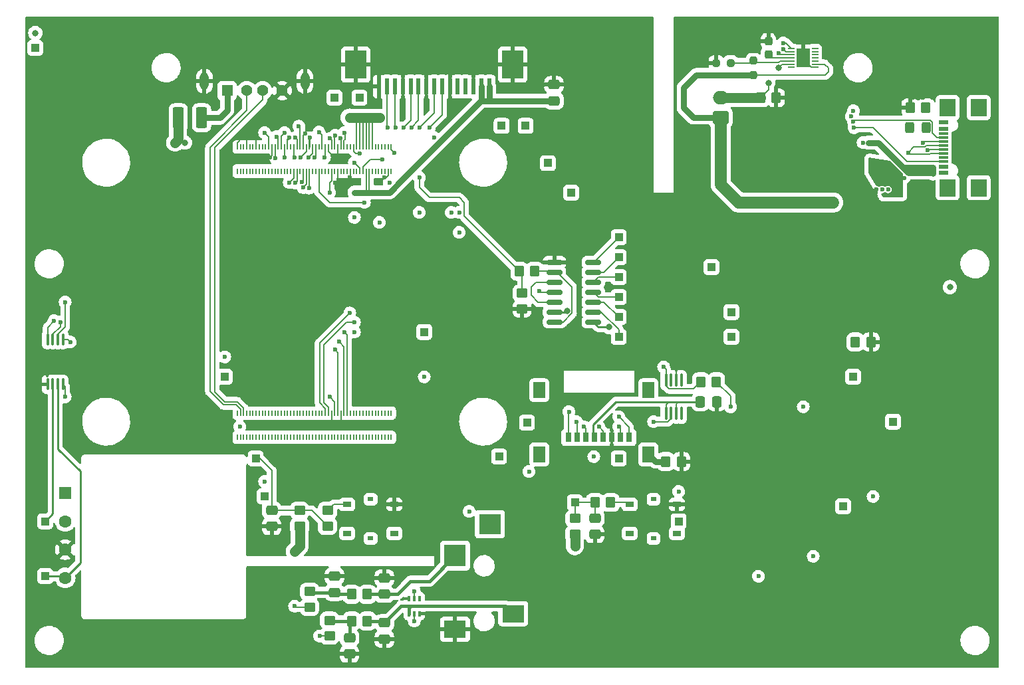
<source format=gbr>
%TF.GenerationSoftware,KiCad,Pcbnew,(6.0.0)*%
%TF.CreationDate,2022-05-01T16:32:44+01:00*%
%TF.ProjectId,CM4Carrier,434d3443-6172-4726-9965-722e6b696361,indev*%
%TF.SameCoordinates,Original*%
%TF.FileFunction,Copper,L4,Bot*%
%TF.FilePolarity,Positive*%
%FSLAX46Y46*%
G04 Gerber Fmt 4.6, Leading zero omitted, Abs format (unit mm)*
G04 Created by KiCad (PCBNEW (6.0.0)) date 2022-05-01 16:32:44*
%MOMM*%
%LPD*%
G01*
G04 APERTURE LIST*
G04 Aperture macros list*
%AMRoundRect*
0 Rectangle with rounded corners*
0 $1 Rounding radius*
0 $2 $3 $4 $5 $6 $7 $8 $9 X,Y pos of 4 corners*
0 Add a 4 corners polygon primitive as box body*
4,1,4,$2,$3,$4,$5,$6,$7,$8,$9,$2,$3,0*
0 Add four circle primitives for the rounded corners*
1,1,$1+$1,$2,$3*
1,1,$1+$1,$4,$5*
1,1,$1+$1,$6,$7*
1,1,$1+$1,$8,$9*
0 Add four rect primitives between the rounded corners*
20,1,$1+$1,$2,$3,$4,$5,0*
20,1,$1+$1,$4,$5,$6,$7,0*
20,1,$1+$1,$6,$7,$8,$9,0*
20,1,$1+$1,$8,$9,$2,$3,0*%
G04 Aperture macros list end*
%TA.AperFunction,ComponentPad*%
%ADD10R,1.000000X1.000000*%
%TD*%
%TA.AperFunction,SMDPad,CuDef*%
%ADD11R,1.000000X0.700000*%
%TD*%
%TA.AperFunction,SMDPad,CuDef*%
%ADD12R,0.700000X0.600000*%
%TD*%
%TA.AperFunction,SMDPad,CuDef*%
%ADD13R,2.800000X2.200000*%
%TD*%
%TA.AperFunction,SMDPad,CuDef*%
%ADD14R,2.800000X2.800000*%
%TD*%
%TA.AperFunction,SMDPad,CuDef*%
%ADD15R,2.800000X2.600000*%
%TD*%
%TA.AperFunction,SMDPad,CuDef*%
%ADD16RoundRect,0.250000X-0.350000X-0.450000X0.350000X-0.450000X0.350000X0.450000X-0.350000X0.450000X0*%
%TD*%
%TA.AperFunction,SMDPad,CuDef*%
%ADD17R,0.400000X0.650000*%
%TD*%
%TA.AperFunction,SMDPad,CuDef*%
%ADD18RoundRect,0.250000X-0.475000X0.337500X-0.475000X-0.337500X0.475000X-0.337500X0.475000X0.337500X0*%
%TD*%
%TA.AperFunction,SMDPad,CuDef*%
%ADD19RoundRect,0.100000X-0.100000X0.712500X-0.100000X-0.712500X0.100000X-0.712500X0.100000X0.712500X0*%
%TD*%
%TA.AperFunction,SMDPad,CuDef*%
%ADD20RoundRect,0.237500X0.250000X0.237500X-0.250000X0.237500X-0.250000X-0.237500X0.250000X-0.237500X0*%
%TD*%
%TA.AperFunction,SMDPad,CuDef*%
%ADD21RoundRect,0.250000X0.475000X-0.337500X0.475000X0.337500X-0.475000X0.337500X-0.475000X-0.337500X0*%
%TD*%
%TA.AperFunction,SMDPad,CuDef*%
%ADD22RoundRect,0.250000X-0.337500X-0.475000X0.337500X-0.475000X0.337500X0.475000X-0.337500X0.475000X0*%
%TD*%
%TA.AperFunction,SMDPad,CuDef*%
%ADD23RoundRect,0.250000X0.350000X0.450000X-0.350000X0.450000X-0.350000X-0.450000X0.350000X-0.450000X0*%
%TD*%
%TA.AperFunction,SMDPad,CuDef*%
%ADD24RoundRect,0.250001X0.462499X1.074999X-0.462499X1.074999X-0.462499X-1.074999X0.462499X-1.074999X0*%
%TD*%
%TA.AperFunction,ComponentPad*%
%ADD25R,1.428000X1.428000*%
%TD*%
%TA.AperFunction,ComponentPad*%
%ADD26C,1.428000*%
%TD*%
%TA.AperFunction,ComponentPad*%
%ADD27O,1.108000X2.216000*%
%TD*%
%TA.AperFunction,SMDPad,CuDef*%
%ADD28RoundRect,0.250000X-0.450000X0.350000X-0.450000X-0.350000X0.450000X-0.350000X0.450000X0.350000X0*%
%TD*%
%TA.AperFunction,SMDPad,CuDef*%
%ADD29RoundRect,0.150000X-0.825000X-0.150000X0.825000X-0.150000X0.825000X0.150000X-0.825000X0.150000X0*%
%TD*%
%TA.AperFunction,SMDPad,CuDef*%
%ADD30RoundRect,0.250000X0.450000X-0.350000X0.450000X0.350000X-0.450000X0.350000X-0.450000X-0.350000X0*%
%TD*%
%TA.AperFunction,SMDPad,CuDef*%
%ADD31RoundRect,0.100000X0.100000X-0.637500X0.100000X0.637500X-0.100000X0.637500X-0.100000X-0.637500X0*%
%TD*%
%TA.AperFunction,SMDPad,CuDef*%
%ADD32R,0.200000X0.700000*%
%TD*%
%TA.AperFunction,SMDPad,CuDef*%
%ADD33R,0.610000X2.000000*%
%TD*%
%TA.AperFunction,SMDPad,CuDef*%
%ADD34R,2.680000X3.600000*%
%TD*%
%TA.AperFunction,SMDPad,CuDef*%
%ADD35RoundRect,0.250000X0.325000X0.450000X-0.325000X0.450000X-0.325000X-0.450000X0.325000X-0.450000X0*%
%TD*%
%TA.AperFunction,ComponentPad*%
%ADD36RoundRect,0.250000X-0.550000X0.550000X-0.550000X-0.550000X0.550000X-0.550000X0.550000X0.550000X0*%
%TD*%
%TA.AperFunction,ComponentPad*%
%ADD37C,1.600000*%
%TD*%
%TA.AperFunction,ComponentPad*%
%ADD38RoundRect,0.250000X0.750000X-0.600000X0.750000X0.600000X-0.750000X0.600000X-0.750000X-0.600000X0*%
%TD*%
%TA.AperFunction,ComponentPad*%
%ADD39O,2.000000X1.700000*%
%TD*%
%TA.AperFunction,SMDPad,CuDef*%
%ADD40RoundRect,0.050000X0.337500X0.050000X-0.337500X0.050000X-0.337500X-0.050000X0.337500X-0.050000X0*%
%TD*%
%TA.AperFunction,SMDPad,CuDef*%
%ADD41R,1.780000X2.350000*%
%TD*%
%TA.AperFunction,SMDPad,CuDef*%
%ADD42R,1.150000X0.600000*%
%TD*%
%TA.AperFunction,SMDPad,CuDef*%
%ADD43R,1.150000X0.300000*%
%TD*%
%TA.AperFunction,SMDPad,CuDef*%
%ADD44R,2.000000X2.180000*%
%TD*%
%TA.AperFunction,SMDPad,CuDef*%
%ADD45R,0.800000X1.200000*%
%TD*%
%TA.AperFunction,SMDPad,CuDef*%
%ADD46R,1.500000X2.000000*%
%TD*%
%TA.AperFunction,SMDPad,CuDef*%
%ADD47RoundRect,0.237500X0.237500X-0.250000X0.237500X0.250000X-0.237500X0.250000X-0.237500X-0.250000X0*%
%TD*%
%TA.AperFunction,SMDPad,CuDef*%
%ADD48RoundRect,0.237500X0.237500X-0.300000X0.237500X0.300000X-0.237500X0.300000X-0.237500X-0.300000X0*%
%TD*%
%TA.AperFunction,ViaPad*%
%ADD49C,0.600000*%
%TD*%
%TA.AperFunction,ViaPad*%
%ADD50C,0.800000*%
%TD*%
%TA.AperFunction,Conductor*%
%ADD51C,0.200000*%
%TD*%
%TA.AperFunction,Conductor*%
%ADD52C,1.524000*%
%TD*%
%TA.AperFunction,Conductor*%
%ADD53C,0.762000*%
%TD*%
%TA.AperFunction,Conductor*%
%ADD54C,0.250000*%
%TD*%
%TA.AperFunction,Conductor*%
%ADD55C,1.270000*%
%TD*%
%TA.AperFunction,Conductor*%
%ADD56C,0.381000*%
%TD*%
G04 APERTURE END LIST*
D10*
%TO.P,TP26,1,1*%
%TO.N,/Buttons/SHOULDERR*%
X145925000Y-75635000D03*
%TD*%
%TO.P,TP5,1,1*%
%TO.N,/_5v*%
X166740000Y-88900000D03*
%TD*%
%TO.P,TP7,1,1*%
%TO.N,/bi0*%
X143256000Y-108712000D03*
%TD*%
%TO.P,TP18,1,1*%
%TO.N,/bi6*%
X154940000Y-113284000D03*
%TD*%
%TO.P,TP21,1,1*%
%TO.N,Net-(J2-Pad4)*%
X81915000Y-128270000D03*
%TD*%
%TO.P,TP10,1,1*%
%TO.N,/bi1*%
X162560000Y-121285000D03*
%TD*%
%TO.P,TP23,1,1*%
%TO.N,/bi9*%
X189865000Y-108585000D03*
%TD*%
%TO.P,TP20,1,1*%
%TO.N,Net-(J2-Pad2)*%
X81915000Y-121285000D03*
%TD*%
%TO.P,TP9,1,1*%
%TO.N,/bi3*%
X109855000Y-118110000D03*
%TD*%
%TO.P,TP2,1,1*%
%TO.N,/3v3*%
X80645000Y-60960000D03*
%TD*%
%TO.P,TP4,1,1*%
%TO.N,Net-(R12-Pad2)*%
X169275000Y-94615000D03*
%TD*%
%TO.P,TP27,1,1*%
%TO.N,/Buttons/SHOULDERL2*%
X140025000Y-70885000D03*
%TD*%
%TO.P,TP1,1,1*%
%TO.N,Net-(Module1-Pad95)*%
X118745000Y-67310000D03*
%TD*%
%TO.P,TP19,1,1*%
%TO.N,/bi8*%
X183515000Y-119380000D03*
%TD*%
%TO.P,TP3,1,1*%
%TO.N,Net-(R11-Pad2)*%
X169275000Y-97790000D03*
%TD*%
%TO.P,TP28,1,1*%
%TO.N,/Buttons/SHOULDERR2*%
X148875000Y-79405000D03*
%TD*%
%TO.P,TP8,1,1*%
%TO.N,/bi2*%
X130175000Y-97155000D03*
%TD*%
%TO.P,TP25,1,1*%
%TO.N,/Buttons/SHOULDERL*%
X143075000Y-70885000D03*
%TD*%
%TO.P,TP24,1,1*%
%TO.N,/Buttons/GLOBAL-EN*%
X121920000Y-67310000D03*
%TD*%
%TO.P,TP6,1,1*%
%TO.N,/bi4*%
X104775000Y-102870000D03*
%TD*%
%TO.P,TP11,1,1*%
%TO.N,/bi5*%
X139700000Y-113030000D03*
%TD*%
%TO.P,TP22,1,1*%
%TO.N,/bi7*%
X184785000Y-102870000D03*
%TD*%
%TO.P,TP14,1,1*%
%TO.N,Net-(TP14-Pad1)*%
X154940000Y-87630000D03*
%TD*%
D11*
%TO.P,SW14,1,1*%
%TO.N,GND*%
X126349995Y-119119913D03*
%TO.P,SW14,2,2*%
%TO.N,Net-(R45-Pad1)*%
X120349995Y-119119913D03*
%TO.P,SW14,3*%
%TO.N,N/C*%
X126349995Y-122819913D03*
%TO.P,SW14,4*%
X120349995Y-122819913D03*
D12*
%TO.P,SW14,G1*%
X123349995Y-118469913D03*
%TO.P,SW14,G2*%
X123349995Y-123469913D03*
%TD*%
D13*
%TO.P,J6,R*%
%TO.N,Net-(C29-Pad1)*%
X141495000Y-133045000D03*
%TO.P,J6,S*%
%TO.N,GND*%
X134095000Y-135045000D03*
D14*
%TO.P,J6,T*%
%TO.N,Net-(C30-Pad1)*%
X134095000Y-125645000D03*
D15*
%TO.P,J6,TN*%
%TO.N,unconnected-(J6-PadTN)*%
X138545000Y-121645000D03*
%TD*%
D10*
%TO.P,TP12,1,1*%
%TO.N,Net-(TP12-Pad1)*%
X154940000Y-95250000D03*
%TD*%
%TO.P,TP13,1,1*%
%TO.N,Net-(TP13-Pad1)*%
X154940000Y-97790000D03*
%TD*%
D16*
%TO.P,R2,1*%
%TO.N,Net-(J1-Pad9)*%
X160925000Y-113665000D03*
%TO.P,R2,2*%
%TO.N,GND*%
X162925000Y-113665000D03*
%TD*%
D17*
%TO.P,D4,1,A1*%
%TO.N,GND*%
X129555000Y-133045000D03*
%TO.P,D4,2,K2*%
%TO.N,/3v3*%
X128905000Y-133045000D03*
%TO.P,D4,3,K1A2*%
%TO.N,Net-(C29-Pad1)*%
X128255000Y-133045000D03*
%TO.P,D4,4,A3*%
%TO.N,GND*%
X128255000Y-131145000D03*
%TO.P,D4,5,K4*%
%TO.N,/3v3*%
X128905000Y-131145000D03*
%TO.P,D4,6,K3A4*%
%TO.N,Net-(C30-Pad1)*%
X129555000Y-131145000D03*
%TD*%
D18*
%TO.P,C34,1*%
%TO.N,/Buttons/SHOULDERR2*%
X151892000Y-120882500D03*
%TO.P,C34,2*%
%TO.N,GND*%
X151892000Y-122957500D03*
%TD*%
D19*
%TO.P,U1,1,EN*%
%TO.N,/IO/SD_PWR_ON*%
X160950000Y-103297500D03*
%TO.P,U1,2,FLG*%
%TO.N,unconnected-(U1-Pad2)*%
X161600000Y-103297500D03*
%TO.P,U1,3,GND*%
%TO.N,GND*%
X162250000Y-103297500D03*
%TO.P,U1,4,NC*%
%TO.N,unconnected-(U1-Pad4)*%
X162900000Y-103297500D03*
%TO.P,U1,5,NC*%
%TO.N,unconnected-(U1-Pad5)*%
X162900000Y-107522500D03*
%TO.P,U1,6,OUT*%
%TO.N,/IO/SD_PWR*%
X162250000Y-107522500D03*
%TO.P,U1,7,IN*%
%TO.N,/3v3*%
X161600000Y-107522500D03*
%TO.P,U1,8,OUT*%
%TO.N,/IO/SD_PWR*%
X160950000Y-107522500D03*
%TD*%
D20*
%TO.P,R10,1*%
%TO.N,Net-(R10-Pad1)*%
X169187500Y-62865000D03*
%TO.P,R10,2*%
%TO.N,GND*%
X167362500Y-62865000D03*
%TD*%
D21*
%TO.P,C26,1*%
%TO.N,/3v3*%
X146685000Y-67712500D03*
%TO.P,C26,2*%
%TO.N,GND*%
X146685000Y-65637500D03*
%TD*%
D18*
%TO.P,C29,1*%
%TO.N,Net-(C29-Pad1)*%
X125095000Y-134217500D03*
%TO.P,C29,2*%
%TO.N,GND*%
X125095000Y-136292500D03*
%TD*%
D22*
%TO.P,C1,1*%
%TO.N,/IO/SD_PWR*%
X165332500Y-106045000D03*
%TO.P,C1,2*%
%TO.N,GND*%
X167407500Y-106045000D03*
%TD*%
D23*
%TO.P,R46,1*%
%TO.N,Net-(R46-Pad1)*%
X153908000Y-118872000D03*
%TO.P,R46,2*%
%TO.N,/Buttons/SHOULDERR2*%
X151908000Y-118872000D03*
%TD*%
%TO.P,R38,1*%
%TO.N,Net-(J4-PadS1)*%
X194040000Y-68580000D03*
%TO.P,R38,2*%
%TO.N,GND*%
X192040000Y-68580000D03*
%TD*%
D24*
%TO.P,F1,1*%
%TO.N,Net-(F1-Pad1)*%
X101817500Y-69850000D03*
%TO.P,F1,2*%
%TO.N,/_5v*%
X98842500Y-69850000D03*
%TD*%
D18*
%TO.P,C33,1*%
%TO.N,/Buttons/SHOULDERL2*%
X110744000Y-119866500D03*
%TO.P,C33,2*%
%TO.N,GND*%
X110744000Y-121941500D03*
%TD*%
D16*
%TO.P,R3,1*%
%TO.N,/IO/SD_PWR_ON*%
X165370000Y-103505000D03*
%TO.P,R3,2*%
%TO.N,/3v3*%
X167370000Y-103505000D03*
%TD*%
D10*
%TO.P,TP15,1,1*%
%TO.N,Net-(TP15-Pad1)*%
X154940000Y-90170000D03*
%TD*%
D21*
%TO.P,C30,1*%
%TO.N,Net-(C30-Pad1)*%
X125095000Y-130577500D03*
%TO.P,C30,2*%
%TO.N,GND*%
X125095000Y-128502500D03*
%TD*%
D25*
%TO.P,J3,1,VBUS*%
%TO.N,Net-(F1-Pad1)*%
X105085000Y-66392504D03*
D26*
%TO.P,J3,2,D-*%
%TO.N,/IO B/D-*%
X107585000Y-66392504D03*
%TO.P,J3,3,D+*%
%TO.N,/IO B/D+*%
X109585000Y-66392504D03*
%TO.P,J3,4,GND*%
%TO.N,GND*%
X112085000Y-66392504D03*
D27*
%TO.P,J3,S1,Shield*%
X102185000Y-65192504D03*
%TO.P,J3,S2,Shield*%
X114985000Y-65192504D03*
%TD*%
D28*
%TO.P,R39,1*%
%TO.N,Net-(C27-Pad1)*%
X118110000Y-133890000D03*
%TO.P,R39,2*%
%TO.N,/IO/AUX_R*%
X118110000Y-135890000D03*
%TD*%
D29*
%TO.P,U5,1*%
%TO.N,Net-(R27-Pad1)*%
X146750000Y-95885000D03*
%TO.P,U5,2*%
%TO.N,Net-(C17-Pad1)*%
X146750000Y-94615000D03*
%TO.P,U5,3*%
%TO.N,Net-(U5-Pad3)*%
X146750000Y-93345000D03*
%TO.P,U5,4*%
%TO.N,Net-(C16-Pad2)*%
X146750000Y-92075000D03*
%TO.P,U5,5*%
%TO.N,Net-(U5-Pad3)*%
X146750000Y-90805000D03*
%TO.P,U5,6*%
%TO.N,Net-(R27-Pad1)*%
X146750000Y-89535000D03*
%TO.P,U5,7,GND*%
%TO.N,GND*%
X146750000Y-88265000D03*
%TO.P,U5,8*%
%TO.N,Net-(TP17-Pad1)*%
X151700000Y-88265000D03*
%TO.P,U5,9*%
%TO.N,Net-(TP14-Pad1)*%
X151700000Y-89535000D03*
%TO.P,U5,10*%
%TO.N,Net-(TP15-Pad1)*%
X151700000Y-90805000D03*
%TO.P,U5,11*%
%TO.N,Net-(TP16-Pad1)*%
X151700000Y-92075000D03*
%TO.P,U5,12*%
%TO.N,Net-(TP12-Pad1)*%
X151700000Y-93345000D03*
%TO.P,U5,13*%
%TO.N,Net-(TP13-Pad1)*%
X151700000Y-94615000D03*
%TO.P,U5,14,VCC*%
%TO.N,/BATT_S*%
X151700000Y-95885000D03*
%TD*%
D30*
%TO.P,R50,1*%
%TO.N,/3v3*%
X149352000Y-122920000D03*
%TO.P,R50,2*%
%TO.N,/Buttons/SHOULDERR2*%
X149352000Y-120920000D03*
%TD*%
D31*
%TO.P,U6,1,~{CS}/SHDN*%
%TO.N,/IO/SPI0_CE0_N*%
X84160000Y-103827500D03*
%TO.P,U6,2,CH0*%
%TO.N,Net-(J2-Pad4)*%
X83510000Y-103827500D03*
%TO.P,U6,3,CH1*%
%TO.N,Net-(J2-Pad2)*%
X82860000Y-103827500D03*
%TO.P,U6,4,VSS*%
%TO.N,GND*%
X82210000Y-103827500D03*
%TO.P,U6,5,DIN*%
%TO.N,/IO/SPI0_MOSI*%
X82210000Y-98102500D03*
%TO.P,U6,6,DOUT*%
%TO.N,/IO/SPI0_MISO*%
X82860000Y-98102500D03*
%TO.P,U6,7,CLK*%
%TO.N,/IO/SPIO_SCLK*%
X83510000Y-98102500D03*
%TO.P,U6,8,VDD/VREF*%
%TO.N,/3v3*%
X84160000Y-98102500D03*
%TD*%
D28*
%TO.P,R45,1*%
%TO.N,Net-(R45-Pad1)*%
X117856000Y-119904000D03*
%TO.P,R45,2*%
%TO.N,/Buttons/SHOULDERL2*%
X117856000Y-121904000D03*
%TD*%
D10*
%TO.P,TP16,1,1*%
%TO.N,Net-(TP16-Pad1)*%
X154940000Y-92710000D03*
%TD*%
D32*
%TO.P,Module1,1,GND*%
%TO.N,GND*%
X106365000Y-73575000D03*
%TO.P,Module1,2,GND*%
X106365000Y-76655000D03*
%TO.P,Module1,3,Ethernet_Pair3_P*%
%TO.N,unconnected-(Module1-Pad3)*%
X106765000Y-73575000D03*
%TO.P,Module1,4,Ethernet_Pair1_P*%
%TO.N,unconnected-(Module1-Pad4)*%
X106765000Y-76655000D03*
%TO.P,Module1,5,Ethernet_Pair3_N*%
%TO.N,unconnected-(Module1-Pad5)*%
X107165000Y-73575000D03*
%TO.P,Module1,6,Ethernet_Pair1_N*%
%TO.N,unconnected-(Module1-Pad6)*%
X107165000Y-76655000D03*
%TO.P,Module1,7,GND*%
%TO.N,GND*%
X107565000Y-73575000D03*
%TO.P,Module1,8,GND*%
X107565000Y-76655000D03*
%TO.P,Module1,9,Ethernet_Pair2_N*%
%TO.N,unconnected-(Module1-Pad9)*%
X107965000Y-73575000D03*
%TO.P,Module1,10,Ethernet_Pair0_N*%
%TO.N,unconnected-(Module1-Pad10)*%
X107965000Y-76655000D03*
%TO.P,Module1,11,Ethernet_Pair2_P*%
%TO.N,unconnected-(Module1-Pad11)*%
X108365000Y-73575000D03*
%TO.P,Module1,12,Ethernet_Pair0_P*%
%TO.N,unconnected-(Module1-Pad12)*%
X108365000Y-76655000D03*
%TO.P,Module1,13,GND*%
%TO.N,GND*%
X108765000Y-73575000D03*
%TO.P,Module1,14,GND*%
X108765000Y-76655000D03*
%TO.P,Module1,15,Ethernet_nLED3(3.3v)*%
%TO.N,unconnected-(Module1-Pad15)*%
X109165000Y-73575000D03*
%TO.P,Module1,16,Ethernet_SYNC_IN(1.8v)*%
%TO.N,unconnected-(Module1-Pad16)*%
X109165000Y-76655000D03*
%TO.P,Module1,17,Ethernet_nLED2(3.3v)*%
%TO.N,unconnected-(Module1-Pad17)*%
X109565000Y-73575000D03*
%TO.P,Module1,18,Ethernet_SYNC_OUT(1.8v)*%
%TO.N,unconnected-(Module1-Pad18)*%
X109565000Y-76655000D03*
%TO.P,Module1,19,Ethernet_nLED1(3.3v)*%
%TO.N,unconnected-(Module1-Pad19)*%
X109965000Y-73575000D03*
%TO.P,Module1,20,EEPROM_nWP*%
%TO.N,unconnected-(Module1-Pad20)*%
X109965000Y-76655000D03*
%TO.P,Module1,21,PI_nLED_Activity*%
%TO.N,Net-(Module1-Pad21)*%
X110365000Y-73575000D03*
%TO.P,Module1,22,GND*%
%TO.N,GND*%
X110365000Y-76655000D03*
%TO.P,Module1,23,GND*%
X110765000Y-73575000D03*
%TO.P,Module1,24,GPIO26*%
%TO.N,unconnected-(Module1-Pad24)*%
X110765000Y-76655000D03*
%TO.P,Module1,25,GPIO21*%
%TO.N,/bi2*%
X111165000Y-73575000D03*
%TO.P,Module1,26,GPIO19*%
%TO.N,unconnected-(Module1-Pad26)*%
X111165000Y-76655000D03*
%TO.P,Module1,27,GPIO20*%
%TO.N,/bi3*%
X111565000Y-73575000D03*
%TO.P,Module1,28,GPIO13*%
%TO.N,unconnected-(Module1-Pad28)*%
X111565000Y-76655000D03*
%TO.P,Module1,29,GPIO16*%
%TO.N,/bi4*%
X111965000Y-73575000D03*
%TO.P,Module1,30,GPIO6*%
%TO.N,unconnected-(Module1-Pad30)*%
X111965000Y-76655000D03*
%TO.P,Module1,31,GPIO12*%
%TO.N,/bi5*%
X112365000Y-73575000D03*
%TO.P,Module1,32,GND*%
%TO.N,GND*%
X112365000Y-76655000D03*
%TO.P,Module1,33,GND*%
X112765000Y-73575000D03*
%TO.P,Module1,34,GPIO5*%
%TO.N,unconnected-(Module1-Pad34)*%
X112765000Y-76655000D03*
%TO.P,Module1,35,ID_SC*%
%TO.N,unconnected-(Module1-Pad35)*%
X113165000Y-73575000D03*
%TO.P,Module1,36,ID_SD*%
%TO.N,unconnected-(Module1-Pad36)*%
X113165000Y-76655000D03*
%TO.P,Module1,37,GPIO7*%
%TO.N,/IO/SPI0_CE1_N*%
X113565000Y-73575000D03*
%TO.P,Module1,38,GPIO11*%
%TO.N,/IO/SPIO_SCLK*%
X113565000Y-76655000D03*
%TO.P,Module1,39,GPIO8*%
%TO.N,/IO/SPI0_CE0_N*%
X113965000Y-73575000D03*
%TO.P,Module1,40,GPIO9*%
%TO.N,/IO/SPI0_MISO*%
X113965000Y-76655000D03*
%TO.P,Module1,41,GPIO25*%
%TO.N,/bi8*%
X114365000Y-73575000D03*
%TO.P,Module1,42,GND*%
%TO.N,GND*%
X114365000Y-76655000D03*
%TO.P,Module1,43,GND*%
X114765000Y-73575000D03*
%TO.P,Module1,44,GPIO10*%
%TO.N,/IO/SPI0_MOSI*%
X114765000Y-76655000D03*
%TO.P,Module1,45,GPIO24*%
%TO.N,/bi9*%
X115165000Y-73575000D03*
%TO.P,Module1,46,GPIO22*%
%TO.N,/IO/AUX_L*%
X115165000Y-76655000D03*
%TO.P,Module1,47,GPIO23*%
%TO.N,/bi1*%
X115565000Y-73575000D03*
%TO.P,Module1,48,GPIO27*%
%TO.N,/IO/AUX_R*%
X115565000Y-76655000D03*
%TO.P,Module1,49,GPIO18*%
%TO.N,/bi0*%
X115965000Y-73575000D03*
%TO.P,Module1,50,GPIO17*%
%TO.N,unconnected-(Module1-Pad50)*%
X115965000Y-76655000D03*
%TO.P,Module1,51,GPIO15*%
%TO.N,/bi6*%
X116365000Y-73575000D03*
%TO.P,Module1,52,GND*%
%TO.N,GND*%
X116365000Y-76655000D03*
%TO.P,Module1,53,GND*%
X116765000Y-73575000D03*
%TO.P,Module1,54,GPIO4*%
%TO.N,/Battery/ALRT*%
X116765000Y-76655000D03*
%TO.P,Module1,55,GPIO14*%
%TO.N,/bi7*%
X117165000Y-73575000D03*
%TO.P,Module1,56,GPIO3*%
%TO.N,unconnected-(Module1-Pad56)*%
X117165000Y-76655000D03*
%TO.P,Module1,57,SD_CLK*%
%TO.N,/IO/SD_CLK*%
X117565000Y-73575000D03*
%TO.P,Module1,58,GPIO2*%
%TO.N,unconnected-(Module1-Pad58)*%
X117565000Y-76655000D03*
%TO.P,Module1,59,GND*%
%TO.N,GND*%
X117965000Y-73575000D03*
%TO.P,Module1,60,GND*%
X117965000Y-76655000D03*
%TO.P,Module1,61,SD_DAT3*%
%TO.N,/IO/SD_DAT3*%
X118365000Y-73575000D03*
%TO.P,Module1,62,SD_CMD*%
%TO.N,/IO/SD_CMD*%
X118365000Y-76655000D03*
%TO.P,Module1,63,SD_DAT0*%
%TO.N,/IO/SD_DAT0*%
X118765000Y-73575000D03*
%TO.P,Module1,64,SD_DAT5*%
%TO.N,unconnected-(Module1-Pad64)*%
X118765000Y-76655000D03*
%TO.P,Module1,65,GND*%
%TO.N,GND*%
X119165000Y-73575000D03*
%TO.P,Module1,66,GND*%
X119165000Y-76655000D03*
%TO.P,Module1,67,SD_DAT1*%
%TO.N,/IO/SD_DAT1*%
X119565000Y-73575000D03*
%TO.P,Module1,68,SD_DAT4*%
%TO.N,unconnected-(Module1-Pad68)*%
X119565000Y-76655000D03*
%TO.P,Module1,69,SD_DAT2*%
%TO.N,/IO/SD_DAT2*%
X119965000Y-73575000D03*
%TO.P,Module1,70,SD_DAT7*%
%TO.N,unconnected-(Module1-Pad70)*%
X119965000Y-76655000D03*
%TO.P,Module1,71,GND*%
%TO.N,GND*%
X120365000Y-73575000D03*
%TO.P,Module1,72,SD_DAT6*%
%TO.N,unconnected-(Module1-Pad72)*%
X120365000Y-76655000D03*
%TO.P,Module1,73,SD_VDD_Override*%
%TO.N,unconnected-(Module1-Pad73)*%
X120765000Y-73575000D03*
%TO.P,Module1,74,GND*%
%TO.N,GND*%
X120765000Y-76655000D03*
%TO.P,Module1,75,SD_PWR_ON*%
%TO.N,/IO/SD_PWR_ON*%
X121165000Y-73575000D03*
%TO.P,Module1,76,Reserved*%
%TO.N,unconnected-(Module1-Pad76)*%
X121165000Y-76655000D03*
%TO.P,Module1,77,+5v_(Input)*%
%TO.N,/_5v*%
X121565000Y-73575000D03*
%TO.P,Module1,78,GPIO_VREF(1.8v/3.3v_Input)*%
%TO.N,/3v3*%
X121565000Y-76655000D03*
%TO.P,Module1,79,+5v_(Input)*%
%TO.N,/_5v*%
X121965000Y-73575000D03*
%TO.P,Module1,80,SCL0*%
%TO.N,/IO/I2C_SDA*%
X121965000Y-76655000D03*
%TO.P,Module1,81,+5v_(Input)*%
%TO.N,/_5v*%
X122365000Y-73575000D03*
%TO.P,Module1,82,SDA0*%
%TO.N,/IO/I2C_SCLK*%
X122365000Y-76655000D03*
%TO.P,Module1,83,+5v_(Input)*%
%TO.N,/_5v*%
X122765000Y-73575000D03*
%TO.P,Module1,84,+3.3v_(Output)*%
%TO.N,/3v3*%
X122765000Y-76655000D03*
%TO.P,Module1,85,+5v_(Input)*%
%TO.N,/_5v*%
X123165000Y-73575000D03*
%TO.P,Module1,86,+3.3v_(Output)*%
%TO.N,/3v3*%
X123165000Y-76655000D03*
%TO.P,Module1,87,+5v_(Input)*%
%TO.N,/_5v*%
X123565000Y-73575000D03*
%TO.P,Module1,88,+1.8v_(Output)*%
%TO.N,/IO/1v8*%
X123565000Y-76655000D03*
%TO.P,Module1,89,WiFi_nDisable*%
%TO.N,unconnected-(Module1-Pad89)*%
X123965000Y-73575000D03*
%TO.P,Module1,90,+1.8v_(Output)*%
%TO.N,/IO/1v8*%
X123965000Y-76655000D03*
%TO.P,Module1,91,BT_nDisable*%
%TO.N,unconnected-(Module1-Pad91)*%
X124365000Y-73575000D03*
%TO.P,Module1,92,RUN_PG*%
%TO.N,unconnected-(Module1-Pad92)*%
X124365000Y-76655000D03*
%TO.P,Module1,93,nRPIBOOT*%
%TO.N,unconnected-(Module1-Pad93)*%
X124765000Y-73575000D03*
%TO.P,Module1,94,AnalogIP1*%
%TO.N,unconnected-(Module1-Pad94)*%
X124765000Y-76655000D03*
%TO.P,Module1,95,nPI_LED_PWR*%
%TO.N,Net-(Module1-Pad95)*%
X125165000Y-73575000D03*
%TO.P,Module1,96,AnalogIP0*%
%TO.N,unconnected-(Module1-Pad96)*%
X125165000Y-76655000D03*
%TO.P,Module1,97,Camera_GPIO*%
%TO.N,unconnected-(Module1-Pad97)*%
X125565000Y-73575000D03*
%TO.P,Module1,98,GND*%
%TO.N,GND*%
X125565000Y-76655000D03*
%TO.P,Module1,99,Global_EN*%
%TO.N,/Buttons/GLOBAL-EN*%
X125965000Y-73575000D03*
%TO.P,Module1,100,nEXTRST*%
%TO.N,unconnected-(Module1-Pad100)*%
X125965000Y-76655000D03*
%TO.P,Module1,101,USB_OTG_ID*%
%TO.N,unconnected-(Module1-Pad101)*%
X106365000Y-107495000D03*
%TO.P,Module1,102,PCIe_CLK_nREQ*%
%TO.N,unconnected-(Module1-Pad102)*%
X106365000Y-110575000D03*
%TO.P,Module1,103,USB2_N*%
%TO.N,/IO B/D-*%
X106765000Y-107495000D03*
%TO.P,Module1,104,Reserved*%
%TO.N,unconnected-(Module1-Pad104)*%
X106765000Y-110575000D03*
%TO.P,Module1,105,USB2_P*%
%TO.N,/IO B/D+*%
X107165000Y-107495000D03*
%TO.P,Module1,106,Reserved*%
%TO.N,unconnected-(Module1-Pad106)*%
X107165000Y-110575000D03*
%TO.P,Module1,107,GND*%
%TO.N,GND*%
X107565000Y-107495000D03*
%TO.P,Module1,108,GND*%
X107565000Y-110575000D03*
%TO.P,Module1,109,PCIe_nRST*%
%TO.N,unconnected-(Module1-Pad109)*%
X107965000Y-107495000D03*
%TO.P,Module1,110,PCIe_CLK_P*%
%TO.N,unconnected-(Module1-Pad110)*%
X107965000Y-110575000D03*
%TO.P,Module1,111,VDAC_COMP*%
%TO.N,unconnected-(Module1-Pad111)*%
X108365000Y-107495000D03*
%TO.P,Module1,112,PCIe_CLK_N*%
%TO.N,unconnected-(Module1-Pad112)*%
X108365000Y-110575000D03*
%TO.P,Module1,113,GND*%
%TO.N,GND*%
X108765000Y-107495000D03*
%TO.P,Module1,114,GND*%
X108765000Y-110575000D03*
%TO.P,Module1,115,CAM1_D0_N*%
%TO.N,unconnected-(Module1-Pad115)*%
X109165000Y-107495000D03*
%TO.P,Module1,116,PCIe_RX_P*%
%TO.N,unconnected-(Module1-Pad116)*%
X109165000Y-110575000D03*
%TO.P,Module1,117,CAM1_D0_P*%
%TO.N,unconnected-(Module1-Pad117)*%
X109565000Y-107495000D03*
%TO.P,Module1,118,PCIe_RX_N*%
%TO.N,unconnected-(Module1-Pad118)*%
X109565000Y-110575000D03*
%TO.P,Module1,119,GND*%
%TO.N,GND*%
X109965000Y-107495000D03*
%TO.P,Module1,120,GND*%
X109965000Y-110575000D03*
%TO.P,Module1,121,CAM1_D1_N*%
%TO.N,unconnected-(Module1-Pad121)*%
X110365000Y-107495000D03*
%TO.P,Module1,122,PCIe_TX_P*%
%TO.N,unconnected-(Module1-Pad122)*%
X110365000Y-110575000D03*
%TO.P,Module1,123,CAM1_D1_P*%
%TO.N,unconnected-(Module1-Pad123)*%
X110765000Y-107495000D03*
%TO.P,Module1,124,PCIe_TX_N*%
%TO.N,unconnected-(Module1-Pad124)*%
X110765000Y-110575000D03*
%TO.P,Module1,125,GND*%
%TO.N,GND*%
X111165000Y-107495000D03*
%TO.P,Module1,126,GND*%
X111165000Y-110575000D03*
%TO.P,Module1,127,CAM1_C_N*%
%TO.N,unconnected-(Module1-Pad127)*%
X111565000Y-107495000D03*
%TO.P,Module1,128,CAM0_D0_N*%
%TO.N,unconnected-(Module1-Pad128)*%
X111565000Y-110575000D03*
%TO.P,Module1,129,CAM1_C_P*%
%TO.N,unconnected-(Module1-Pad129)*%
X111965000Y-107495000D03*
%TO.P,Module1,130,CAM0_D0_P*%
%TO.N,unconnected-(Module1-Pad130)*%
X111965000Y-110575000D03*
%TO.P,Module1,131,GND*%
%TO.N,GND*%
X112365000Y-107495000D03*
%TO.P,Module1,132,GND*%
X112365000Y-110575000D03*
%TO.P,Module1,133,CAM1_D2_N*%
%TO.N,unconnected-(Module1-Pad133)*%
X112765000Y-107495000D03*
%TO.P,Module1,134,CAM0_D1_N*%
%TO.N,unconnected-(Module1-Pad134)*%
X112765000Y-110575000D03*
%TO.P,Module1,135,CAM1_D2_P*%
%TO.N,unconnected-(Module1-Pad135)*%
X113165000Y-107495000D03*
%TO.P,Module1,136,CAM0_D1_P*%
%TO.N,unconnected-(Module1-Pad136)*%
X113165000Y-110575000D03*
%TO.P,Module1,137,GND*%
%TO.N,GND*%
X113565000Y-107495000D03*
%TO.P,Module1,138,GND*%
X113565000Y-110575000D03*
%TO.P,Module1,139,CAM1_D3_N*%
%TO.N,unconnected-(Module1-Pad139)*%
X113965000Y-107495000D03*
%TO.P,Module1,140,CAM0_C_N*%
%TO.N,unconnected-(Module1-Pad140)*%
X113965000Y-110575000D03*
%TO.P,Module1,141,CAM1_D3_P*%
%TO.N,unconnected-(Module1-Pad141)*%
X114365000Y-107495000D03*
%TO.P,Module1,142,CAM0_C_P*%
%TO.N,unconnected-(Module1-Pad142)*%
X114365000Y-110575000D03*
%TO.P,Module1,143,HDMI1_HOTPLUG*%
%TO.N,unconnected-(Module1-Pad143)*%
X114765000Y-107495000D03*
%TO.P,Module1,144,GND*%
%TO.N,GND*%
X114765000Y-110575000D03*
%TO.P,Module1,145,HDMI1_SDA*%
%TO.N,unconnected-(Module1-Pad145)*%
X115165000Y-107495000D03*
%TO.P,Module1,146,HDMI1_TX2_P*%
%TO.N,unconnected-(Module1-Pad146)*%
X115165000Y-110575000D03*
%TO.P,Module1,147,HDMI1_SCL*%
%TO.N,unconnected-(Module1-Pad147)*%
X115565000Y-107495000D03*
%TO.P,Module1,148,HDMI1_TX2_N*%
%TO.N,unconnected-(Module1-Pad148)*%
X115565000Y-110575000D03*
%TO.P,Module1,149,HDMI1_CEC*%
%TO.N,unconnected-(Module1-Pad149)*%
X115965000Y-107495000D03*
%TO.P,Module1,150,GND*%
%TO.N,GND*%
X115965000Y-110575000D03*
%TO.P,Module1,151,HDMI0_CEC*%
%TO.N,unconnected-(Module1-Pad151)*%
X116365000Y-107495000D03*
%TO.P,Module1,152,HDMI1_TX1_P*%
%TO.N,unconnected-(Module1-Pad152)*%
X116365000Y-110575000D03*
%TO.P,Module1,153,HDMI0_HOTPLUG*%
%TO.N,unconnected-(Module1-Pad153)*%
X116765000Y-107495000D03*
%TO.P,Module1,154,HDMI1_TX1_N*%
%TO.N,unconnected-(Module1-Pad154)*%
X116765000Y-110575000D03*
%TO.P,Module1,155,GND*%
%TO.N,GND*%
X117165000Y-107495000D03*
%TO.P,Module1,156,GND*%
X117165000Y-110575000D03*
%TO.P,Module1,157,DSI0_D0_N*%
%TO.N,/IO B/DSI0_L0_DN1*%
X117565000Y-107495000D03*
%TO.P,Module1,158,HDMI1_TX0_P*%
%TO.N,unconnected-(Module1-Pad158)*%
X117565000Y-110575000D03*
%TO.P,Module1,159,DSI0_D0_P*%
%TO.N,/IO B/DSI0_L0_DP1*%
X117965000Y-107495000D03*
%TO.P,Module1,160,HDMI1_TX0_N*%
%TO.N,unconnected-(Module1-Pad160)*%
X117965000Y-110575000D03*
%TO.P,Module1,161,GND*%
%TO.N,GND*%
X118365000Y-107495000D03*
%TO.P,Module1,162,GND*%
X118365000Y-110575000D03*
%TO.P,Module1,163,DSI0_D1_N*%
%TO.N,/IO B/DSI0_L1_DN1*%
X118765000Y-107495000D03*
%TO.P,Module1,164,HDMI1_CLK_P*%
%TO.N,unconnected-(Module1-Pad164)*%
X118765000Y-110575000D03*
%TO.P,Module1,165,DSI0_D1_P*%
%TO.N,/IO B/DSI0_L1_DP1*%
X119165000Y-107495000D03*
%TO.P,Module1,166,HDMI1_CLK_N*%
%TO.N,unconnected-(Module1-Pad166)*%
X119165000Y-110575000D03*
%TO.P,Module1,167,GND*%
%TO.N,GND*%
X119565000Y-107495000D03*
%TO.P,Module1,168,GND*%
X119565000Y-110575000D03*
%TO.P,Module1,169,DSI0_C_N*%
%TO.N,/IO B/DSI0_CN*%
X119965000Y-107495000D03*
%TO.P,Module1,170,HDMI0_TX2_P*%
%TO.N,unconnected-(Module1-Pad170)*%
X119965000Y-110575000D03*
%TO.P,Module1,171,DSI0_C_P*%
%TO.N,/IO B/DSI0_CP*%
X120365000Y-107495000D03*
%TO.P,Module1,172,HDMI0_TX2_N*%
%TO.N,unconnected-(Module1-Pad172)*%
X120365000Y-110575000D03*
%TO.P,Module1,173,GND*%
%TO.N,GND*%
X120765000Y-107495000D03*
%TO.P,Module1,174,GND*%
X120765000Y-110575000D03*
%TO.P,Module1,175,DSI1_D0_N*%
%TO.N,unconnected-(Module1-Pad175)*%
X121165000Y-107495000D03*
%TO.P,Module1,176,HDMI0_TX1_P*%
%TO.N,unconnected-(Module1-Pad176)*%
X121165000Y-110575000D03*
%TO.P,Module1,177,DSI1_D0_P*%
%TO.N,unconnected-(Module1-Pad177)*%
X121565000Y-107495000D03*
%TO.P,Module1,178,HDMI0_TX1_N*%
%TO.N,unconnected-(Module1-Pad178)*%
X121565000Y-110575000D03*
%TO.P,Module1,179,GND*%
%TO.N,GND*%
X121965000Y-107495000D03*
%TO.P,Module1,180,GND*%
X121965000Y-110575000D03*
%TO.P,Module1,181,DSI1_D1_N*%
%TO.N,unconnected-(Module1-Pad181)*%
X122365000Y-107495000D03*
%TO.P,Module1,182,HDMI0_TX0_P*%
%TO.N,unconnected-(Module1-Pad182)*%
X122365000Y-110575000D03*
%TO.P,Module1,183,DSI1_D1_P*%
%TO.N,unconnected-(Module1-Pad183)*%
X122765000Y-107495000D03*
%TO.P,Module1,184,HDMI0_TX0_N*%
%TO.N,unconnected-(Module1-Pad184)*%
X122765000Y-110575000D03*
%TO.P,Module1,185,GND*%
%TO.N,GND*%
X123165000Y-107495000D03*
%TO.P,Module1,186,GND*%
X123165000Y-110575000D03*
%TO.P,Module1,187,DSI1_C_N*%
%TO.N,unconnected-(Module1-Pad187)*%
X123565000Y-107495000D03*
%TO.P,Module1,188,HDMI0_CLK_P*%
%TO.N,unconnected-(Module1-Pad188)*%
X123565000Y-110575000D03*
%TO.P,Module1,189,DSI1_C_P*%
%TO.N,unconnected-(Module1-Pad189)*%
X123965000Y-107495000D03*
%TO.P,Module1,190,HDMI0_CLK_N*%
%TO.N,unconnected-(Module1-Pad190)*%
X123965000Y-110575000D03*
%TO.P,Module1,191,GND*%
%TO.N,GND*%
X124365000Y-107495000D03*
%TO.P,Module1,192,GND*%
X124365000Y-110575000D03*
%TO.P,Module1,193,DSI1_D2_N*%
%TO.N,unconnected-(Module1-Pad193)*%
X124765000Y-107495000D03*
%TO.P,Module1,194,DSI1_D3_N*%
%TO.N,unconnected-(Module1-Pad194)*%
X124765000Y-110575000D03*
%TO.P,Module1,195,DSI1_D2_P*%
%TO.N,unconnected-(Module1-Pad195)*%
X125165000Y-107495000D03*
%TO.P,Module1,196,DSI1_D3_P*%
%TO.N,unconnected-(Module1-Pad196)*%
X125165000Y-110575000D03*
%TO.P,Module1,197,GND*%
%TO.N,GND*%
X125565000Y-107495000D03*
%TO.P,Module1,198,GND*%
X125565000Y-110575000D03*
%TO.P,Module1,199,HDMI0_SDA*%
%TO.N,unconnected-(Module1-Pad199)*%
X125965000Y-107495000D03*
%TO.P,Module1,200,HDMI0_SCL*%
%TO.N,unconnected-(Module1-Pad200)*%
X125965000Y-110575000D03*
%TD*%
D33*
%TO.P,J5,1,1*%
%TO.N,GND*%
X124445000Y-65880005D03*
%TO.P,J5,2,2*%
%TO.N,/IO B/DSI0_L1_DN1*%
X125445000Y-65880005D03*
%TO.P,J5,3,3*%
%TO.N,/IO B/DSI0_L1_DP1*%
X126445000Y-65880005D03*
%TO.P,J5,4,4*%
%TO.N,GND*%
X127445000Y-65880005D03*
%TO.P,J5,5,5*%
%TO.N,/IO B/DSI0_CN*%
X128445000Y-65880005D03*
%TO.P,J5,6,6*%
%TO.N,/IO B/DSI0_CP*%
X129445000Y-65880005D03*
%TO.P,J5,7,7*%
%TO.N,GND*%
X130445000Y-65880005D03*
%TO.P,J5,8,8*%
%TO.N,/IO B/DSI0_L0_DN1*%
X131445000Y-65880005D03*
%TO.P,J5,9,9*%
%TO.N,/IO B/DSI0_L0_DP1*%
X132445000Y-65880005D03*
%TO.P,J5,10,10*%
%TO.N,GND*%
X133445000Y-65880005D03*
%TO.P,J5,11,11*%
%TO.N,unconnected-(J5-Pad11)*%
X134445000Y-65880005D03*
%TO.P,J5,12,12*%
%TO.N,unconnected-(J5-Pad12)*%
X135445000Y-65880005D03*
%TO.P,J5,13,13*%
%TO.N,GND*%
X136445000Y-65880005D03*
%TO.P,J5,14,14*%
%TO.N,/3v3*%
X137445000Y-65880005D03*
%TO.P,J5,15,15*%
X138445000Y-65880005D03*
D34*
%TO.P,J5,S1,SHIELD*%
%TO.N,GND*%
X121455000Y-63080005D03*
%TO.P,J5,S2,SHIELD*%
X141435000Y-63080005D03*
%TD*%
D28*
%TO.P,R40,1*%
%TO.N,Net-(C28-Pad1)*%
X115570000Y-130212500D03*
%TO.P,R40,2*%
%TO.N,/IO/AUX_L*%
X115570000Y-132212500D03*
%TD*%
D10*
%TO.P,TP27,1,1*%
%TO.N,/Buttons/SHOULDERL2*%
X108712000Y-113284000D03*
%TD*%
D23*
%TO.P,R42,1*%
%TO.N,Net-(C30-Pad1)*%
X122920000Y-130577499D03*
%TO.P,R42,2*%
%TO.N,Net-(C28-Pad1)*%
X120920000Y-130577499D03*
%TD*%
D30*
%TO.P,R49,1*%
%TO.N,/3v3*%
X114300000Y-121904000D03*
%TO.P,R49,2*%
%TO.N,/Buttons/SHOULDERL2*%
X114300000Y-119904000D03*
%TD*%
D10*
%TO.P,TP28,1,1*%
%TO.N,/Buttons/SHOULDERR2*%
X149352000Y-118872000D03*
%TD*%
D35*
%TO.P,F2,1*%
%TO.N,Net-(F2-Pad1)*%
X194065000Y-71120000D03*
%TO.P,F2,2*%
%TO.N,/Battery/CHRG-VBUS*%
X192015000Y-71120000D03*
%TD*%
D36*
%TO.P,J2,1,Pin_1*%
%TO.N,/3v3*%
X84455000Y-117685000D03*
D37*
%TO.P,J2,2,Pin_2*%
%TO.N,Net-(J2-Pad2)*%
X84455000Y-121285000D03*
%TO.P,J2,3,Pin_3*%
%TO.N,GND*%
X84455000Y-124885000D03*
%TO.P,J2,4,Pin_4*%
%TO.N,Net-(J2-Pad4)*%
X84455000Y-128485000D03*
%TD*%
D16*
%TO.P,TH1,1*%
%TO.N,Net-(TH1-Pad1)*%
X185055000Y-98425000D03*
%TO.P,TH1,2*%
%TO.N,GND*%
X187055000Y-98425000D03*
%TD*%
D18*
%TO.P,C27,1*%
%TO.N,Net-(C27-Pad1)*%
X120649999Y-136122500D03*
%TO.P,C27,2*%
%TO.N,GND*%
X120649999Y-138197500D03*
%TD*%
D11*
%TO.P,SW15,1,1*%
%TO.N,GND*%
X162349999Y-119119913D03*
%TO.P,SW15,2,2*%
%TO.N,Net-(R46-Pad1)*%
X156349999Y-119119913D03*
%TO.P,SW15,3*%
%TO.N,N/C*%
X162349999Y-122819913D03*
%TO.P,SW15,4*%
X156349999Y-122819913D03*
D12*
%TO.P,SW15,G1*%
X159349999Y-118469913D03*
%TO.P,SW15,G2*%
X159349999Y-123469913D03*
%TD*%
D38*
%TO.P,BT1,1,+*%
%TO.N,/Battery/BATT__*%
X167915000Y-69830000D03*
D39*
%TO.P,BT1,2,-*%
%TO.N,Net-(BT1-Pad2)*%
X167915000Y-67330000D03*
%TD*%
D40*
%TO.P,U3,1,TH*%
%TO.N,Net-(TH1-Pad1)*%
X179922500Y-61030000D03*
%TO.P,U3,2,NC*%
%TO.N,unconnected-(U3-Pad2)*%
X179922500Y-61430000D03*
%TO.P,U3,3,SW*%
%TO.N,unconnected-(U3-Pad3)*%
X179922500Y-61830000D03*
%TO.P,U3,4,NC*%
%TO.N,unconnected-(U3-Pad4)*%
X179922500Y-62230000D03*
%TO.P,U3,5,NC*%
%TO.N,unconnected-(U3-Pad5)*%
X179922500Y-62630000D03*
%TO.P,U3,6,BATT*%
%TO.N,/Battery/BATT__*%
X179922500Y-63030000D03*
%TO.P,U3,7,CSN*%
%TO.N,GND*%
X179922500Y-63430000D03*
%TO.P,U3,8,GND*%
X176947500Y-63430000D03*
%TO.P,U3,9,CSPL*%
%TO.N,Net-(BT1-Pad2)*%
X176947500Y-63030000D03*
%TO.P,U3,10,CELLX*%
%TO.N,Net-(R10-Pad1)*%
X176947500Y-62630000D03*
%TO.P,U3,11,REG*%
%TO.N,Net-(C10-Pad1)*%
X176947500Y-62230000D03*
%TO.P,U3,12,ALRT*%
%TO.N,/Battery/ALRT*%
X176947500Y-61830000D03*
%TO.P,U3,13,SDA*%
%TO.N,/IO/I2C_SDA*%
X176947500Y-61430000D03*
%TO.P,U3,14,SCL*%
%TO.N,/IO/I2C_SCLK*%
X176947500Y-61030000D03*
D41*
%TO.P,U3,15,GND*%
%TO.N,GND*%
X178435000Y-62230000D03*
%TD*%
D42*
%TO.P,J4,A1/B12,GND*%
%TO.N,GND*%
X196252500Y-70460000D03*
%TO.P,J4,A4/B9,VBUS*%
%TO.N,Net-(F2-Pad1)*%
X196252500Y-71260000D03*
D43*
%TO.P,J4,A5,CC1*%
%TO.N,/Battery/CHRG-CC1*%
X196252500Y-72410000D03*
%TO.P,J4,A6,D+*%
%TO.N,/Battery/CHRG-D+*%
X196252500Y-73410000D03*
%TO.P,J4,A7,D-*%
%TO.N,/Battery/CHRG-D-*%
X196252500Y-73910000D03*
%TO.P,J4,A8,SBU1*%
%TO.N,unconnected-(J4-PadA8)*%
X196252500Y-74910000D03*
D42*
%TO.P,J4,B1/A12,GND*%
%TO.N,GND*%
X196252500Y-76860000D03*
%TO.P,J4,B4/A9,VBUS*%
%TO.N,Net-(F2-Pad1)*%
X196252500Y-76060000D03*
D43*
%TO.P,J4,B5,CC2*%
%TO.N,/Battery/CHRG-CC2*%
X196252500Y-75410000D03*
%TO.P,J4,B6,D+*%
%TO.N,/Battery/CHRG-D+*%
X196252500Y-74410000D03*
%TO.P,J4,B7,D-*%
%TO.N,/Battery/CHRG-D-*%
X196252500Y-72910000D03*
%TO.P,J4,B8,SBU2*%
%TO.N,unconnected-(J4-PadB8)*%
X196252500Y-71910000D03*
D44*
%TO.P,J4,S1,SHIELD*%
%TO.N,Net-(J4-PadS1)*%
X196827500Y-68550000D03*
%TO.P,J4,S2*%
%TO.N,N/C*%
X196827500Y-78770000D03*
%TO.P,J4,S3*%
X200757500Y-68550000D03*
%TO.P,J4,S4*%
X200757500Y-78770000D03*
%TD*%
D23*
%TO.P,R41,1*%
%TO.N,Net-(C29-Pad1)*%
X122920000Y-133984999D03*
%TO.P,R41,2*%
%TO.N,Net-(C27-Pad1)*%
X120920000Y-133984999D03*
%TD*%
D21*
%TO.P,C28,1*%
%TO.N,Net-(C28-Pad1)*%
X118745000Y-130344999D03*
%TO.P,C28,2*%
%TO.N,GND*%
X118745000Y-128269999D03*
%TD*%
D16*
%TO.P,R8,1*%
%TO.N,Net-(BT1-Pad2)*%
X172990000Y-67310000D03*
%TO.P,R8,2*%
%TO.N,GND*%
X174990000Y-67310000D03*
%TD*%
D45*
%TO.P,J1,1,DAT2*%
%TO.N,/IO/SD_DAT2*%
X148540000Y-110575000D03*
%TO.P,J1,2,DAT3/CD*%
%TO.N,/IO/SD_DAT3*%
X149640000Y-110575000D03*
%TO.P,J1,3,CMD*%
%TO.N,/IO/SD_CMD*%
X150740000Y-110575000D03*
%TO.P,J1,4,VDD*%
%TO.N,/IO/SD_PWR*%
X151840000Y-110575000D03*
%TO.P,J1,5,CLK*%
%TO.N,/IO/SD_CLK*%
X152940000Y-110575000D03*
%TO.P,J1,6,VSS*%
%TO.N,GND*%
X154040000Y-110575000D03*
%TO.P,J1,7,DAT0*%
%TO.N,/IO/SD_DAT0*%
X155140000Y-110575000D03*
%TO.P,J1,8,DAT1*%
%TO.N,/IO/SD_DAT1*%
X156240000Y-110575000D03*
D46*
%TO.P,J1,9,SHIELD*%
%TO.N,Net-(J1-Pad9)*%
X158710000Y-112775000D03*
%TO.P,J1,10*%
%TO.N,N/C*%
X158710000Y-104575000D03*
%TO.P,J1,11*%
X144820000Y-104575000D03*
%TO.P,J1,12*%
X144820000Y-112775000D03*
%TD*%
D47*
%TO.P,R9,1*%
%TO.N,/Battery/BATT__*%
X172085000Y-64412500D03*
%TO.P,R9,2*%
%TO.N,Net-(R10-Pad1)*%
X172085000Y-62587500D03*
%TD*%
D48*
%TO.P,C10,1*%
%TO.N,Net-(C10-Pad1)*%
X173990000Y-61822500D03*
%TO.P,C10,2*%
%TO.N,GND*%
X173990000Y-60097500D03*
%TD*%
D10*
%TO.P,TP17,1,1*%
%TO.N,Net-(TP17-Pad1)*%
X154940000Y-85090000D03*
%TD*%
D23*
%TO.P,R27,1*%
%TO.N,Net-(R27-Pad1)*%
X144256000Y-89408000D03*
%TO.P,R27,2*%
%TO.N,/Buttons/GLOBAL-EN*%
X142256000Y-89408000D03*
%TD*%
D28*
%TO.P,R29,1*%
%TO.N,/Buttons/GLOBAL-EN*%
X142621000Y-92218000D03*
%TO.P,R29,2*%
%TO.N,GND*%
X142621000Y-94218000D03*
%TD*%
D49*
%TO.N,/Buttons/GLOBAL-EN*%
X126365000Y-74295000D03*
X129540000Y-77470000D03*
%TO.N,/bi6*%
X121285000Y-82550000D03*
%TO.N,/Battery/BATT__*%
X178435000Y-80645000D03*
X179705000Y-80645000D03*
X180975000Y-80645000D03*
X182245000Y-80645000D03*
%TO.N,GND*%
X187706000Y-78994000D03*
X189230000Y-78994000D03*
X188468000Y-78994000D03*
X186944000Y-78994000D03*
X186055000Y-78994000D03*
%TO.N,Net-(C4-Pad1)*%
X194945000Y-76962000D03*
X194945000Y-76200000D03*
X186055000Y-73025000D03*
X186690000Y-73025000D03*
D50*
%TO.N,GND*%
X176530000Y-67945000D03*
D49*
X191135000Y-67310000D03*
X119380000Y-108585000D03*
X194945002Y-67310000D03*
X110490000Y-74930000D03*
X119452753Y-74857247D03*
X193675000Y-67310000D03*
X112996197Y-72390000D03*
D50*
X177800000Y-67945000D03*
X176530000Y-66675000D03*
D49*
X125095000Y-77470000D03*
X161925000Y-101600000D03*
X192405000Y-67310000D03*
X108585000Y-72390000D03*
X115007753Y-71827753D03*
X120650000Y-77470000D03*
D50*
X179070000Y-67945000D03*
X180340000Y-67945000D03*
X177800000Y-66675000D03*
D49*
X118823279Y-78157530D03*
D50*
X180340000Y-66675000D03*
D49*
X107315000Y-72390000D03*
D50*
X179070000Y-66675000D03*
D49*
X118110000Y-108585000D03*
%TO.N,Net-(C4-Pad2)*%
X187325000Y-76200000D03*
X191272789Y-77503210D03*
X190500000Y-77470000D03*
X187960000Y-76200000D03*
D50*
%TO.N,/_5v*%
X121920000Y-69850000D03*
X123190000Y-69850000D03*
X98425000Y-73025000D03*
X120650000Y-69833100D03*
X99695000Y-73025000D03*
X124460000Y-69850000D03*
D49*
%TO.N,/bi4*%
X104775000Y-100330000D03*
X112395000Y-71755000D03*
%TO.N,/bi0*%
X115453097Y-74930000D03*
%TO.N,Net-(C16-Pad2)*%
X144780000Y-91948000D03*
D50*
%TO.N,Net-(C17-Pad1)*%
X197104000Y-91440000D03*
X148336000Y-94488000D03*
D49*
%TO.N,/bi2*%
X111239256Y-74993027D03*
X121285000Y-97155000D03*
%TO.N,/bi3*%
X109855000Y-116205000D03*
X111365500Y-72254510D03*
%TO.N,/bi1*%
X115570000Y-72390000D03*
%TO.N,/bi5*%
X112395000Y-74930000D03*
%TO.N,/bi6*%
X116205000Y-74930000D03*
X151765000Y-113030000D03*
%TO.N,/bi8*%
X133618811Y-81915000D03*
X114207921Y-70936900D03*
%TO.N,/bi7*%
X134620000Y-81915000D03*
X116767247Y-71682247D03*
X131449092Y-72385908D03*
%TO.N,/bi9*%
X114416903Y-74930000D03*
X134620000Y-84455000D03*
X124460000Y-83185000D03*
%TO.N,/IO/SD_DAT2*%
X148590000Y-107315000D03*
X120015000Y-71755000D03*
%TO.N,/IO/SD_DAT3*%
X149564132Y-108585000D03*
X118186886Y-72502963D03*
%TO.N,/IO/SD_CMD*%
X118110000Y-79375000D03*
X150495000Y-109220000D03*
%TO.N,/IO/SD_CLK*%
X152400000Y-109220000D03*
X117475000Y-74930000D03*
%TO.N,/IO/SD_DAT0*%
X154940000Y-109220000D03*
X118830726Y-72081323D03*
%TO.N,/IO/SD_DAT1*%
X154940000Y-107950000D03*
X119501089Y-72421868D03*
%TO.N,/Battery/CHRG-CC2*%
X184900025Y-71119998D03*
%TO.N,/Battery/CHRG-CC1*%
X184812219Y-70373240D03*
%TO.N,/Battery/CHRG-D-*%
X184818842Y-68970742D03*
X194289849Y-73971122D03*
X193674998Y-73025001D03*
%TO.N,/Battery/CHRG-D+*%
X191770000Y-74295000D03*
X184544248Y-69670710D03*
%TO.N,Net-(Module1-Pad21)*%
X109855000Y-71755000D03*
%TO.N,/IO/SPI0_CE1_N*%
X113665000Y-74930000D03*
%TO.N,/IO/SPIO_SCLK*%
X112980154Y-78101943D03*
X84455000Y-93345000D03*
%TO.N,/IO/SPI0_CE0_N*%
X84455000Y-105410000D03*
X113748100Y-72390000D03*
%TO.N,/IO/SPI0_MISO*%
X83820000Y-95885000D03*
X113777972Y-78153817D03*
%TO.N,/IO/SPI0_MOSI*%
X114563766Y-78009148D03*
X83035954Y-95728551D03*
%TO.N,/Battery/ALRT*%
X175255427Y-61628803D03*
X122555000Y-80645000D03*
%TO.N,/IO/SD_PWR_ON*%
X125730000Y-78105000D03*
X160655000Y-101600000D03*
X129540000Y-81915000D03*
X121921442Y-74376902D03*
%TO.N,/IO/I2C_SDA*%
X175895000Y-61076903D03*
X121285000Y-75565000D03*
%TO.N,/IO/I2C_SCLK*%
X124850253Y-75174747D03*
X175895000Y-60325000D03*
%TO.N,/IO B/DSI0_L0_DN1*%
X129540000Y-71120000D03*
X120690503Y-94720003D03*
%TO.N,/IO B/DSI0_L0_DP1*%
X130810000Y-71120000D03*
X121285000Y-95885000D03*
%TO.N,/IO B/DSI0_L1_DN1*%
X118110000Y-105410000D03*
X125541988Y-71120000D03*
%TO.N,/IO B/DSI0_L1_DP1*%
X126541491Y-71120000D03*
X118809500Y-99415193D03*
%TO.N,/IO B/DSI0_CN*%
X119315499Y-98360499D03*
X127540994Y-71120000D03*
%TO.N,/IO B/DSI0_CP*%
X128540497Y-71120000D03*
X120015000Y-97155000D03*
%TO.N,/3v3*%
X128905000Y-130175000D03*
X85090000Y-98425000D03*
X162560000Y-117475002D03*
X128206500Y-76898500D03*
X187325000Y-118110000D03*
X128714500Y-76390500D03*
X128905000Y-133985000D03*
X178435000Y-106680000D03*
X169164000Y-106680000D03*
D50*
X80645000Y-59055000D03*
D49*
X172720000Y-128270000D03*
X113665000Y-125095000D03*
X179705000Y-125730000D03*
X106680000Y-109220000D03*
X143510000Y-114935000D03*
X159385000Y-108585000D03*
X127390253Y-77714747D03*
X130175000Y-102870000D03*
D50*
X149352000Y-124460000D03*
D49*
X127698500Y-77406500D03*
X135890000Y-120015000D03*
D50*
%TO.N,Net-(BT1-Pad2)*%
X173990000Y-65405000D03*
X175260000Y-63500000D03*
D49*
%TO.N,/IO/AUX_R*%
X116840000Y-135890000D03*
X115497247Y-78812753D03*
%TO.N,/IO/AUX_L*%
X114749084Y-78737856D03*
X113665000Y-132080000D03*
D50*
%TO.N,/BATT_S*%
X153670000Y-96520000D03*
%TD*%
D51*
%TO.N,/Buttons/GLOBAL-EN*%
X129540000Y-78740000D02*
X129540000Y-77470000D01*
X130810000Y-80010000D02*
X129540000Y-78740000D01*
X135255000Y-80645000D02*
X134620000Y-80010000D01*
X134620000Y-80010000D02*
X130810000Y-80010000D01*
X135255000Y-82407000D02*
X135255000Y-80645000D01*
X142256000Y-89408000D02*
X135255000Y-82407000D01*
X125965000Y-73895000D02*
X126365000Y-74295000D01*
X125965000Y-73575000D02*
X125965000Y-73895000D01*
%TO.N,/bi7*%
X117165000Y-72080000D02*
X116767247Y-71682247D01*
X117165000Y-73575000D02*
X117165000Y-72080000D01*
%TO.N,/IO/SPI0_MOSI*%
X114765000Y-76655000D02*
X114765000Y-77807914D01*
X114765000Y-77807914D02*
X114563766Y-78009148D01*
%TO.N,/IO/AUX_L*%
X115165000Y-76655000D02*
X115165000Y-78321940D01*
%TO.N,/IO/AUX_R*%
X115565000Y-78745000D02*
X115497247Y-78812753D01*
%TO.N,/IO/AUX_L*%
X115165000Y-78321940D02*
X114749084Y-78737856D01*
%TO.N,/IO/AUX_R*%
X115565000Y-76655000D02*
X115565000Y-78745000D01*
D52*
%TO.N,/Battery/BATT__*%
X167915000Y-78380000D02*
X167915000Y-69830000D01*
X170180000Y-80645000D02*
X167915000Y-78380000D01*
X182245000Y-80645000D02*
X170180000Y-80645000D01*
D53*
%TO.N,Net-(C4-Pad1)*%
X194945000Y-76962000D02*
X194945000Y-76200000D01*
X194818000Y-76835000D02*
X194945000Y-76962000D01*
X191770000Y-76835000D02*
X194818000Y-76835000D01*
X191135000Y-76200000D02*
X191770000Y-76835000D01*
X191135000Y-76200000D02*
X194945000Y-76200000D01*
X187960000Y-73025000D02*
X191135000Y-76200000D01*
X186690000Y-73025000D02*
X187960000Y-73025000D01*
D51*
%TO.N,/Battery/CHRG-CC1*%
X185017379Y-70168080D02*
X184812219Y-70373240D01*
X194597902Y-70168080D02*
X185017379Y-70168080D01*
X194891920Y-70462098D02*
X194597902Y-70168080D01*
X194891920Y-71824420D02*
X194891920Y-70462098D01*
X195477500Y-72410000D02*
X194891920Y-71824420D01*
X196252500Y-72410000D02*
X195477500Y-72410000D01*
%TO.N,/Battery/CHRG-CC2*%
X187324998Y-71119998D02*
X184900025Y-71119998D01*
X191615000Y-75410000D02*
X187324998Y-71119998D01*
X196252500Y-75410000D02*
X191615000Y-75410000D01*
%TO.N,GND*%
X162250000Y-101925000D02*
X161925000Y-101600000D01*
X118693425Y-74857247D02*
X119452753Y-74857247D01*
X178435000Y-62230000D02*
X178435000Y-62424295D01*
X119165000Y-77815809D02*
X118823279Y-78157530D01*
X119165000Y-76655000D02*
X119165000Y-77815809D01*
X110765000Y-73575000D02*
X110765000Y-74655000D01*
X162250000Y-103297500D02*
X162250000Y-101925000D01*
X107565000Y-72640000D02*
X107315000Y-72390000D01*
X120765000Y-76655000D02*
X120765000Y-77355000D01*
X118365000Y-107495000D02*
X118365000Y-108330000D01*
X106996178Y-72390000D02*
X107315000Y-72390000D01*
X125565000Y-76655000D02*
X125565000Y-77208822D01*
X119565000Y-107495000D02*
X119565000Y-108400000D01*
X106365000Y-73021178D02*
X106996178Y-72390000D01*
X112765000Y-72621197D02*
X112996197Y-72390000D01*
X119165000Y-74569494D02*
X119452753Y-74857247D01*
X108765000Y-73575000D02*
X108765000Y-72570000D01*
X106365000Y-73575000D02*
X106365000Y-73021178D01*
X118365000Y-108330000D02*
X118110000Y-108585000D01*
X107565000Y-73575000D02*
X107565000Y-72640000D01*
X120765000Y-77355000D02*
X120650000Y-77470000D01*
X117965000Y-74128822D02*
X118693425Y-74857247D01*
X114765000Y-73575000D02*
X114765000Y-72070506D01*
X110765000Y-74655000D02*
X110490000Y-74930000D01*
X117965000Y-73575000D02*
X117965000Y-74128822D01*
X179440705Y-63430000D02*
X179922500Y-63430000D01*
X114765000Y-72070506D02*
X115007753Y-71827753D01*
X125303822Y-77470000D02*
X125095000Y-77470000D01*
X108765000Y-72570000D02*
X108585000Y-72390000D01*
X112765000Y-73575000D02*
X112765000Y-72621197D01*
X119165000Y-73575000D02*
X119165000Y-74569494D01*
X119565000Y-108400000D02*
X119380000Y-108585000D01*
X125565000Y-77208822D02*
X125303822Y-77470000D01*
X178435000Y-62424295D02*
X179440705Y-63430000D01*
%TO.N,/IO/SD_PWR*%
X162250000Y-107522500D02*
X162250000Y-106355000D01*
X162250000Y-106355000D02*
X162560000Y-106045000D01*
X160950000Y-107522500D02*
X160950000Y-106385000D01*
D54*
X151675499Y-108919901D02*
X151675499Y-110410499D01*
X154550400Y-106045000D02*
X151675499Y-108919901D01*
X165332500Y-106045000D02*
X154550400Y-106045000D01*
D51*
X160950000Y-106385000D02*
X161290000Y-106045000D01*
D54*
X151675499Y-110410499D02*
X151840000Y-110575000D01*
D51*
%TO.N,Net-(C10-Pad1)*%
X174397500Y-62230000D02*
X173990000Y-61822500D01*
X176947500Y-62230000D02*
X174397500Y-62230000D01*
D55*
%TO.N,/_5v*%
X121920000Y-69850000D02*
X120666900Y-69850000D01*
X123190000Y-69850000D02*
X124460000Y-69850000D01*
D51*
X123565000Y-73575000D02*
X123565000Y-70225000D01*
X121965000Y-69895000D02*
X121920000Y-69850000D01*
X121965000Y-73575000D02*
X121965000Y-69895000D01*
D55*
X120666900Y-69850000D02*
X120650000Y-69833100D01*
D51*
X122765000Y-73575000D02*
X122765000Y-70275000D01*
X122765000Y-70275000D02*
X123190000Y-69850000D01*
D55*
X121920000Y-69850000D02*
X123190000Y-69850000D01*
D51*
X122365000Y-70295000D02*
X121920000Y-69850000D01*
X123165000Y-69875000D02*
X123190000Y-69850000D01*
X123165000Y-73575000D02*
X123165000Y-69875000D01*
X121565000Y-73575000D02*
X121565000Y-70205000D01*
D55*
X98842500Y-69850000D02*
X98842500Y-72607500D01*
X98842500Y-72607500D02*
X98425000Y-73025000D01*
D51*
X121565000Y-70205000D02*
X121920000Y-69850000D01*
X123565000Y-70225000D02*
X123190000Y-69850000D01*
X122365000Y-73575000D02*
X122365000Y-70295000D01*
%TO.N,/bi4*%
X111965000Y-72185000D02*
X112395000Y-71755000D01*
X111965000Y-73575000D02*
X111965000Y-72185000D01*
%TO.N,/bi0*%
X115965000Y-74389493D02*
X115453097Y-74901396D01*
X115453097Y-74901396D02*
X115453097Y-74930000D01*
X115965000Y-73575000D02*
X115965000Y-74389493D01*
%TO.N,Net-(C16-Pad2)*%
X144907000Y-92075000D02*
X146750000Y-92075000D01*
X144780000Y-91948000D02*
X144907000Y-92075000D01*
D54*
%TO.N,Net-(C17-Pad1)*%
X146750000Y-94615000D02*
X148209000Y-94615000D01*
X148209000Y-94615000D02*
X148336000Y-94488000D01*
D51*
%TO.N,/bi2*%
X111165000Y-74918771D02*
X111239256Y-74993027D01*
X111165000Y-73575000D02*
X111165000Y-74918771D01*
%TO.N,/bi3*%
X111565000Y-73575000D02*
X111565000Y-72454010D01*
X111565000Y-72454010D02*
X111365500Y-72254510D01*
D54*
%TO.N,/bi1*%
X115565000Y-72395000D02*
X115570000Y-72390000D01*
X115565000Y-73575000D02*
X115565000Y-72395000D01*
D51*
%TO.N,/bi5*%
X112365000Y-74900000D02*
X112395000Y-74930000D01*
X112365000Y-73575000D02*
X112365000Y-74900000D01*
%TO.N,/bi6*%
X116365000Y-73575000D02*
X116365000Y-74770000D01*
X116365000Y-74770000D02*
X116205000Y-74930000D01*
%TO.N,/bi8*%
X114365000Y-73575000D02*
X114365000Y-71093979D01*
X114365000Y-71093979D02*
X114207921Y-70936900D01*
%TO.N,/bi9*%
X115165000Y-73575000D02*
X115165000Y-74181903D01*
X115165000Y-74181903D02*
X114416903Y-74930000D01*
%TO.N,/IO/SD_DAT2*%
X148540000Y-110575000D02*
X148540000Y-107365000D01*
X120052990Y-71792990D02*
X120015000Y-71755000D01*
X148540000Y-107365000D02*
X148590000Y-107315000D01*
X119965000Y-72738464D02*
X120052990Y-72650474D01*
X119965000Y-73575000D02*
X119965000Y-72738464D01*
X120052990Y-72650474D02*
X120052990Y-71792990D01*
%TO.N,/IO/SD_DAT3*%
X118365000Y-73575000D02*
X118365000Y-72681077D01*
X149640000Y-110575000D02*
X149640000Y-108660868D01*
X118365000Y-72681077D02*
X118186886Y-72502963D01*
X149640000Y-108660868D02*
X149564132Y-108585000D01*
%TO.N,/IO/SD_CMD*%
X150740000Y-110575000D02*
X150740000Y-109465000D01*
X118365000Y-76655000D02*
X118365000Y-77850000D01*
X118110000Y-79375000D02*
X118110000Y-78105000D01*
X150740000Y-109465000D02*
X150495000Y-109220000D01*
X118365000Y-77850000D02*
X118110000Y-78105000D01*
%TO.N,/IO/SD_CLK*%
X117565000Y-73575000D02*
X117565000Y-74840000D01*
X152940000Y-109760000D02*
X152400000Y-109220000D01*
X117565000Y-74840000D02*
X117475000Y-74930000D01*
X152940000Y-110575000D02*
X152940000Y-109760000D01*
%TO.N,/IO/SD_DAT0*%
X155140000Y-110575000D02*
X155140000Y-109420000D01*
X118765000Y-73575000D02*
X118765000Y-72147049D01*
X155140000Y-109420000D02*
X154940000Y-109220000D01*
X118765000Y-72147049D02*
X118830726Y-72081323D01*
%TO.N,/IO/SD_DAT1*%
X119565000Y-73575000D02*
X119565000Y-72485779D01*
X119565000Y-72485779D02*
X119501089Y-72421868D01*
X156240000Y-109250000D02*
X154940000Y-107950000D01*
X156240000Y-110575000D02*
X156240000Y-109250000D01*
D53*
%TO.N,Net-(J1-Pad9)*%
X160925000Y-113665000D02*
X159600000Y-113665000D01*
X159600000Y-113665000D02*
X158710000Y-112775000D01*
D54*
%TO.N,Net-(J2-Pad2)*%
X82860000Y-120340000D02*
X82860000Y-103827500D01*
X81915000Y-121285000D02*
X82860000Y-120340000D01*
%TO.N,Net-(J2-Pad4)*%
X83510000Y-112070000D02*
X86360000Y-114920000D01*
X86360000Y-126580000D02*
X84455000Y-128485000D01*
X83510000Y-112070000D02*
X83510000Y-103827500D01*
X84240000Y-128270000D02*
X84455000Y-128485000D01*
X86360000Y-114920000D02*
X86360000Y-126580000D01*
X81915000Y-128270000D02*
X84240000Y-128270000D01*
X83510000Y-112085000D02*
X83510000Y-112070000D01*
D51*
%TO.N,/IO B/D-*%
X102870000Y-73660000D02*
X102870000Y-104704993D01*
X106198539Y-106444511D02*
X106764511Y-107010483D01*
X106764511Y-107010483D02*
X106764511Y-107315000D01*
X104609518Y-106444511D02*
X106198539Y-106444511D01*
X107585000Y-66392504D02*
X107585000Y-68945000D01*
X107585000Y-68945000D02*
X102870000Y-73660000D01*
X102870000Y-104704993D02*
X104609518Y-106444511D01*
%TO.N,/IO B/D+*%
X104775000Y-106045000D02*
X103505000Y-104775000D01*
X107165000Y-107495000D02*
X107165489Y-107494511D01*
X107165000Y-107495000D02*
X107165000Y-106845978D01*
X109585000Y-67580000D02*
X109585000Y-66392504D01*
X103505000Y-104775000D02*
X103505000Y-73660000D01*
X103505000Y-73660000D02*
X109585000Y-67580000D01*
X106364022Y-106045000D02*
X104775000Y-106045000D01*
X107165000Y-106845978D02*
X106364022Y-106045000D01*
%TO.N,/Battery/CHRG-D-*%
X194350971Y-73910000D02*
X194289849Y-73971122D01*
X196252500Y-72910000D02*
X193789999Y-72910000D01*
X196252500Y-73910000D02*
X194350971Y-73910000D01*
X193789999Y-72910000D02*
X193674998Y-73025001D01*
%TO.N,/Battery/CHRG-D+*%
X194631478Y-74410000D02*
X194518455Y-74523023D01*
X192488098Y-73576902D02*
X191770000Y-74295000D01*
X196252500Y-73410000D02*
X194070506Y-73410000D01*
X196252500Y-74410000D02*
X194631478Y-74410000D01*
X194518455Y-74523023D02*
X191998023Y-74523023D01*
X194070506Y-73410000D02*
X193903604Y-73576902D01*
X193903604Y-73576902D02*
X192488098Y-73576902D01*
X191998023Y-74523023D02*
X191770000Y-74295000D01*
%TO.N,Net-(Module1-Pad21)*%
X110365000Y-72265000D02*
X109855000Y-71755000D01*
X110365000Y-73575000D02*
X110365000Y-72265000D01*
%TO.N,/IO/SPI0_CE1_N*%
X113565000Y-74830000D02*
X113665000Y-74930000D01*
X113565000Y-73575000D02*
X113565000Y-74830000D01*
%TO.N,/IO/SPIO_SCLK*%
X83510000Y-98102500D02*
X83510000Y-97449994D01*
X113565000Y-77517097D02*
X112980154Y-78101943D01*
X113565000Y-76655000D02*
X113565000Y-77517097D01*
X83510000Y-97449994D02*
X84455000Y-96504994D01*
X84455000Y-96504994D02*
X84455000Y-93345000D01*
%TO.N,/IO/SPI0_CE0_N*%
X113965000Y-72606900D02*
X113748100Y-72390000D01*
X84160000Y-103827500D02*
X84455000Y-104122500D01*
X113965000Y-73575000D02*
X113965000Y-72606900D01*
X84455000Y-104122500D02*
X84455000Y-105410000D01*
%TO.N,/IO/SPI0_MISO*%
X113965000Y-76655000D02*
X113965000Y-77966789D01*
X113965000Y-77966789D02*
X113777972Y-78153817D01*
X82860000Y-98102500D02*
X82860000Y-97449994D01*
X83820000Y-96489994D02*
X83820000Y-95885000D01*
X82860000Y-97449994D02*
X83820000Y-96489994D01*
%TO.N,/IO/SPI0_MOSI*%
X82210000Y-96554505D02*
X83035954Y-95728551D01*
X82210000Y-98102500D02*
X82210000Y-96554505D01*
%TO.N,/Battery/ALRT*%
X122555000Y-80645000D02*
X118110000Y-80645000D01*
X118110000Y-80645000D02*
X116765000Y-79300000D01*
X175456624Y-61830000D02*
X175255427Y-61628803D01*
X176947500Y-61830000D02*
X175456624Y-61830000D01*
X116765000Y-79300000D02*
X116765000Y-76655000D01*
%TO.N,/IO/SD_PWR_ON*%
X160950000Y-103297500D02*
X160950000Y-101895000D01*
X160950000Y-103297500D02*
X160950000Y-104025006D01*
X164465480Y-104409520D02*
X165370000Y-103505000D01*
X161334514Y-104409520D02*
X164465480Y-104409520D01*
X121165000Y-73575000D02*
X121165000Y-74128822D01*
X160950000Y-101895000D02*
X160655000Y-101600000D01*
X121413080Y-74376902D02*
X121921442Y-74376902D01*
X121165000Y-74128822D02*
X121413080Y-74376902D01*
X160950000Y-104025006D02*
X161334514Y-104409520D01*
%TO.N,/IO/I2C_SDA*%
X176947500Y-61430000D02*
X176248097Y-61430000D01*
X121965000Y-76655000D02*
X121965000Y-76245000D01*
X121965000Y-76245000D02*
X121285000Y-75565000D01*
X176248097Y-61430000D02*
X175895000Y-61076903D01*
%TO.N,/IO/I2C_SCLK*%
X176947500Y-61030000D02*
X176242500Y-60325000D01*
X122365000Y-76101178D02*
X123291431Y-75174747D01*
X122365000Y-76655000D02*
X122365000Y-76101178D01*
X176242500Y-60325000D02*
X175895000Y-60325000D01*
X123291431Y-75174747D02*
X124850253Y-75174747D01*
%TO.N,/Buttons/GLOBAL-EN*%
X142621000Y-89773000D02*
X142256000Y-89408000D01*
X142621000Y-92218000D02*
X142621000Y-89773000D01*
%TO.N,/IO B/DSI0_L0_DN1*%
X116840000Y-106187818D02*
X116840000Y-98570506D01*
X131445000Y-65880005D02*
X131445000Y-69215000D01*
X117565000Y-107495000D02*
X117565000Y-106912818D01*
X117565000Y-106912818D02*
X116840000Y-106187818D01*
X116840000Y-98570506D02*
X120690503Y-94720003D01*
X131445000Y-69215000D02*
X129540000Y-71120000D01*
%TO.N,/IO B/DSI0_L0_DP1*%
X121285000Y-95885000D02*
X120295755Y-95885000D01*
X132445000Y-65880005D02*
X132445000Y-69485000D01*
X117410499Y-106193323D02*
X117965000Y-106747824D01*
X132445000Y-69485000D02*
X130810000Y-71120000D01*
X117410499Y-98770256D02*
X117410499Y-106193323D01*
X120295755Y-95885000D02*
X117410499Y-98770256D01*
X117965000Y-106747824D02*
X117965000Y-107495000D01*
%TO.N,/IO B/DSI0_L1_DN1*%
X118765000Y-106065000D02*
X118110000Y-105410000D01*
X118765000Y-107495000D02*
X118765000Y-106065000D01*
X125445000Y-65880005D02*
X125445000Y-71023012D01*
X125445000Y-71023012D02*
X125541988Y-71120000D01*
%TO.N,/IO B/DSI0_L1_DP1*%
X119165000Y-107495000D02*
X119165000Y-99770693D01*
X126445000Y-71023509D02*
X126541491Y-71120000D01*
X126445000Y-65880005D02*
X126445000Y-71023509D01*
X119165000Y-99770693D02*
X118809500Y-99415193D01*
%TO.N,/IO B/DSI0_CN*%
X119965000Y-107495000D02*
X119965480Y-107494520D01*
X119965480Y-107494520D02*
X119965480Y-99010480D01*
X128445000Y-65880005D02*
X128445000Y-70215994D01*
X128445000Y-70215994D02*
X127540994Y-71120000D01*
X119965480Y-99010480D02*
X119380000Y-98425000D01*
%TO.N,/IO B/DSI0_CP*%
X129445000Y-70215497D02*
X128540497Y-71120000D01*
X120365000Y-107495000D02*
X120365000Y-97505000D01*
X120365000Y-97505000D02*
X120015000Y-97155000D01*
X129445000Y-65880005D02*
X129445000Y-70215497D01*
%TO.N,Net-(R10-Pad1)*%
X171807500Y-62865000D02*
X172085000Y-62587500D01*
X172297999Y-62800499D02*
X175324501Y-62800499D01*
X175495480Y-62629520D02*
X176947020Y-62629520D01*
X176947020Y-62629520D02*
X176947500Y-62630000D01*
X169187500Y-62865000D02*
X171807500Y-62865000D01*
X172085000Y-62587500D02*
X172297999Y-62800499D01*
X175324501Y-62800499D02*
X175495480Y-62629520D01*
%TO.N,Net-(R27-Pad1)*%
X148987901Y-94758027D02*
X147860928Y-95885000D01*
X146750000Y-89535000D02*
X147090717Y-89535000D01*
X146623000Y-89408000D02*
X146750000Y-89535000D01*
X148987901Y-91432184D02*
X148987901Y-94758027D01*
X147860928Y-95885000D02*
X146750000Y-95885000D01*
X144256000Y-89408000D02*
X146623000Y-89408000D01*
X147090717Y-89535000D02*
X148987901Y-91432184D01*
%TO.N,Net-(TP12-Pad1)*%
X151700000Y-93345000D02*
X153035000Y-93345000D01*
X153035000Y-93345000D02*
X154940000Y-95250000D01*
%TO.N,Net-(TP13-Pad1)*%
X154940000Y-96868072D02*
X154940000Y-97790000D01*
X151700000Y-94615000D02*
X152686928Y-94615000D01*
X152686928Y-94615000D02*
X154940000Y-96868072D01*
%TO.N,Net-(TP14-Pad1)*%
X151700000Y-89535000D02*
X153035000Y-89535000D01*
X153035000Y-89535000D02*
X154940000Y-87630000D01*
%TO.N,Net-(TP15-Pad1)*%
X152335000Y-90170000D02*
X154940000Y-90170000D01*
X151700000Y-90805000D02*
X152335000Y-90170000D01*
%TO.N,Net-(TP16-Pad1)*%
X151700000Y-92075000D02*
X152335000Y-92710000D01*
X152335000Y-92710000D02*
X154940000Y-92710000D01*
%TO.N,Net-(TP17-Pad1)*%
X151765000Y-88265000D02*
X154940000Y-85090000D01*
X151700000Y-88265000D02*
X151765000Y-88265000D01*
%TO.N,Net-(U5-Pad3)*%
X143764000Y-91440000D02*
X144399000Y-90805000D01*
X144399000Y-90805000D02*
X146750000Y-90805000D01*
X144653000Y-93345000D02*
X143764000Y-92456000D01*
X143764000Y-92456000D02*
X143764000Y-91440000D01*
X146750000Y-93345000D02*
X144653000Y-93345000D01*
%TO.N,/3v3*%
X123165000Y-76655000D02*
X123165000Y-79350000D01*
X128905000Y-133045000D02*
X128905000Y-133985000D01*
D53*
X137445000Y-65880005D02*
X137445000Y-67660000D01*
D51*
X84767500Y-98102500D02*
X85090000Y-98425000D01*
X161600000Y-108182690D02*
X161195770Y-108586920D01*
D53*
X137445000Y-67660000D02*
X137392500Y-67712500D01*
D51*
X122765000Y-76655000D02*
X122765000Y-79165000D01*
D53*
X137392500Y-67712500D02*
X128714500Y-76390500D01*
X128714500Y-76390500D02*
X128206500Y-76898500D01*
X138445000Y-65880005D02*
X138445000Y-67495000D01*
D51*
X167370000Y-103505000D02*
X169164000Y-105299000D01*
D53*
X123190000Y-79375000D02*
X125730000Y-79375000D01*
D51*
X159386920Y-108586920D02*
X159385000Y-108585000D01*
X161600000Y-107522500D02*
X161600000Y-108182690D01*
D55*
X114300000Y-121904000D02*
X114300000Y-124460000D01*
D53*
X138662500Y-67712500D02*
X137392500Y-67712500D01*
X123190000Y-79375000D02*
X122555000Y-79375000D01*
D51*
X128905000Y-131145000D02*
X128905000Y-130175000D01*
X84160000Y-98102500D02*
X84767500Y-98102500D01*
D53*
X125730000Y-79375000D02*
X127390253Y-77714747D01*
X127698500Y-77406500D02*
X127390253Y-77714747D01*
X138445000Y-67495000D02*
X138662500Y-67712500D01*
D51*
X169164000Y-105299000D02*
X169164000Y-106680000D01*
X122765000Y-79165000D02*
X122555000Y-79375000D01*
X123165000Y-79350000D02*
X123190000Y-79375000D01*
D53*
X122555000Y-79375000D02*
X121285000Y-79375000D01*
D55*
X149352000Y-122920000D02*
X149352000Y-124460000D01*
X114300000Y-124460000D02*
X113665000Y-125095000D01*
D53*
X128206500Y-76898500D02*
X127698500Y-77406500D01*
D51*
X161195770Y-108586920D02*
X159386920Y-108586920D01*
D53*
X146685000Y-67712500D02*
X138662500Y-67712500D01*
D51*
%TO.N,Net-(BT1-Pad2)*%
X176947500Y-63030000D02*
X175730000Y-63030000D01*
X173990000Y-66310000D02*
X173990000Y-65405000D01*
D55*
X172970000Y-67330000D02*
X172990000Y-67310000D01*
D51*
X175730000Y-63030000D02*
X175260000Y-63500000D01*
X172990000Y-67310000D02*
X173990000Y-66310000D01*
D55*
X167915000Y-67330000D02*
X172970000Y-67330000D01*
D56*
%TO.N,Net-(C29-Pad1)*%
X128514000Y-132080000D02*
X140530000Y-132080000D01*
X128255000Y-132339000D02*
X128514000Y-132080000D01*
X128255000Y-133045000D02*
X128255000Y-132339000D01*
X124862499Y-133984999D02*
X125095000Y-134217500D01*
X127232501Y-132080000D02*
X125095000Y-134217501D01*
X128514000Y-132080000D02*
X127232501Y-132080000D01*
X122920000Y-133984999D02*
X124862499Y-133984999D01*
X140530000Y-132080000D02*
X141495000Y-133045000D01*
%TO.N,Net-(C30-Pad1)*%
X126756250Y-130577500D02*
X128428750Y-128905000D01*
X128428750Y-128905000D02*
X130835000Y-128905000D01*
X125095000Y-130577500D02*
X126756250Y-130577500D01*
X130835000Y-128905000D02*
X134095000Y-125645000D01*
X122920000Y-130577499D02*
X125095000Y-130577500D01*
%TO.N,Net-(C27-Pad1)*%
X118204999Y-133984999D02*
X118110000Y-133890000D01*
X120920000Y-133984999D02*
X118204999Y-133984999D01*
X120649999Y-136122500D02*
X120649999Y-134255000D01*
X120649999Y-134255000D02*
X120920000Y-133984999D01*
%TO.N,Net-(C28-Pad1)*%
X118977500Y-130577499D02*
X118745000Y-130344999D01*
X118745000Y-130344999D02*
X115702499Y-130344999D01*
X115702499Y-130344999D02*
X115570000Y-130212500D01*
X120920000Y-130577499D02*
X118977500Y-130577499D01*
D51*
%TO.N,/IO/AUX_R*%
X118110000Y-135890000D02*
X116840000Y-135890000D01*
%TO.N,/IO/AUX_L*%
X115570000Y-132212500D02*
X113797500Y-132212500D01*
X113797500Y-132212500D02*
X113665000Y-132080000D01*
D53*
%TO.N,/Battery/BATT__*%
X164822500Y-64412500D02*
X172085000Y-64412500D01*
X164445000Y-69830000D02*
X163195000Y-68580000D01*
D51*
X181140000Y-63030000D02*
X179922500Y-63030000D01*
X181610000Y-63500000D02*
X181140000Y-63030000D01*
X172085000Y-64412500D02*
X181231795Y-64412500D01*
X181231795Y-64412500D02*
X181610000Y-64034295D01*
D53*
X167915000Y-69830000D02*
X164445000Y-69830000D01*
X163195000Y-68580000D02*
X163195000Y-66040000D01*
X163195000Y-66040000D02*
X164822500Y-64412500D01*
D51*
X181610000Y-64034295D02*
X181610000Y-63500000D01*
D54*
%TO.N,/BATT_S*%
X152335000Y-96520000D02*
X151700000Y-95885000D01*
X153670000Y-96520000D02*
X152335000Y-96520000D01*
D51*
%TO.N,/Buttons/SHOULDERL2*%
X114300000Y-119904000D02*
X110781500Y-119904000D01*
X117856000Y-121904000D02*
X115856000Y-119904000D01*
X110744000Y-119866500D02*
X110744000Y-114808000D01*
X109220000Y-113284000D02*
X108712000Y-113284000D01*
X115856000Y-119904000D02*
X114300000Y-119904000D01*
X110744000Y-114808000D02*
X109220000Y-113284000D01*
X110781500Y-119904000D02*
X110744000Y-119866500D01*
%TO.N,/Buttons/SHOULDERR2*%
X151892000Y-120882500D02*
X151892000Y-118888000D01*
X149352000Y-120920000D02*
X149352000Y-118872000D01*
X151892000Y-118888000D02*
X151908000Y-118872000D01*
X151908000Y-118872000D02*
X149352000Y-118872000D01*
D53*
%TO.N,Net-(F1-Pad1)*%
X101817500Y-69850000D02*
X104140000Y-69850000D01*
X105085000Y-68905000D02*
X105085000Y-66392504D01*
X104140000Y-69850000D02*
X105085000Y-68905000D01*
D51*
%TO.N,Net-(R45-Pad1)*%
X118640087Y-119119913D02*
X117856000Y-119904000D01*
X120349995Y-119119913D02*
X118640087Y-119119913D01*
%TO.N,Net-(R46-Pad1)*%
X156102086Y-118872000D02*
X156349999Y-119119913D01*
X153908000Y-118872000D02*
X156102086Y-118872000D01*
%TD*%
%TA.AperFunction,Conductor*%
%TO.N,GND*%
G36*
X159327121Y-56998002D02*
G01*
X159373614Y-57051658D01*
X159385000Y-57104000D01*
X159385000Y-79375000D01*
X161925000Y-79375000D01*
X161925000Y-68533190D01*
X162301826Y-68533190D01*
X162302171Y-68539778D01*
X162302171Y-68539782D01*
X162305327Y-68599999D01*
X162305500Y-68606593D01*
X162305500Y-68626620D01*
X162305844Y-68629891D01*
X162305844Y-68629895D01*
X162307593Y-68646539D01*
X162308110Y-68653113D01*
X162311033Y-68708883D01*
X162311611Y-68719915D01*
X162313320Y-68726292D01*
X162313320Y-68726293D01*
X162315124Y-68733023D01*
X162318728Y-68752470D01*
X162320145Y-68765956D01*
X162329694Y-68795345D01*
X162340818Y-68829582D01*
X162342691Y-68835906D01*
X162360006Y-68900524D01*
X162366167Y-68912616D01*
X162373730Y-68930875D01*
X162377925Y-68943785D01*
X162404318Y-68989499D01*
X162411376Y-69001724D01*
X162414523Y-69007520D01*
X162444893Y-69067125D01*
X162449050Y-69072258D01*
X162453432Y-69077670D01*
X162464625Y-69093955D01*
X162468116Y-69100002D01*
X162468119Y-69100005D01*
X162471415Y-69105715D01*
X162475827Y-69110615D01*
X162475830Y-69110619D01*
X162516175Y-69155425D01*
X162520463Y-69160446D01*
X162522049Y-69162404D01*
X162533063Y-69176006D01*
X162547210Y-69190153D01*
X162551751Y-69194937D01*
X162590169Y-69237604D01*
X162596530Y-69244669D01*
X162607518Y-69252652D01*
X162622546Y-69265489D01*
X163759511Y-70402454D01*
X163772348Y-70417482D01*
X163780331Y-70428470D01*
X163785233Y-70432883D01*
X163785234Y-70432885D01*
X163830063Y-70473249D01*
X163834847Y-70477790D01*
X163848994Y-70491937D01*
X163851559Y-70494014D01*
X163864554Y-70504537D01*
X163869575Y-70508825D01*
X163914381Y-70549170D01*
X163914385Y-70549173D01*
X163919285Y-70553585D01*
X163924995Y-70556881D01*
X163924998Y-70556884D01*
X163931045Y-70560375D01*
X163947330Y-70571568D01*
X163957875Y-70580107D01*
X163997128Y-70600107D01*
X164017480Y-70610477D01*
X164023276Y-70613624D01*
X164081215Y-70647075D01*
X164094125Y-70651270D01*
X164112384Y-70658833D01*
X164124476Y-70664994D01*
X164175551Y-70678680D01*
X164189094Y-70682309D01*
X164195419Y-70684182D01*
X164259044Y-70704855D01*
X164265611Y-70705545D01*
X164265615Y-70705546D01*
X164271288Y-70706142D01*
X164272530Y-70706272D01*
X164291972Y-70709875D01*
X164305085Y-70713389D01*
X164311682Y-70713735D01*
X164311684Y-70713735D01*
X164371887Y-70716890D01*
X164378461Y-70717407D01*
X164395105Y-70719156D01*
X164395109Y-70719156D01*
X164398380Y-70719500D01*
X164418407Y-70719500D01*
X164425001Y-70719673D01*
X164485218Y-70722829D01*
X164485222Y-70722829D01*
X164491810Y-70723174D01*
X164498325Y-70722142D01*
X164498327Y-70722142D01*
X164505214Y-70721051D01*
X164524925Y-70719500D01*
X166381932Y-70719500D01*
X166450053Y-70739502D01*
X166489076Y-70779197D01*
X166566522Y-70904348D01*
X166607518Y-70945272D01*
X166641597Y-71007554D01*
X166644500Y-71034445D01*
X166644500Y-78287819D01*
X166643422Y-78304266D01*
X166641332Y-78320144D01*
X166640484Y-78326582D01*
X166643799Y-78396869D01*
X166644360Y-78408767D01*
X166644500Y-78414703D01*
X166644500Y-78437535D01*
X166644749Y-78440321D01*
X166644749Y-78440329D01*
X166646845Y-78463813D01*
X166647204Y-78469077D01*
X166651168Y-78553123D01*
X166652418Y-78558582D01*
X166652419Y-78558587D01*
X166655229Y-78570855D01*
X166657910Y-78587786D01*
X166659526Y-78605895D01*
X166671075Y-78648112D01*
X166681728Y-78687052D01*
X166683014Y-78692171D01*
X166701799Y-78774193D01*
X166703999Y-78779350D01*
X166704001Y-78779357D01*
X166708932Y-78790917D01*
X166714569Y-78807104D01*
X166716025Y-78812424D01*
X166719370Y-78824651D01*
X166721785Y-78829714D01*
X166721789Y-78829725D01*
X166755603Y-78900616D01*
X166757772Y-78905418D01*
X166790779Y-78982802D01*
X166793858Y-78987490D01*
X166793859Y-78987491D01*
X166800761Y-78997998D01*
X166809173Y-79012926D01*
X166817007Y-79029351D01*
X166820281Y-79033907D01*
X166820282Y-79033909D01*
X166866113Y-79097689D01*
X166869102Y-79102038D01*
X166912059Y-79167434D01*
X166915293Y-79172358D01*
X166929312Y-79188091D01*
X166934027Y-79193383D01*
X166942279Y-79203683D01*
X166949351Y-79213526D01*
X166975993Y-79239344D01*
X167026822Y-79288601D01*
X167028232Y-79289990D01*
X169216435Y-81478194D01*
X169227303Y-81490585D01*
X169241009Y-81508447D01*
X169283721Y-81547312D01*
X169301871Y-81563827D01*
X169306167Y-81567926D01*
X169322304Y-81584063D01*
X169342586Y-81601021D01*
X169346507Y-81604442D01*
X169408752Y-81661081D01*
X169424163Y-81670748D01*
X169438027Y-81680821D01*
X169447680Y-81688893D01*
X169447685Y-81688896D01*
X169451978Y-81692486D01*
X169456841Y-81695260D01*
X169456850Y-81695266D01*
X169525073Y-81734180D01*
X169529601Y-81736890D01*
X169596117Y-81778616D01*
X169596126Y-81778621D01*
X169600874Y-81781599D01*
X169617749Y-81788382D01*
X169633174Y-81795839D01*
X169648978Y-81804854D01*
X169654266Y-81806726D01*
X169654269Y-81806728D01*
X169728327Y-81832953D01*
X169733235Y-81834808D01*
X169811301Y-81866190D01*
X169816796Y-81867328D01*
X169829104Y-81869877D01*
X169845615Y-81874487D01*
X169862762Y-81880559D01*
X169934216Y-81892260D01*
X169945803Y-81894157D01*
X169950994Y-81895119D01*
X170028861Y-81911245D01*
X170028865Y-81911245D01*
X170033382Y-81912181D01*
X170037989Y-81912447D01*
X170037992Y-81912447D01*
X170061494Y-81913802D01*
X170074599Y-81915249D01*
X170081027Y-81916301D01*
X170081034Y-81916301D01*
X170086575Y-81917209D01*
X170092188Y-81917121D01*
X170092190Y-81917121D01*
X170194355Y-81915516D01*
X170196334Y-81915500D01*
X182302535Y-81915500D01*
X182305322Y-81915251D01*
X182305328Y-81915251D01*
X182376911Y-81908862D01*
X182470895Y-81900474D01*
X182689651Y-81840630D01*
X182694709Y-81838218D01*
X182694713Y-81838216D01*
X182889284Y-81745410D01*
X182889285Y-81745409D01*
X182894351Y-81742993D01*
X182960770Y-81695266D01*
X183073966Y-81613926D01*
X183073968Y-81613924D01*
X183078526Y-81610649D01*
X183194877Y-81490585D01*
X183232452Y-81451811D01*
X183232454Y-81451808D01*
X183236355Y-81447783D01*
X183290394Y-81367364D01*
X183359721Y-81264195D01*
X183359724Y-81264190D01*
X183362847Y-81259542D01*
X183365500Y-81253500D01*
X183422838Y-81122881D01*
X183454007Y-81051876D01*
X183478648Y-80949239D01*
X183505640Y-80836808D01*
X183505641Y-80836802D01*
X183506950Y-80831349D01*
X183515868Y-80676698D01*
X183519683Y-80610537D01*
X183519683Y-80610534D01*
X183520006Y-80604931D01*
X183492759Y-80379781D01*
X183487211Y-80361745D01*
X183456650Y-80262407D01*
X183426073Y-80163013D01*
X183358164Y-80031442D01*
X183324626Y-79966464D01*
X183324626Y-79966463D01*
X183322054Y-79961481D01*
X183183991Y-79781553D01*
X183033842Y-79644928D01*
X183020395Y-79632692D01*
X183020392Y-79632690D01*
X183016248Y-79628919D01*
X182982220Y-79607573D01*
X182828882Y-79511384D01*
X182828878Y-79511382D01*
X182824126Y-79508401D01*
X182613699Y-79423810D01*
X182391618Y-79377819D01*
X182387007Y-79377553D01*
X182387006Y-79377553D01*
X182335879Y-79374605D01*
X182335875Y-79374605D01*
X182334056Y-79374500D01*
X170758448Y-79374500D01*
X170690327Y-79354498D01*
X170669353Y-79337595D01*
X169222405Y-77890646D01*
X169188379Y-77828334D01*
X169185500Y-77801551D01*
X169185500Y-71034372D01*
X169205502Y-70966251D01*
X169222327Y-70945354D01*
X169259134Y-70908483D01*
X169264305Y-70903303D01*
X169273978Y-70887611D01*
X169353275Y-70758968D01*
X169353276Y-70758966D01*
X169357115Y-70752738D01*
X169410427Y-70592006D01*
X169410632Y-70591389D01*
X169410632Y-70591387D01*
X169412797Y-70584861D01*
X169413615Y-70576884D01*
X169420508Y-70509602D01*
X169423500Y-70480400D01*
X169423500Y-69659350D01*
X183730711Y-69659350D01*
X183748411Y-69839870D01*
X183805666Y-70011983D01*
X183809313Y-70018005D01*
X183809314Y-70018007D01*
X183887693Y-70147426D01*
X183899628Y-70167134D01*
X183904517Y-70172197D01*
X183904518Y-70172198D01*
X183967044Y-70236945D01*
X183999976Y-70299841D01*
X184001413Y-70340262D01*
X183998682Y-70361880D01*
X184016382Y-70542400D01*
X184073637Y-70714513D01*
X184077284Y-70720535D01*
X184077285Y-70720537D01*
X184095123Y-70749991D01*
X184111421Y-70776901D01*
X184113281Y-70779973D01*
X184131460Y-70848602D01*
X184123906Y-70888338D01*
X184111632Y-70922061D01*
X184109222Y-70928683D01*
X184086488Y-71108638D01*
X184104188Y-71289158D01*
X184161443Y-71461271D01*
X184165090Y-71467293D01*
X184165091Y-71467295D01*
X184251320Y-71609676D01*
X184255405Y-71616422D01*
X184260294Y-71621485D01*
X184260295Y-71621486D01*
X184314794Y-71677921D01*
X184381407Y-71746900D01*
X184412733Y-71767399D01*
X184521795Y-71838767D01*
X184533184Y-71846220D01*
X184539788Y-71848676D01*
X184539790Y-71848677D01*
X184696583Y-71906988D01*
X184696585Y-71906988D01*
X184703193Y-71909446D01*
X184785325Y-71920405D01*
X184876005Y-71932505D01*
X184876009Y-71932505D01*
X184882986Y-71933436D01*
X184889997Y-71932798D01*
X184890001Y-71932798D01*
X185032484Y-71919830D01*
X185063625Y-71916996D01*
X185070327Y-71914818D01*
X185070329Y-71914818D01*
X185229434Y-71863122D01*
X185229437Y-71863121D01*
X185236133Y-71860945D01*
X185391937Y-71768067D01*
X185397038Y-71763210D01*
X185402651Y-71758949D01*
X185403410Y-71759950D01*
X185460115Y-71730760D01*
X185483885Y-71728498D01*
X187020759Y-71728498D01*
X187088880Y-71748500D01*
X187109854Y-71765403D01*
X187264856Y-71920405D01*
X187298882Y-71982717D01*
X187293817Y-72053532D01*
X187251270Y-72110368D01*
X187184750Y-72135179D01*
X187175761Y-72135500D01*
X186643380Y-72135500D01*
X186533197Y-72147081D01*
X186510608Y-72149455D01*
X186510607Y-72149455D01*
X186504044Y-72150145D01*
X186497766Y-72152185D01*
X186497765Y-72152185D01*
X186445075Y-72169305D01*
X186326215Y-72207925D01*
X186320493Y-72211228D01*
X186320492Y-72211229D01*
X186312066Y-72216094D01*
X186243071Y-72232832D01*
X186234151Y-72232089D01*
X186060680Y-72211404D01*
X186053677Y-72212140D01*
X186053676Y-72212140D01*
X185887288Y-72229628D01*
X185887286Y-72229629D01*
X185880288Y-72230364D01*
X185708579Y-72288818D01*
X185702575Y-72292512D01*
X185560095Y-72380166D01*
X185560092Y-72380168D01*
X185554088Y-72383862D01*
X185549053Y-72388793D01*
X185549050Y-72388795D01*
X185429525Y-72505843D01*
X185424493Y-72510771D01*
X185326235Y-72663238D01*
X185323826Y-72669858D01*
X185323824Y-72669861D01*
X185281802Y-72785316D01*
X185264197Y-72833685D01*
X185241463Y-73013640D01*
X185259163Y-73194160D01*
X185316418Y-73366273D01*
X185320065Y-73372295D01*
X185320066Y-73372297D01*
X185404048Y-73510968D01*
X185410380Y-73521424D01*
X185415269Y-73526487D01*
X185415270Y-73526488D01*
X185454881Y-73567506D01*
X185536382Y-73651902D01*
X185688159Y-73751222D01*
X185694763Y-73753678D01*
X185694765Y-73753679D01*
X185851558Y-73811990D01*
X185851560Y-73811990D01*
X185858168Y-73814448D01*
X185941995Y-73825633D01*
X186030980Y-73837507D01*
X186030984Y-73837507D01*
X186037961Y-73838438D01*
X186044972Y-73837800D01*
X186044976Y-73837800D01*
X186211583Y-73822637D01*
X186211586Y-73822636D01*
X186218600Y-73821998D01*
X186224684Y-73820021D01*
X186295180Y-73825897D01*
X186312757Y-73834305D01*
X186326215Y-73842075D01*
X186346402Y-73848634D01*
X186497765Y-73897815D01*
X186497766Y-73897815D01*
X186504044Y-73899855D01*
X186510607Y-73900545D01*
X186510608Y-73900545D01*
X186533197Y-73902919D01*
X186643380Y-73914500D01*
X187539367Y-73914500D01*
X187607488Y-73934502D01*
X187628462Y-73951405D01*
X188060597Y-74383540D01*
X188094623Y-74445852D01*
X188089558Y-74516667D01*
X188047011Y-74573503D01*
X187980491Y-74598314D01*
X187953683Y-74597369D01*
X186910102Y-74448286D01*
X186910096Y-74448286D01*
X186905661Y-74447652D01*
X186901172Y-74447655D01*
X186844132Y-74447693D01*
X186761296Y-74447749D01*
X186710564Y-74455067D01*
X186695585Y-74457227D01*
X186695583Y-74457227D01*
X186691135Y-74457869D01*
X186552628Y-74498573D01*
X186430990Y-74576745D01*
X186427595Y-74579687D01*
X186427592Y-74579689D01*
X186397827Y-74605481D01*
X186377334Y-74623238D01*
X186374393Y-74626632D01*
X186369393Y-74632402D01*
X186282645Y-74732514D01*
X186278901Y-74740711D01*
X186278901Y-74740712D01*
X186267189Y-74766358D01*
X186222579Y-74864040D01*
X186221311Y-74868359D01*
X186204368Y-74926062D01*
X186202577Y-74932161D01*
X186201937Y-74936609D01*
X186201936Y-74936616D01*
X186182639Y-75070832D01*
X186182638Y-75070839D01*
X186182000Y-75075280D01*
X186182000Y-76800101D01*
X186200434Y-76935707D01*
X186201567Y-76939798D01*
X186201568Y-76939802D01*
X186217256Y-76996440D01*
X186217259Y-76996447D01*
X186218390Y-77000532D01*
X186272349Y-77126288D01*
X186274542Y-77129943D01*
X186274543Y-77129945D01*
X186357736Y-77268601D01*
X186357737Y-77268603D01*
X187208807Y-78687052D01*
X187231012Y-78724061D01*
X187300874Y-78815253D01*
X187340171Y-78856020D01*
X187342930Y-78858299D01*
X187342932Y-78858301D01*
X187422512Y-78924040D01*
X187422514Y-78924041D01*
X187428742Y-78929186D01*
X187542721Y-78982057D01*
X187544807Y-78983414D01*
X187547178Y-78984125D01*
X187550018Y-78985442D01*
X187550019Y-78985443D01*
X187554435Y-78987491D01*
X187559909Y-78990030D01*
X187564205Y-78991319D01*
X187564210Y-78991321D01*
X187586462Y-78997998D01*
X187612866Y-79005921D01*
X187613165Y-79004924D01*
X187619993Y-79005946D01*
X187625108Y-79007478D01*
X187630906Y-79009915D01*
X187630706Y-79010584D01*
X187636916Y-79012441D01*
X187636918Y-79012442D01*
X187672834Y-79023183D01*
X187705264Y-79038168D01*
X187740280Y-79060864D01*
X187740288Y-79060869D01*
X187742169Y-79062088D01*
X187744125Y-79063166D01*
X187756150Y-79069795D01*
X187756696Y-79070109D01*
X187756697Y-79070107D01*
X187812816Y-79101283D01*
X187812819Y-79101284D01*
X187818676Y-79104538D01*
X187861085Y-79117398D01*
X187920469Y-79156308D01*
X187949391Y-79221146D01*
X187937468Y-79293820D01*
X187903932Y-79361648D01*
X187902531Y-79365928D01*
X187902528Y-79365935D01*
X187883242Y-79424846D01*
X187883240Y-79424853D01*
X187881843Y-79429121D01*
X187881068Y-79433541D01*
X187881067Y-79433545D01*
X187873743Y-79475316D01*
X187856871Y-79571536D01*
X187857878Y-79580489D01*
X187857878Y-79580490D01*
X187871554Y-79702069D01*
X187873033Y-79715222D01*
X187890928Y-79783924D01*
X187946919Y-79917241D01*
X187949232Y-79921095D01*
X187949235Y-79921102D01*
X188083793Y-80145363D01*
X188120773Y-80206996D01*
X188122689Y-80210190D01*
X188193601Y-80302467D01*
X188196117Y-80305061D01*
X188196119Y-80305064D01*
X188231008Y-80341044D01*
X188231014Y-80341049D01*
X188233524Y-80343638D01*
X188323574Y-80417355D01*
X188455100Y-80477421D01*
X188478854Y-80484396D01*
X188518898Y-80496154D01*
X188518902Y-80496155D01*
X188523221Y-80497423D01*
X188527669Y-80498063D01*
X188527676Y-80498064D01*
X188661892Y-80517361D01*
X188661899Y-80517362D01*
X188666340Y-80518000D01*
X191009000Y-80518000D01*
X191116980Y-80506391D01*
X191120264Y-80505677D01*
X191120268Y-80505676D01*
X191145339Y-80500222D01*
X191169322Y-80495005D01*
X191272372Y-80460707D01*
X191394010Y-80382535D01*
X191410208Y-80368500D01*
X191444273Y-80338982D01*
X191447666Y-80336042D01*
X191542355Y-80226766D01*
X191602421Y-80095240D01*
X191609396Y-80071486D01*
X191621154Y-80031442D01*
X191621155Y-80031438D01*
X191622423Y-80027119D01*
X191623168Y-80021939D01*
X191642361Y-79888448D01*
X191642362Y-79888441D01*
X191643000Y-79884000D01*
X191643000Y-78295405D01*
X191663002Y-78227284D01*
X191704483Y-78187176D01*
X191758649Y-78154887D01*
X191758651Y-78154886D01*
X191764701Y-78151279D01*
X191896055Y-78026192D01*
X191996432Y-77875112D01*
X192022779Y-77805755D01*
X192065667Y-77749178D01*
X192132335Y-77724769D01*
X192140566Y-77724500D01*
X194444507Y-77724500D01*
X194496923Y-77738543D01*
X194497800Y-77736574D01*
X194558916Y-77763785D01*
X194564869Y-77766624D01*
X194618586Y-77793994D01*
X194618591Y-77793996D01*
X194624475Y-77796994D01*
X194630855Y-77798703D01*
X194630859Y-77798705D01*
X194637584Y-77800507D01*
X194656219Y-77807106D01*
X194668615Y-77812625D01*
X194675076Y-77813998D01*
X194675081Y-77814000D01*
X194734064Y-77826538D01*
X194740476Y-77828077D01*
X194767487Y-77835314D01*
X194805085Y-77845388D01*
X194811676Y-77845733D01*
X194811680Y-77845734D01*
X194818634Y-77846098D01*
X194838238Y-77848679D01*
X194851510Y-77851500D01*
X194918414Y-77851500D01*
X194925008Y-77851673D01*
X194985218Y-77854829D01*
X194985223Y-77854829D01*
X194991810Y-77855174D01*
X194998325Y-77854142D01*
X194998327Y-77854142D01*
X195005214Y-77853051D01*
X195024925Y-77851500D01*
X195038490Y-77851500D01*
X195103927Y-77837591D01*
X195110409Y-77836390D01*
X195173290Y-77826431D01*
X195243701Y-77835531D01*
X195298015Y-77881253D01*
X195319000Y-77950880D01*
X195319000Y-79908134D01*
X195325755Y-79970316D01*
X195376885Y-80106705D01*
X195464239Y-80223261D01*
X195580795Y-80310615D01*
X195717184Y-80361745D01*
X195779366Y-80368500D01*
X197875634Y-80368500D01*
X197937816Y-80361745D01*
X198074205Y-80310615D01*
X198190761Y-80223261D01*
X198278115Y-80106705D01*
X198329245Y-79970316D01*
X198336000Y-79908134D01*
X199249000Y-79908134D01*
X199255755Y-79970316D01*
X199306885Y-80106705D01*
X199394239Y-80223261D01*
X199510795Y-80310615D01*
X199647184Y-80361745D01*
X199709366Y-80368500D01*
X201805634Y-80368500D01*
X201867816Y-80361745D01*
X202004205Y-80310615D01*
X202120761Y-80223261D01*
X202208115Y-80106705D01*
X202259245Y-79970316D01*
X202266000Y-79908134D01*
X202266000Y-77631866D01*
X202259245Y-77569684D01*
X202208115Y-77433295D01*
X202120761Y-77316739D01*
X202004205Y-77229385D01*
X201867816Y-77178255D01*
X201805634Y-77171500D01*
X199709366Y-77171500D01*
X199647184Y-77178255D01*
X199510795Y-77229385D01*
X199394239Y-77316739D01*
X199306885Y-77433295D01*
X199255755Y-77569684D01*
X199249000Y-77631866D01*
X199249000Y-79908134D01*
X198336000Y-79908134D01*
X198336000Y-77631866D01*
X198329245Y-77569684D01*
X198278115Y-77433295D01*
X198190761Y-77316739D01*
X198074205Y-77229385D01*
X198065799Y-77226234D01*
X198065794Y-77226231D01*
X198064361Y-77225694D01*
X198063147Y-77224782D01*
X198057925Y-77221923D01*
X198058338Y-77221169D01*
X198007598Y-77183050D01*
X197982902Y-77116487D01*
X197998112Y-77047139D01*
X198004384Y-77036891D01*
X198063942Y-76949255D01*
X198067777Y-76943612D01*
X198135030Y-76775466D01*
X198136144Y-76768738D01*
X198136145Y-76768734D01*
X198163493Y-76603539D01*
X198163493Y-76603536D01*
X198164608Y-76596802D01*
X198163740Y-76580229D01*
X198155487Y-76422766D01*
X198155130Y-76415953D01*
X198127100Y-76314188D01*
X198108852Y-76247941D01*
X198107039Y-76241359D01*
X198022578Y-76081164D01*
X198018173Y-76075951D01*
X198018170Y-76075947D01*
X197910094Y-75948057D01*
X197910090Y-75948053D01*
X197905687Y-75942843D01*
X197807607Y-75867855D01*
X197767243Y-75836994D01*
X197767239Y-75836991D01*
X197761822Y-75832850D01*
X197636085Y-75774218D01*
X197603869Y-75759195D01*
X197603866Y-75759194D01*
X197597692Y-75756315D01*
X197591046Y-75754829D01*
X197591033Y-75754825D01*
X197434514Y-75719839D01*
X197372397Y-75685459D01*
X197338728Y-75622953D01*
X197336000Y-75596874D01*
X197336000Y-75211866D01*
X197334006Y-75193504D01*
X197331844Y-75173607D01*
X197331844Y-75146393D01*
X197335631Y-75111533D01*
X197335631Y-75111529D01*
X197336000Y-75108134D01*
X197336000Y-74711866D01*
X197331844Y-74673606D01*
X197331844Y-74646393D01*
X197335631Y-74611533D01*
X197335631Y-74611529D01*
X197336000Y-74608134D01*
X197336000Y-74211866D01*
X197331844Y-74173606D01*
X197331844Y-74146393D01*
X197335631Y-74111533D01*
X197335631Y-74111529D01*
X197336000Y-74108134D01*
X197336000Y-73711866D01*
X197331844Y-73673606D01*
X197331844Y-73646393D01*
X197335631Y-73611533D01*
X197335631Y-73611529D01*
X197336000Y-73608134D01*
X197336000Y-73211866D01*
X197331844Y-73173606D01*
X197331844Y-73146393D01*
X197335631Y-73111533D01*
X197335631Y-73111529D01*
X197336000Y-73108134D01*
X197336000Y-72711866D01*
X197335481Y-72707083D01*
X197331844Y-72673607D01*
X197331844Y-72646393D01*
X197335631Y-72611533D01*
X197335631Y-72611529D01*
X197336000Y-72608134D01*
X197336000Y-72211866D01*
X197333991Y-72193366D01*
X197331844Y-72173607D01*
X197331844Y-72146393D01*
X197335631Y-72111533D01*
X197335631Y-72111529D01*
X197336000Y-72108134D01*
X197336000Y-71720545D01*
X197356002Y-71652424D01*
X197409658Y-71605931D01*
X197448393Y-71595282D01*
X197454413Y-71594628D01*
X197507537Y-71588857D01*
X197625690Y-71549094D01*
X197672704Y-71533272D01*
X197672706Y-71533271D01*
X197679175Y-71531094D01*
X197834405Y-71437823D01*
X197839362Y-71433135D01*
X197839365Y-71433133D01*
X197961027Y-71318082D01*
X197961029Y-71318080D01*
X197965985Y-71313393D01*
X197969817Y-71307755D01*
X197969820Y-71307751D01*
X198063942Y-71169255D01*
X198067777Y-71163612D01*
X198135030Y-70995466D01*
X198136144Y-70988738D01*
X198136145Y-70988734D01*
X198163493Y-70823539D01*
X198163493Y-70823536D01*
X198164608Y-70816802D01*
X198163927Y-70803796D01*
X198155487Y-70642766D01*
X198155130Y-70635953D01*
X198148526Y-70611975D01*
X198108852Y-70467941D01*
X198107039Y-70461359D01*
X198022578Y-70301164D01*
X198018171Y-70295950D01*
X198018167Y-70295943D01*
X198015270Y-70292515D01*
X197986581Y-70227573D01*
X197997558Y-70157430D01*
X198044714Y-70104356D01*
X198062501Y-70095572D01*
X198065799Y-70093766D01*
X198074205Y-70090615D01*
X198190761Y-70003261D01*
X198278115Y-69886705D01*
X198329245Y-69750316D01*
X198336000Y-69688134D01*
X199249000Y-69688134D01*
X199255755Y-69750316D01*
X199306885Y-69886705D01*
X199394239Y-70003261D01*
X199510795Y-70090615D01*
X199647184Y-70141745D01*
X199709366Y-70148500D01*
X201805634Y-70148500D01*
X201867816Y-70141745D01*
X202004205Y-70090615D01*
X202120761Y-70003261D01*
X202208115Y-69886705D01*
X202259245Y-69750316D01*
X202266000Y-69688134D01*
X202266000Y-67411866D01*
X202259245Y-67349684D01*
X202208115Y-67213295D01*
X202120761Y-67096739D01*
X202004205Y-67009385D01*
X201867816Y-66958255D01*
X201805634Y-66951500D01*
X199709366Y-66951500D01*
X199647184Y-66958255D01*
X199510795Y-67009385D01*
X199394239Y-67096739D01*
X199306885Y-67213295D01*
X199255755Y-67349684D01*
X199249000Y-67411866D01*
X199249000Y-69688134D01*
X198336000Y-69688134D01*
X198336000Y-67411866D01*
X198329245Y-67349684D01*
X198278115Y-67213295D01*
X198190761Y-67096739D01*
X198074205Y-67009385D01*
X197937816Y-66958255D01*
X197875634Y-66951500D01*
X195779366Y-66951500D01*
X195717184Y-66958255D01*
X195580795Y-67009385D01*
X195464239Y-67096739D01*
X195376885Y-67213295D01*
X195325755Y-67349684D01*
X195319000Y-67411866D01*
X195319000Y-67748943D01*
X195298998Y-67817064D01*
X195245342Y-67863557D01*
X195175068Y-67873661D01*
X195110488Y-67844167D01*
X195081630Y-67806005D01*
X195081550Y-67806054D01*
X195081024Y-67805204D01*
X194988478Y-67655652D01*
X194863303Y-67530695D01*
X194836227Y-67514005D01*
X194718968Y-67441725D01*
X194718966Y-67441724D01*
X194712738Y-67437885D01*
X194579322Y-67393633D01*
X194551389Y-67384368D01*
X194551387Y-67384368D01*
X194544861Y-67382203D01*
X194538025Y-67381503D01*
X194538022Y-67381502D01*
X194494969Y-67377091D01*
X194440400Y-67371500D01*
X193639600Y-67371500D01*
X193636354Y-67371837D01*
X193636350Y-67371837D01*
X193540692Y-67381762D01*
X193540688Y-67381763D01*
X193533834Y-67382474D01*
X193527298Y-67384655D01*
X193527296Y-67384655D01*
X193435494Y-67415283D01*
X193366054Y-67438450D01*
X193215652Y-67531522D01*
X193210479Y-67536704D01*
X193128862Y-67618463D01*
X193066579Y-67652542D01*
X192995759Y-67647539D01*
X192950671Y-67618618D01*
X192868171Y-67536261D01*
X192856760Y-67527249D01*
X192718757Y-67442184D01*
X192705576Y-67436037D01*
X192551290Y-67384862D01*
X192537914Y-67381995D01*
X192443562Y-67372328D01*
X192437145Y-67372000D01*
X192312115Y-67372000D01*
X192296876Y-67376475D01*
X192295671Y-67377865D01*
X192294000Y-67385548D01*
X192294000Y-68708000D01*
X192273998Y-68776121D01*
X192220342Y-68822614D01*
X192168000Y-68834000D01*
X190950116Y-68834000D01*
X190934877Y-68838475D01*
X190933672Y-68839865D01*
X190932001Y-68847548D01*
X190932001Y-69077095D01*
X190932338Y-69083614D01*
X190942257Y-69179206D01*
X190945149Y-69192600D01*
X190996588Y-69346784D01*
X191002760Y-69359958D01*
X191007288Y-69367276D01*
X191026126Y-69435728D01*
X191004965Y-69503498D01*
X190950524Y-69549069D01*
X190900144Y-69559580D01*
X185633342Y-69559580D01*
X185565221Y-69539578D01*
X185518728Y-69485922D01*
X185508624Y-69415648D01*
X185528392Y-69363856D01*
X185542485Y-69342644D01*
X185606897Y-69173080D01*
X185607877Y-69166108D01*
X185631590Y-68997381D01*
X185631590Y-68997378D01*
X185632141Y-68993459D01*
X185632294Y-68982480D01*
X185632403Y-68974704D01*
X185632403Y-68974699D01*
X185632458Y-68970742D01*
X185612239Y-68790487D01*
X185609922Y-68783833D01*
X185554906Y-68625848D01*
X185554904Y-68625845D01*
X185552587Y-68619190D01*
X185543645Y-68604879D01*
X185460201Y-68471340D01*
X185456468Y-68465366D01*
X185447677Y-68456513D01*
X185333620Y-68341657D01*
X185333616Y-68341654D01*
X185328657Y-68336660D01*
X185317539Y-68329604D01*
X185283315Y-68307885D01*
X190932000Y-68307885D01*
X190936475Y-68323124D01*
X190937865Y-68324329D01*
X190945548Y-68326000D01*
X191767885Y-68326000D01*
X191783124Y-68321525D01*
X191784329Y-68320135D01*
X191786000Y-68312452D01*
X191786000Y-67390116D01*
X191781525Y-67374877D01*
X191780135Y-67373672D01*
X191772452Y-67372001D01*
X191642905Y-67372001D01*
X191636386Y-67372338D01*
X191540794Y-67382257D01*
X191527400Y-67385149D01*
X191373216Y-67436588D01*
X191360038Y-67442761D01*
X191222193Y-67528063D01*
X191210792Y-67537099D01*
X191096261Y-67651829D01*
X191087249Y-67663240D01*
X191002184Y-67801243D01*
X190996037Y-67814424D01*
X190944862Y-67968710D01*
X190941995Y-67982086D01*
X190932328Y-68076438D01*
X190932000Y-68082855D01*
X190932000Y-68307885D01*
X185283315Y-68307885D01*
X185225795Y-68271382D01*
X185175508Y-68239469D01*
X185097122Y-68211557D01*
X185011267Y-68180985D01*
X185011262Y-68180984D01*
X185004632Y-68178623D01*
X184997644Y-68177790D01*
X184997641Y-68177789D01*
X184874540Y-68163110D01*
X184824522Y-68157146D01*
X184817519Y-68157882D01*
X184817518Y-68157882D01*
X184651130Y-68175370D01*
X184651128Y-68175371D01*
X184644130Y-68176106D01*
X184472421Y-68234560D01*
X184424946Y-68263767D01*
X184323937Y-68325908D01*
X184323934Y-68325910D01*
X184317930Y-68329604D01*
X184312895Y-68334535D01*
X184312892Y-68334537D01*
X184193403Y-68451550D01*
X184188335Y-68456513D01*
X184090077Y-68608980D01*
X184087668Y-68615600D01*
X184087666Y-68615603D01*
X184034044Y-68762928D01*
X184028039Y-68779427D01*
X184005305Y-68959382D01*
X184006818Y-68974808D01*
X184009025Y-68997322D01*
X183995765Y-69067069D01*
X183971784Y-69099640D01*
X183918776Y-69151549D01*
X183918771Y-69151556D01*
X183913741Y-69156481D01*
X183815483Y-69308948D01*
X183813074Y-69315568D01*
X183813072Y-69315571D01*
X183768925Y-69436864D01*
X183753445Y-69479395D01*
X183730711Y-69659350D01*
X169423500Y-69659350D01*
X169423500Y-69179600D01*
X169421716Y-69162404D01*
X169413238Y-69080692D01*
X169413237Y-69080688D01*
X169412526Y-69073834D01*
X169368085Y-68940627D01*
X169358868Y-68913002D01*
X169356550Y-68906054D01*
X169263478Y-68755652D01*
X169196382Y-68688673D01*
X169162303Y-68626391D01*
X169167306Y-68555571D01*
X169209803Y-68498698D01*
X169276302Y-68473829D01*
X169285400Y-68473500D01*
X172361386Y-68473500D01*
X172401053Y-68479907D01*
X172478611Y-68505632D01*
X172478613Y-68505632D01*
X172485139Y-68507797D01*
X172491975Y-68508497D01*
X172491978Y-68508498D01*
X172535031Y-68512909D01*
X172589600Y-68518500D01*
X173390400Y-68518500D01*
X173393646Y-68518163D01*
X173393650Y-68518163D01*
X173489308Y-68508238D01*
X173489312Y-68508237D01*
X173496166Y-68507526D01*
X173502702Y-68505345D01*
X173502704Y-68505345D01*
X173656998Y-68453868D01*
X173663946Y-68451550D01*
X173814348Y-68358478D01*
X173838247Y-68334537D01*
X173901138Y-68271537D01*
X173963421Y-68237458D01*
X174034241Y-68242461D01*
X174079329Y-68271382D01*
X174161829Y-68353739D01*
X174173240Y-68362751D01*
X174311243Y-68447816D01*
X174324424Y-68453963D01*
X174478710Y-68505138D01*
X174492086Y-68508005D01*
X174586438Y-68517672D01*
X174592854Y-68518000D01*
X174717885Y-68518000D01*
X174733124Y-68513525D01*
X174734329Y-68512135D01*
X174736000Y-68504452D01*
X174736000Y-68499884D01*
X175244000Y-68499884D01*
X175248475Y-68515123D01*
X175249865Y-68516328D01*
X175257548Y-68517999D01*
X175387095Y-68517999D01*
X175393614Y-68517662D01*
X175489206Y-68507743D01*
X175502600Y-68504851D01*
X175656784Y-68453412D01*
X175669962Y-68447239D01*
X175807807Y-68361937D01*
X175819208Y-68352901D01*
X175933739Y-68238171D01*
X175942751Y-68226760D01*
X176027816Y-68088757D01*
X176033963Y-68075576D01*
X176085138Y-67921290D01*
X176088005Y-67907914D01*
X176097672Y-67813562D01*
X176098000Y-67807146D01*
X176098000Y-67582115D01*
X176093525Y-67566876D01*
X176092135Y-67565671D01*
X176084452Y-67564000D01*
X175262115Y-67564000D01*
X175246876Y-67568475D01*
X175245671Y-67569865D01*
X175244000Y-67577548D01*
X175244000Y-68499884D01*
X174736000Y-68499884D01*
X174736000Y-67037885D01*
X175244000Y-67037885D01*
X175248475Y-67053124D01*
X175249865Y-67054329D01*
X175257548Y-67056000D01*
X176079884Y-67056000D01*
X176095123Y-67051525D01*
X176096328Y-67050135D01*
X176097999Y-67042452D01*
X176097999Y-66812905D01*
X176097662Y-66806386D01*
X176087743Y-66710794D01*
X176084851Y-66697400D01*
X176033412Y-66543216D01*
X176027239Y-66530038D01*
X175941937Y-66392193D01*
X175932901Y-66380792D01*
X175818171Y-66266261D01*
X175806760Y-66257249D01*
X175668757Y-66172184D01*
X175655576Y-66166037D01*
X175501290Y-66114862D01*
X175487914Y-66111995D01*
X175393562Y-66102328D01*
X175387145Y-66102000D01*
X175262115Y-66102000D01*
X175246876Y-66106475D01*
X175245671Y-66107865D01*
X175244000Y-66115548D01*
X175244000Y-67037885D01*
X174736000Y-67037885D01*
X174736000Y-66120116D01*
X174726790Y-66088751D01*
X174705845Y-66056160D01*
X174705845Y-65985163D01*
X174724752Y-65946706D01*
X174729040Y-65941944D01*
X174824527Y-65776556D01*
X174883542Y-65594928D01*
X174886353Y-65568188D01*
X174902814Y-65411565D01*
X174903504Y-65405000D01*
X174898373Y-65356177D01*
X174884232Y-65221635D01*
X174884232Y-65221633D01*
X174883542Y-65215072D01*
X174874075Y-65185936D01*
X174872047Y-65114969D01*
X174908710Y-65054171D01*
X174972422Y-65022846D01*
X174993908Y-65021000D01*
X181183659Y-65021000D01*
X181200102Y-65022078D01*
X181231795Y-65026250D01*
X181239984Y-65025172D01*
X181271669Y-65021001D01*
X181271679Y-65021000D01*
X181271680Y-65021000D01*
X181371252Y-65007891D01*
X181382459Y-65006416D01*
X181382461Y-65006415D01*
X181390646Y-65005338D01*
X181538671Y-64944024D01*
X181548043Y-64936833D01*
X181633867Y-64870977D01*
X181633870Y-64870974D01*
X181659229Y-64851515D01*
X181665782Y-64846487D01*
X181674341Y-64835333D01*
X181685247Y-64821121D01*
X181696114Y-64808730D01*
X182006234Y-64498610D01*
X182018625Y-64487743D01*
X182037437Y-64473308D01*
X182043987Y-64468282D01*
X182068474Y-64436370D01*
X182068478Y-64436366D01*
X182141524Y-64341171D01*
X182202838Y-64193146D01*
X182223751Y-64034295D01*
X182219578Y-64002596D01*
X182218500Y-63986151D01*
X182218500Y-63548136D01*
X182219578Y-63531690D01*
X182222134Y-63512277D01*
X183537009Y-63512277D01*
X183562625Y-63780769D01*
X183563710Y-63785203D01*
X183563711Y-63785209D01*
X183623828Y-64030888D01*
X183626731Y-64042750D01*
X183727985Y-64292733D01*
X183864265Y-64525482D01*
X183957408Y-64641951D01*
X183984686Y-64676060D01*
X184032716Y-64736119D01*
X184229809Y-64920234D01*
X184451416Y-65073968D01*
X184455499Y-65075999D01*
X184455502Y-65076001D01*
X184540043Y-65118059D01*
X184692894Y-65194101D01*
X184697228Y-65195522D01*
X184697231Y-65195523D01*
X184944853Y-65276698D01*
X184944859Y-65276699D01*
X184949186Y-65278118D01*
X184953677Y-65278898D01*
X184953678Y-65278898D01*
X185211140Y-65323601D01*
X185211148Y-65323602D01*
X185214921Y-65324257D01*
X185218758Y-65324448D01*
X185298578Y-65328422D01*
X185298586Y-65328422D01*
X185300149Y-65328500D01*
X185468512Y-65328500D01*
X185470780Y-65328335D01*
X185470792Y-65328335D01*
X185601884Y-65318823D01*
X185669004Y-65313953D01*
X185673459Y-65312969D01*
X185673462Y-65312969D01*
X185927912Y-65256791D01*
X185927916Y-65256790D01*
X185932372Y-65255806D01*
X186058480Y-65208028D01*
X186180318Y-65161868D01*
X186180321Y-65161867D01*
X186184588Y-65160250D01*
X186346453Y-65070342D01*
X186416375Y-65031504D01*
X186416376Y-65031503D01*
X186420368Y-65029286D01*
X186634773Y-64865657D01*
X186667487Y-64832193D01*
X186764891Y-64732553D01*
X186823312Y-64672792D01*
X186982034Y-64454730D01*
X187065190Y-64296676D01*
X187105490Y-64220079D01*
X187105493Y-64220073D01*
X187107615Y-64216039D01*
X187113006Y-64200775D01*
X187195902Y-63966033D01*
X187195902Y-63966032D01*
X187197425Y-63961720D01*
X187237630Y-63757735D01*
X187248700Y-63701572D01*
X187248701Y-63701566D01*
X187249581Y-63697100D01*
X187249938Y-63689928D01*
X187262764Y-63432292D01*
X187262764Y-63432286D01*
X187262991Y-63427723D01*
X187237375Y-63159231D01*
X187235624Y-63152072D01*
X187174355Y-62901688D01*
X187173269Y-62897250D01*
X187072015Y-62647267D01*
X186964707Y-62463998D01*
X186938045Y-62418463D01*
X186938044Y-62418462D01*
X186935735Y-62414518D01*
X186817928Y-62267208D01*
X186770136Y-62207447D01*
X186770135Y-62207445D01*
X186767284Y-62203881D01*
X186570191Y-62019766D01*
X186348584Y-61866032D01*
X186344501Y-61864001D01*
X186344498Y-61863999D01*
X186228987Y-61806534D01*
X186107106Y-61745899D01*
X186102772Y-61744478D01*
X186102769Y-61744477D01*
X185855147Y-61663302D01*
X185855141Y-61663301D01*
X185850814Y-61661882D01*
X185843609Y-61660631D01*
X185588860Y-61616399D01*
X185588852Y-61616398D01*
X185585079Y-61615743D01*
X185566519Y-61614819D01*
X185501422Y-61611578D01*
X185501414Y-61611578D01*
X185499851Y-61611500D01*
X185331488Y-61611500D01*
X185329220Y-61611665D01*
X185329208Y-61611665D01*
X185198116Y-61621177D01*
X185130996Y-61626047D01*
X185126541Y-61627031D01*
X185126538Y-61627031D01*
X184872088Y-61683209D01*
X184872084Y-61683210D01*
X184867628Y-61684194D01*
X184789244Y-61713891D01*
X184619682Y-61778132D01*
X184619679Y-61778133D01*
X184615412Y-61779750D01*
X184527390Y-61828642D01*
X184408870Y-61894474D01*
X184379632Y-61910714D01*
X184311648Y-61962598D01*
X184217788Y-62034230D01*
X184165227Y-62074343D01*
X183976688Y-62267208D01*
X183817966Y-62485270D01*
X183815844Y-62489304D01*
X183694510Y-62719921D01*
X183694507Y-62719927D01*
X183692385Y-62723961D01*
X183690865Y-62728266D01*
X183690863Y-62728270D01*
X183617291Y-62936608D01*
X183602575Y-62978280D01*
X183586247Y-63061121D01*
X183558726Y-63200755D01*
X183550419Y-63242900D01*
X183550192Y-63247453D01*
X183550192Y-63247456D01*
X183537623Y-63499946D01*
X183537009Y-63512277D01*
X182222134Y-63512277D01*
X182222672Y-63508188D01*
X182223750Y-63500000D01*
X182218500Y-63460122D01*
X182218500Y-63460115D01*
X182202838Y-63341150D01*
X182141524Y-63193125D01*
X182110023Y-63152072D01*
X182068477Y-63097928D01*
X182068474Y-63097925D01*
X182043987Y-63066013D01*
X182037432Y-63060983D01*
X182018621Y-63046548D01*
X182006230Y-63035681D01*
X181604315Y-62633766D01*
X181593448Y-62621375D01*
X181579013Y-62602563D01*
X181573987Y-62596013D01*
X181542075Y-62571526D01*
X181542072Y-62571523D01*
X181446876Y-62498476D01*
X181298851Y-62437162D01*
X181290664Y-62436084D01*
X181290663Y-62436084D01*
X181279458Y-62434609D01*
X181244448Y-62430000D01*
X181179885Y-62421500D01*
X181179882Y-62421500D01*
X181179874Y-62421499D01*
X181148189Y-62417328D01*
X181140000Y-62416250D01*
X181108307Y-62420422D01*
X181091864Y-62421500D01*
X180944500Y-62421500D01*
X180876379Y-62401498D01*
X180829886Y-62347842D01*
X180818500Y-62295500D01*
X180818500Y-62136608D01*
X180807478Y-62045527D01*
X180810339Y-62045181D01*
X180810339Y-62014819D01*
X180807478Y-62014473D01*
X180813086Y-61968131D01*
X180818500Y-61923392D01*
X180818500Y-61736608D01*
X180807478Y-61645527D01*
X180810339Y-61645181D01*
X180810339Y-61614819D01*
X180807478Y-61614473D01*
X180811926Y-61577715D01*
X180818500Y-61523392D01*
X180818500Y-61336608D01*
X180807478Y-61245527D01*
X180810339Y-61245181D01*
X180810339Y-61214819D01*
X180807478Y-61214473D01*
X180809369Y-61198850D01*
X180818500Y-61123392D01*
X180818500Y-60936608D01*
X180811043Y-60874984D01*
X180808451Y-60853566D01*
X180808451Y-60853565D01*
X180807478Y-60845527D01*
X180751148Y-60703253D01*
X180658632Y-60581368D01*
X180536747Y-60488852D01*
X180394473Y-60432522D01*
X180386435Y-60431549D01*
X180386434Y-60431549D01*
X180361662Y-60428551D01*
X180303392Y-60421500D01*
X179541608Y-60421500D01*
X179483338Y-60428551D01*
X179458566Y-60431549D01*
X179458565Y-60431549D01*
X179450527Y-60432522D01*
X179308253Y-60488852D01*
X179301418Y-60494040D01*
X179301411Y-60494044D01*
X179265420Y-60521363D01*
X179199067Y-60546616D01*
X179189241Y-60547000D01*
X178707115Y-60547000D01*
X178691876Y-60551475D01*
X178690671Y-60552865D01*
X178689000Y-60560548D01*
X178689000Y-62358000D01*
X178668998Y-62426121D01*
X178615342Y-62472614D01*
X178563000Y-62484000D01*
X178307000Y-62484000D01*
X178238879Y-62463998D01*
X178192386Y-62410342D01*
X178181000Y-62358000D01*
X178181000Y-60565116D01*
X178176525Y-60549877D01*
X178175135Y-60548672D01*
X178167452Y-60547001D01*
X177680760Y-60547001D01*
X177612639Y-60526999D01*
X177604581Y-60521364D01*
X177568588Y-60494044D01*
X177568585Y-60494042D01*
X177561747Y-60488852D01*
X177419473Y-60432522D01*
X177411435Y-60431549D01*
X177411434Y-60431549D01*
X177386662Y-60428551D01*
X177328392Y-60421500D01*
X177251739Y-60421500D01*
X177183618Y-60401498D01*
X177162644Y-60384595D01*
X176706815Y-59928766D01*
X176695948Y-59916375D01*
X176681513Y-59897563D01*
X176676487Y-59891013D01*
X176644575Y-59866526D01*
X176644572Y-59866523D01*
X176614568Y-59843500D01*
X176555929Y-59798504D01*
X176555927Y-59798503D01*
X176549376Y-59793476D01*
X176541748Y-59790317D01*
X176541744Y-59790314D01*
X176500179Y-59773098D01*
X176458992Y-59745475D01*
X176404815Y-59690918D01*
X176393697Y-59683862D01*
X176320597Y-59637472D01*
X176251666Y-59593727D01*
X176222463Y-59583328D01*
X176087425Y-59535243D01*
X176087420Y-59535242D01*
X176080790Y-59532881D01*
X176073802Y-59532048D01*
X176073799Y-59532047D01*
X175950698Y-59517368D01*
X175900680Y-59511404D01*
X175893677Y-59512140D01*
X175893676Y-59512140D01*
X175727288Y-59529628D01*
X175727286Y-59529629D01*
X175720288Y-59530364D01*
X175548579Y-59588818D01*
X175542575Y-59592512D01*
X175400095Y-59680166D01*
X175400092Y-59680168D01*
X175394088Y-59683862D01*
X175389053Y-59688793D01*
X175389050Y-59688795D01*
X175274832Y-59800646D01*
X175264493Y-59810771D01*
X175235900Y-59855139D01*
X175204911Y-59903224D01*
X175151197Y-59949649D01*
X175080910Y-59959664D01*
X175016367Y-59930089D01*
X174978059Y-59870314D01*
X174973000Y-59834969D01*
X174973000Y-59751234D01*
X174972663Y-59744718D01*
X174962925Y-59650868D01*
X174960032Y-59637472D01*
X174909512Y-59486047D01*
X174903347Y-59472885D01*
X174819574Y-59337508D01*
X174810540Y-59326110D01*
X174697871Y-59213637D01*
X174686460Y-59204625D01*
X174550937Y-59121088D01*
X174537759Y-59114944D01*
X174386234Y-59064685D01*
X174372868Y-59061819D01*
X174280230Y-59052328D01*
X174273815Y-59052000D01*
X174262115Y-59052000D01*
X174246876Y-59056475D01*
X174245671Y-59057865D01*
X174244000Y-59065548D01*
X174244000Y-60225500D01*
X174223998Y-60293621D01*
X174170342Y-60340114D01*
X174118000Y-60351500D01*
X173025115Y-60351500D01*
X173009876Y-60355975D01*
X173008671Y-60357365D01*
X173007000Y-60365048D01*
X173007000Y-60443766D01*
X173007337Y-60450282D01*
X173017075Y-60544132D01*
X173019968Y-60557528D01*
X173070488Y-60708953D01*
X173076653Y-60722115D01*
X173160426Y-60857492D01*
X173169464Y-60868894D01*
X173171139Y-60870567D01*
X173171919Y-60871993D01*
X173174007Y-60874627D01*
X173173556Y-60874984D01*
X173205219Y-60932849D01*
X173200216Y-61003669D01*
X173171299Y-61048754D01*
X173168476Y-61051583D01*
X173163071Y-61056997D01*
X173159231Y-61063227D01*
X173159230Y-61063228D01*
X173088697Y-61177654D01*
X173071791Y-61205080D01*
X173017026Y-61370191D01*
X173006500Y-61472928D01*
X173006500Y-61662371D01*
X172986498Y-61730492D01*
X172932842Y-61776985D01*
X172862568Y-61787089D01*
X172797988Y-61757595D01*
X172794010Y-61753895D01*
X172793183Y-61753242D01*
X172788003Y-61748071D01*
X172650483Y-61663302D01*
X172646150Y-61660631D01*
X172646148Y-61660630D01*
X172639920Y-61656791D01*
X172474809Y-61602026D01*
X172467973Y-61601326D01*
X172467970Y-61601325D01*
X172416474Y-61596049D01*
X172372072Y-61591500D01*
X171797928Y-61591500D01*
X171794682Y-61591837D01*
X171794678Y-61591837D01*
X171700765Y-61601581D01*
X171700761Y-61601582D01*
X171693907Y-61602293D01*
X171687371Y-61604474D01*
X171687369Y-61604474D01*
X171619758Y-61627031D01*
X171528893Y-61657346D01*
X171380969Y-61748884D01*
X171375796Y-61754066D01*
X171263242Y-61866816D01*
X171263238Y-61866821D01*
X171258071Y-61871997D01*
X171254231Y-61878227D01*
X171254230Y-61878228D01*
X171202224Y-61962598D01*
X171166791Y-62020080D01*
X171148793Y-62074343D01*
X171117009Y-62170168D01*
X171076578Y-62228527D01*
X171011014Y-62255764D01*
X170997416Y-62256500D01*
X170155436Y-62256500D01*
X170087315Y-62236498D01*
X170048292Y-62196803D01*
X170029970Y-62167195D01*
X170029964Y-62167188D01*
X170026116Y-62160969D01*
X170005508Y-62140397D01*
X169908184Y-62043242D01*
X169908179Y-62043238D01*
X169903003Y-62038071D01*
X169896772Y-62034230D01*
X169761150Y-61950631D01*
X169761148Y-61950630D01*
X169754920Y-61946791D01*
X169589809Y-61892026D01*
X169582973Y-61891326D01*
X169582970Y-61891325D01*
X169531474Y-61886049D01*
X169487072Y-61881500D01*
X168887928Y-61881500D01*
X168884682Y-61881837D01*
X168884678Y-61881837D01*
X168790765Y-61891581D01*
X168790761Y-61891582D01*
X168783907Y-61892293D01*
X168777371Y-61894474D01*
X168777369Y-61894474D01*
X168702049Y-61919603D01*
X168618893Y-61947346D01*
X168470969Y-62038884D01*
X168363899Y-62146141D01*
X168301618Y-62180220D01*
X168230798Y-62175217D01*
X168185709Y-62146296D01*
X168082871Y-62043637D01*
X168071460Y-62034625D01*
X167935937Y-61951088D01*
X167922759Y-61944944D01*
X167771234Y-61894685D01*
X167757868Y-61891819D01*
X167665230Y-61882328D01*
X167658815Y-61882000D01*
X167634615Y-61882000D01*
X167619376Y-61886475D01*
X167618171Y-61887865D01*
X167616500Y-61895548D01*
X167616500Y-62993000D01*
X167596498Y-63061121D01*
X167542842Y-63107614D01*
X167490500Y-63119000D01*
X166385115Y-63119000D01*
X166369876Y-63123475D01*
X166368671Y-63124865D01*
X166367000Y-63132548D01*
X166367000Y-63148766D01*
X166367337Y-63155282D01*
X166377075Y-63249132D01*
X166379968Y-63262528D01*
X166411528Y-63357124D01*
X166414112Y-63428073D01*
X166377929Y-63489157D01*
X166314464Y-63520982D01*
X166292004Y-63523000D01*
X164902425Y-63523000D01*
X164882714Y-63521449D01*
X164875827Y-63520358D01*
X164875825Y-63520358D01*
X164869310Y-63519326D01*
X164862722Y-63519671D01*
X164862718Y-63519671D01*
X164802501Y-63522827D01*
X164795907Y-63523000D01*
X164775880Y-63523000D01*
X164772609Y-63523344D01*
X164772605Y-63523344D01*
X164755961Y-63525093D01*
X164749387Y-63525610D01*
X164689184Y-63528765D01*
X164689182Y-63528765D01*
X164682585Y-63529111D01*
X164669472Y-63532625D01*
X164650030Y-63536228D01*
X164648788Y-63536358D01*
X164643115Y-63536954D01*
X164643111Y-63536955D01*
X164636544Y-63537645D01*
X164604256Y-63548136D01*
X164572918Y-63558318D01*
X164566594Y-63560191D01*
X164501976Y-63577506D01*
X164489884Y-63583667D01*
X164471625Y-63591230D01*
X164458715Y-63595425D01*
X164434103Y-63609635D01*
X164400776Y-63628876D01*
X164394980Y-63632023D01*
X164335375Y-63662393D01*
X164324830Y-63670932D01*
X164308545Y-63682125D01*
X164302498Y-63685616D01*
X164302495Y-63685619D01*
X164296785Y-63688915D01*
X164291885Y-63693327D01*
X164291881Y-63693330D01*
X164247075Y-63733675D01*
X164242054Y-63737963D01*
X164226494Y-63750563D01*
X164212347Y-63764710D01*
X164207563Y-63769251D01*
X164157831Y-63814030D01*
X164149848Y-63825018D01*
X164137011Y-63840046D01*
X162622546Y-65354511D01*
X162607518Y-65367348D01*
X162596530Y-65375331D01*
X162592117Y-65380233D01*
X162592115Y-65380234D01*
X162551751Y-65425063D01*
X162547210Y-65429847D01*
X162533063Y-65443994D01*
X162530986Y-65446559D01*
X162520463Y-65459554D01*
X162516175Y-65464575D01*
X162475830Y-65509381D01*
X162475827Y-65509385D01*
X162471415Y-65514285D01*
X162468119Y-65519995D01*
X162468116Y-65519998D01*
X162464625Y-65526045D01*
X162453432Y-65542330D01*
X162444893Y-65552875D01*
X162419102Y-65603493D01*
X162414523Y-65612480D01*
X162411376Y-65618276D01*
X162377925Y-65676215D01*
X162373731Y-65689123D01*
X162366167Y-65707384D01*
X162360006Y-65719476D01*
X162346395Y-65770271D01*
X162342691Y-65784094D01*
X162340818Y-65790418D01*
X162320145Y-65854044D01*
X162319455Y-65860611D01*
X162319454Y-65860615D01*
X162318728Y-65867529D01*
X162315125Y-65886972D01*
X162311611Y-65900085D01*
X162311265Y-65906682D01*
X162311265Y-65906684D01*
X162308110Y-65966887D01*
X162307593Y-65973461D01*
X162305914Y-65989440D01*
X162305500Y-65993380D01*
X162305500Y-66013407D01*
X162305327Y-66020001D01*
X162302386Y-66076126D01*
X162301826Y-66086810D01*
X162302858Y-66093325D01*
X162302858Y-66093327D01*
X162303949Y-66100214D01*
X162305500Y-66119925D01*
X162305500Y-68500075D01*
X162303949Y-68519785D01*
X162301826Y-68533190D01*
X161925000Y-68533190D01*
X161925000Y-62592885D01*
X166367000Y-62592885D01*
X166371475Y-62608124D01*
X166372865Y-62609329D01*
X166380548Y-62611000D01*
X167090385Y-62611000D01*
X167105624Y-62606525D01*
X167106829Y-62605135D01*
X167108500Y-62597452D01*
X167108500Y-61900115D01*
X167104025Y-61884876D01*
X167102635Y-61883671D01*
X167094952Y-61882000D01*
X167066234Y-61882000D01*
X167059718Y-61882337D01*
X166965868Y-61892075D01*
X166952472Y-61894968D01*
X166801047Y-61945488D01*
X166787885Y-61951653D01*
X166652508Y-62035426D01*
X166641110Y-62044460D01*
X166528637Y-62157129D01*
X166519625Y-62168540D01*
X166436088Y-62304063D01*
X166429944Y-62317241D01*
X166379685Y-62468766D01*
X166376819Y-62482132D01*
X166367328Y-62574770D01*
X166367000Y-62581185D01*
X166367000Y-62592885D01*
X161925000Y-62592885D01*
X161925000Y-59825385D01*
X173007000Y-59825385D01*
X173011475Y-59840624D01*
X173012865Y-59841829D01*
X173020548Y-59843500D01*
X173717885Y-59843500D01*
X173733124Y-59839025D01*
X173734329Y-59837635D01*
X173736000Y-59829952D01*
X173736000Y-59070115D01*
X173731525Y-59054876D01*
X173730135Y-59053671D01*
X173722452Y-59052000D01*
X173706234Y-59052000D01*
X173699718Y-59052337D01*
X173605868Y-59062075D01*
X173592472Y-59064968D01*
X173441047Y-59115488D01*
X173427885Y-59121653D01*
X173292508Y-59205426D01*
X173281110Y-59214460D01*
X173168637Y-59327129D01*
X173159625Y-59338540D01*
X173076088Y-59474063D01*
X173069944Y-59487241D01*
X173019685Y-59638766D01*
X173016819Y-59652132D01*
X173007328Y-59744770D01*
X173007000Y-59751185D01*
X173007000Y-59825385D01*
X161925000Y-59825385D01*
X161925000Y-57104000D01*
X161945002Y-57035879D01*
X161998658Y-56989386D01*
X162051000Y-56978000D01*
X203216000Y-56978000D01*
X203284121Y-56998002D01*
X203330614Y-57051658D01*
X203342000Y-57104000D01*
X203342000Y-139836000D01*
X203321998Y-139904121D01*
X203268342Y-139950614D01*
X203216000Y-139962000D01*
X79484000Y-139962000D01*
X79415879Y-139941998D01*
X79369386Y-139888342D01*
X79358000Y-139836000D01*
X79358000Y-138582095D01*
X119417000Y-138582095D01*
X119417337Y-138588614D01*
X119427256Y-138684206D01*
X119430148Y-138697600D01*
X119481587Y-138851784D01*
X119487760Y-138864962D01*
X119573062Y-139002807D01*
X119582098Y-139014208D01*
X119696828Y-139128739D01*
X119708239Y-139137751D01*
X119846242Y-139222816D01*
X119859423Y-139228963D01*
X120013709Y-139280138D01*
X120027085Y-139283005D01*
X120121437Y-139292672D01*
X120127853Y-139293000D01*
X120377884Y-139293000D01*
X120393123Y-139288525D01*
X120394328Y-139287135D01*
X120395999Y-139279452D01*
X120395999Y-139274884D01*
X120903999Y-139274884D01*
X120908474Y-139290123D01*
X120909864Y-139291328D01*
X120917547Y-139292999D01*
X121172094Y-139292999D01*
X121178613Y-139292662D01*
X121274205Y-139282743D01*
X121287599Y-139279851D01*
X121441783Y-139228412D01*
X121454961Y-139222239D01*
X121592806Y-139136937D01*
X121604207Y-139127901D01*
X121718738Y-139013171D01*
X121727750Y-139001760D01*
X121812815Y-138863757D01*
X121818962Y-138850576D01*
X121870137Y-138696290D01*
X121873004Y-138682914D01*
X121882671Y-138588562D01*
X121882999Y-138582146D01*
X121882999Y-138469615D01*
X121878524Y-138454376D01*
X121877134Y-138453171D01*
X121869451Y-138451500D01*
X120922114Y-138451500D01*
X120906875Y-138455975D01*
X120905670Y-138457365D01*
X120903999Y-138465048D01*
X120903999Y-139274884D01*
X120395999Y-139274884D01*
X120395999Y-138469615D01*
X120391524Y-138454376D01*
X120390134Y-138453171D01*
X120382451Y-138451500D01*
X119435115Y-138451500D01*
X119419876Y-138455975D01*
X119418671Y-138457365D01*
X119417000Y-138465048D01*
X119417000Y-138582095D01*
X79358000Y-138582095D01*
X79358000Y-136504277D01*
X80540009Y-136504277D01*
X80565625Y-136772769D01*
X80566710Y-136777203D01*
X80566711Y-136777209D01*
X80617642Y-136985345D01*
X80629731Y-137034750D01*
X80730985Y-137284733D01*
X80867265Y-137517482D01*
X80878270Y-137531243D01*
X80987686Y-137668060D01*
X81035716Y-137728119D01*
X81232809Y-137912234D01*
X81454416Y-138065968D01*
X81458499Y-138067999D01*
X81458502Y-138068001D01*
X81574013Y-138125466D01*
X81695894Y-138186101D01*
X81700228Y-138187522D01*
X81700231Y-138187523D01*
X81947853Y-138268698D01*
X81947859Y-138268699D01*
X81952186Y-138270118D01*
X81956677Y-138270898D01*
X81956678Y-138270898D01*
X82214140Y-138315601D01*
X82214148Y-138315602D01*
X82217921Y-138316257D01*
X82221758Y-138316448D01*
X82301578Y-138320422D01*
X82301586Y-138320422D01*
X82303149Y-138320500D01*
X82471512Y-138320500D01*
X82473780Y-138320335D01*
X82473792Y-138320335D01*
X82604884Y-138310823D01*
X82672004Y-138305953D01*
X82676459Y-138304969D01*
X82676462Y-138304969D01*
X82930912Y-138248791D01*
X82930916Y-138248790D01*
X82935372Y-138247806D01*
X83061480Y-138200028D01*
X83183318Y-138153868D01*
X83183321Y-138153867D01*
X83187588Y-138152250D01*
X83423368Y-138021286D01*
X83637773Y-137857657D01*
X83826312Y-137664792D01*
X83985034Y-137446730D01*
X84068190Y-137288676D01*
X84108490Y-137212079D01*
X84108493Y-137212073D01*
X84110615Y-137208039D01*
X84130564Y-137151550D01*
X84198902Y-136958033D01*
X84198902Y-136958032D01*
X84200425Y-136953720D01*
X84235257Y-136776998D01*
X84251700Y-136693572D01*
X84251701Y-136693566D01*
X84252581Y-136689100D01*
X84253015Y-136680380D01*
X84265764Y-136424292D01*
X84265764Y-136424286D01*
X84265991Y-136419723D01*
X84240375Y-136151231D01*
X84217846Y-136059160D01*
X84177355Y-135893688D01*
X84176269Y-135889250D01*
X84075015Y-135639267D01*
X83938735Y-135406518D01*
X83820928Y-135259208D01*
X83773136Y-135199447D01*
X83773135Y-135199445D01*
X83770284Y-135195881D01*
X83573191Y-135011766D01*
X83351584Y-134858032D01*
X83347501Y-134856001D01*
X83347498Y-134855999D01*
X83211063Y-134788124D01*
X83110106Y-134737899D01*
X83105772Y-134736478D01*
X83105769Y-134736477D01*
X82858147Y-134655302D01*
X82858141Y-134655301D01*
X82853814Y-134653882D01*
X82817622Y-134647598D01*
X82591860Y-134608399D01*
X82591852Y-134608398D01*
X82588079Y-134607743D01*
X82576817Y-134607182D01*
X82504422Y-134603578D01*
X82504414Y-134603578D01*
X82502851Y-134603500D01*
X82334488Y-134603500D01*
X82332220Y-134603665D01*
X82332208Y-134603665D01*
X82201116Y-134613177D01*
X82133996Y-134618047D01*
X82129541Y-134619031D01*
X82129538Y-134619031D01*
X81875088Y-134675209D01*
X81875084Y-134675210D01*
X81870628Y-134676194D01*
X81771688Y-134713679D01*
X81622682Y-134770132D01*
X81622679Y-134770133D01*
X81618412Y-134771750D01*
X81485257Y-134845711D01*
X81425423Y-134878946D01*
X81382632Y-134902714D01*
X81328368Y-134944127D01*
X81175911Y-135060479D01*
X81168227Y-135066343D01*
X81165034Y-135069609D01*
X81165032Y-135069611D01*
X81144093Y-135091031D01*
X80979688Y-135259208D01*
X80820966Y-135477270D01*
X80794151Y-135528238D01*
X80697510Y-135711921D01*
X80697507Y-135711927D01*
X80695385Y-135715961D01*
X80693865Y-135720266D01*
X80693863Y-135720270D01*
X80629904Y-135901386D01*
X80605575Y-135970280D01*
X80588057Y-136059160D01*
X80560990Y-136196490D01*
X80553419Y-136234900D01*
X80553192Y-136239453D01*
X80553192Y-136239456D01*
X80543991Y-136424292D01*
X80540009Y-136504277D01*
X79358000Y-136504277D01*
X79358000Y-128818134D01*
X80906500Y-128818134D01*
X80913255Y-128880316D01*
X80964385Y-129016705D01*
X81051739Y-129133261D01*
X81168295Y-129220615D01*
X81304684Y-129271745D01*
X81366866Y-129278500D01*
X82463134Y-129278500D01*
X82525316Y-129271745D01*
X82661705Y-129220615D01*
X82778261Y-129133261D01*
X82865615Y-129016705D01*
X82870903Y-129002600D01*
X82877401Y-128985269D01*
X82920043Y-128928505D01*
X82986605Y-128903806D01*
X82995382Y-128903500D01*
X83126109Y-128903500D01*
X83194230Y-128923502D01*
X83240304Y-128976250D01*
X83315151Y-129136762D01*
X83315154Y-129136767D01*
X83317477Y-129141749D01*
X83369337Y-129215812D01*
X83439454Y-129315949D01*
X83448802Y-129329300D01*
X83610700Y-129491198D01*
X83615208Y-129494355D01*
X83615211Y-129494357D01*
X83671159Y-129533532D01*
X83798251Y-129622523D01*
X83803233Y-129624846D01*
X83803238Y-129624849D01*
X83980784Y-129707639D01*
X84005757Y-129719284D01*
X84011065Y-129720706D01*
X84011067Y-129720707D01*
X84221598Y-129777119D01*
X84221600Y-129777119D01*
X84226913Y-129778543D01*
X84455000Y-129798498D01*
X84683087Y-129778543D01*
X84688400Y-129777119D01*
X84688402Y-129777119D01*
X84898933Y-129720707D01*
X84898935Y-129720706D01*
X84904243Y-129719284D01*
X84929216Y-129707639D01*
X85106762Y-129624849D01*
X85106767Y-129624846D01*
X85111749Y-129622523D01*
X85238841Y-129533532D01*
X85294789Y-129494357D01*
X85294792Y-129494355D01*
X85299300Y-129491198D01*
X85461198Y-129329300D01*
X85470547Y-129315949D01*
X85540663Y-129215812D01*
X85592523Y-129141749D01*
X85594846Y-129136767D01*
X85594849Y-129136762D01*
X85686961Y-128939225D01*
X85686961Y-128939224D01*
X85689284Y-128934243D01*
X85692277Y-128923075D01*
X85747119Y-128718402D01*
X85747119Y-128718400D01*
X85748543Y-128713087D01*
X85768498Y-128485000D01*
X85748543Y-128256913D01*
X85747121Y-128251608D01*
X85747119Y-128251594D01*
X85731541Y-128193461D01*
X85733229Y-128122484D01*
X85764152Y-128071752D01*
X86288905Y-127547000D01*
X86351217Y-127512975D01*
X86422033Y-127518040D01*
X86478868Y-127560587D01*
X86503679Y-127627107D01*
X86504000Y-127636096D01*
X86504000Y-133261298D01*
X86503998Y-133262068D01*
X86503524Y-133339652D01*
X86505990Y-133348281D01*
X86505991Y-133348286D01*
X86511639Y-133368048D01*
X86515217Y-133384809D01*
X86518130Y-133405152D01*
X86518133Y-133405162D01*
X86519405Y-133414045D01*
X86530021Y-133437395D01*
X86536464Y-133454907D01*
X86543512Y-133479565D01*
X86559274Y-133504548D01*
X86567404Y-133519614D01*
X86579633Y-133546510D01*
X86596374Y-133565939D01*
X86607479Y-133580947D01*
X86621160Y-133602631D01*
X86627888Y-133608573D01*
X86643296Y-133622181D01*
X86655340Y-133634373D01*
X86674619Y-133656747D01*
X86682147Y-133661626D01*
X86682150Y-133661629D01*
X86696139Y-133670696D01*
X86711013Y-133681986D01*
X86730228Y-133698956D01*
X86738354Y-133702771D01*
X86738355Y-133702772D01*
X86744021Y-133705432D01*
X86756966Y-133711510D01*
X86771935Y-133719824D01*
X86796727Y-133735893D01*
X86813650Y-133740954D01*
X86821290Y-133743239D01*
X86838736Y-133749901D01*
X86861948Y-133760799D01*
X86891130Y-133765343D01*
X86907849Y-133769126D01*
X86927536Y-133775014D01*
X86927539Y-133775015D01*
X86936141Y-133777587D01*
X86945116Y-133777642D01*
X86945117Y-133777642D01*
X86951810Y-133777683D01*
X86970556Y-133777797D01*
X86971328Y-133777830D01*
X86972423Y-133778000D01*
X87003298Y-133778000D01*
X87004068Y-133778002D01*
X87077716Y-133778452D01*
X87077717Y-133778452D01*
X87081652Y-133778476D01*
X87082996Y-133778092D01*
X87084341Y-133778000D01*
X107003298Y-133778000D01*
X107004069Y-133778002D01*
X107081652Y-133778476D01*
X107090281Y-133776010D01*
X107090286Y-133776009D01*
X107110048Y-133770361D01*
X107126809Y-133766783D01*
X107147152Y-133763870D01*
X107147162Y-133763867D01*
X107156045Y-133762595D01*
X107179395Y-133751979D01*
X107196907Y-133745536D01*
X107212937Y-133740954D01*
X107221565Y-133738488D01*
X107246548Y-133722726D01*
X107261614Y-133714596D01*
X107288510Y-133702367D01*
X107307939Y-133685626D01*
X107322947Y-133674521D01*
X107337039Y-133665630D01*
X107344631Y-133660840D01*
X107364182Y-133638703D01*
X107376374Y-133626659D01*
X107379587Y-133623891D01*
X107398747Y-133607381D01*
X107403626Y-133599853D01*
X107403629Y-133599850D01*
X107412696Y-133585861D01*
X107423986Y-133570987D01*
X107435012Y-133558502D01*
X107440956Y-133551772D01*
X107453510Y-133525034D01*
X107461824Y-133510065D01*
X107477893Y-133485273D01*
X107485239Y-133460709D01*
X107491901Y-133443264D01*
X107498983Y-133428179D01*
X107502799Y-133420052D01*
X107507343Y-133390870D01*
X107511126Y-133374151D01*
X107517014Y-133354464D01*
X107517015Y-133354461D01*
X107519587Y-133345859D01*
X107519797Y-133311444D01*
X107519830Y-133310672D01*
X107520000Y-133309577D01*
X107520000Y-133278702D01*
X107520002Y-133277932D01*
X107520452Y-133204284D01*
X107520452Y-133204283D01*
X107520476Y-133200348D01*
X107520092Y-133199004D01*
X107520000Y-133197659D01*
X107520000Y-132068640D01*
X112851463Y-132068640D01*
X112869163Y-132249160D01*
X112926418Y-132421273D01*
X113020380Y-132576424D01*
X113146382Y-132706902D01*
X113152278Y-132710760D01*
X113287201Y-132799051D01*
X113298159Y-132806222D01*
X113304763Y-132808678D01*
X113304765Y-132808679D01*
X113461558Y-132866990D01*
X113461560Y-132866990D01*
X113468168Y-132869448D01*
X113551995Y-132880633D01*
X113640980Y-132892507D01*
X113640984Y-132892507D01*
X113647961Y-132893438D01*
X113654972Y-132892800D01*
X113654976Y-132892800D01*
X113797459Y-132879832D01*
X113828600Y-132876998D01*
X113835302Y-132874820D01*
X113835304Y-132874820D01*
X113981965Y-132827167D01*
X114020901Y-132821000D01*
X114318613Y-132821000D01*
X114386734Y-132841002D01*
X114427184Y-132887230D01*
X114428450Y-132886446D01*
X114521522Y-133036848D01*
X114526704Y-133042021D01*
X114541224Y-133056516D01*
X114646697Y-133161805D01*
X114652927Y-133165645D01*
X114652928Y-133165646D01*
X114790090Y-133250194D01*
X114797262Y-133254615D01*
X114877005Y-133281064D01*
X114958611Y-133308132D01*
X114958613Y-133308132D01*
X114965139Y-133310297D01*
X114971975Y-133310997D01*
X114971978Y-133310998D01*
X115015031Y-133315409D01*
X115069600Y-133321000D01*
X116070400Y-133321000D01*
X116073646Y-133320663D01*
X116073650Y-133320663D01*
X116169308Y-133310738D01*
X116169312Y-133310737D01*
X116176166Y-133310026D01*
X116182702Y-133307845D01*
X116182704Y-133307845D01*
X116322221Y-133261298D01*
X116343946Y-133254050D01*
X116494348Y-133160978D01*
X116619305Y-133035803D01*
X116674743Y-132945866D01*
X116708275Y-132891468D01*
X116708276Y-132891466D01*
X116712115Y-132885238D01*
X116744864Y-132786501D01*
X116765632Y-132723889D01*
X116765632Y-132723887D01*
X116767797Y-132717361D01*
X116778500Y-132612900D01*
X116778500Y-131812100D01*
X116774727Y-131775737D01*
X116768238Y-131713192D01*
X116768237Y-131713188D01*
X116767526Y-131706334D01*
X116752911Y-131662526D01*
X116713868Y-131545502D01*
X116711550Y-131538554D01*
X116618478Y-131388152D01*
X116531891Y-131301716D01*
X116497812Y-131239434D01*
X116502815Y-131168614D01*
X116531735Y-131123526D01*
X116574204Y-131080982D01*
X116636486Y-131046902D01*
X116663378Y-131043999D01*
X117531487Y-131043999D01*
X117599608Y-131064001D01*
X117638631Y-131103696D01*
X117671522Y-131156847D01*
X117796697Y-131281804D01*
X117802927Y-131285644D01*
X117802928Y-131285645D01*
X117940090Y-131370193D01*
X117947262Y-131374614D01*
X117989836Y-131388735D01*
X118108611Y-131428131D01*
X118108613Y-131428131D01*
X118115139Y-131430296D01*
X118121975Y-131430996D01*
X118121978Y-131430997D01*
X118162670Y-131435166D01*
X118219600Y-131440999D01*
X119270400Y-131440999D01*
X119273646Y-131440662D01*
X119273650Y-131440662D01*
X119369308Y-131430737D01*
X119369312Y-131430736D01*
X119376166Y-131430025D01*
X119382702Y-131427844D01*
X119382704Y-131427844D01*
X119534336Y-131377255D01*
X119543946Y-131374049D01*
X119586829Y-131347512D01*
X119671114Y-131295355D01*
X119737417Y-131276499D01*
X119764162Y-131276499D01*
X119832283Y-131296501D01*
X119877272Y-131347915D01*
X119878450Y-131351445D01*
X119882299Y-131357665D01*
X119882300Y-131357667D01*
X119935264Y-131443255D01*
X119971522Y-131501847D01*
X120096697Y-131626804D01*
X120102927Y-131630644D01*
X120102928Y-131630645D01*
X120240090Y-131715193D01*
X120247262Y-131719614D01*
X120327005Y-131746063D01*
X120408611Y-131773131D01*
X120408613Y-131773131D01*
X120415139Y-131775296D01*
X120421975Y-131775996D01*
X120421978Y-131775997D01*
X120465031Y-131780408D01*
X120519600Y-131785999D01*
X121320400Y-131785999D01*
X121323646Y-131785662D01*
X121323650Y-131785662D01*
X121419308Y-131775737D01*
X121419312Y-131775736D01*
X121426166Y-131775025D01*
X121432702Y-131772844D01*
X121432704Y-131772844D01*
X121576525Y-131724861D01*
X121593946Y-131719049D01*
X121744348Y-131625977D01*
X121830784Y-131539390D01*
X121893066Y-131505311D01*
X121963886Y-131510314D01*
X122008975Y-131539235D01*
X122041490Y-131571693D01*
X122096697Y-131626804D01*
X122102927Y-131630644D01*
X122102928Y-131630645D01*
X122240090Y-131715193D01*
X122247262Y-131719614D01*
X122327005Y-131746063D01*
X122408611Y-131773131D01*
X122408613Y-131773131D01*
X122415139Y-131775296D01*
X122421975Y-131775996D01*
X122421978Y-131775997D01*
X122465031Y-131780408D01*
X122519600Y-131785999D01*
X123320400Y-131785999D01*
X123323646Y-131785662D01*
X123323650Y-131785662D01*
X123419308Y-131775737D01*
X123419312Y-131775736D01*
X123426166Y-131775025D01*
X123432702Y-131772844D01*
X123432704Y-131772844D01*
X123576525Y-131724861D01*
X123593946Y-131719049D01*
X123744348Y-131625977D01*
X123869305Y-131500802D01*
X123873261Y-131494385D01*
X123886254Y-131473307D01*
X123939027Y-131425814D01*
X124009098Y-131414392D01*
X124074222Y-131442666D01*
X124082531Y-131450251D01*
X124123585Y-131491233D01*
X124146697Y-131514305D01*
X124152927Y-131518145D01*
X124152928Y-131518146D01*
X124290528Y-131602964D01*
X124297262Y-131607115D01*
X124356623Y-131626804D01*
X124458611Y-131660632D01*
X124458613Y-131660632D01*
X124465139Y-131662797D01*
X124471975Y-131663497D01*
X124471978Y-131663498D01*
X124515031Y-131667909D01*
X124569600Y-131673500D01*
X125620400Y-131673500D01*
X125623646Y-131673163D01*
X125623650Y-131673163D01*
X125719308Y-131663238D01*
X125719312Y-131663237D01*
X125726166Y-131662526D01*
X125732702Y-131660345D01*
X125732704Y-131660345D01*
X125864806Y-131616272D01*
X125893946Y-131606550D01*
X126044348Y-131513478D01*
X126169305Y-131388303D01*
X126177743Y-131374614D01*
X126201310Y-131336383D01*
X126254082Y-131288890D01*
X126308569Y-131276500D01*
X126727651Y-131276500D01*
X126736221Y-131276792D01*
X126766088Y-131278828D01*
X126832689Y-131303417D01*
X126875425Y-131360110D01*
X126880726Y-131430909D01*
X126846909Y-131493334D01*
X126834224Y-131504496D01*
X126824103Y-131512262D01*
X126818768Y-131516138D01*
X126785162Y-131539235D01*
X126766849Y-131551821D01*
X126761797Y-131557491D01*
X126761796Y-131557492D01*
X126725983Y-131597688D01*
X126721002Y-131602964D01*
X125239371Y-133084595D01*
X125177059Y-133118621D01*
X125150276Y-133121500D01*
X124569600Y-133121500D01*
X124566354Y-133121837D01*
X124566350Y-133121837D01*
X124470692Y-133131762D01*
X124470688Y-133131763D01*
X124463834Y-133132474D01*
X124457298Y-133134655D01*
X124457296Y-133134655D01*
X124347333Y-133171342D01*
X124296054Y-133188450D01*
X124190046Y-133254050D01*
X124168888Y-133267143D01*
X124102585Y-133285999D01*
X124075838Y-133285999D01*
X124007717Y-133265997D01*
X123962728Y-133214583D01*
X123961550Y-133211053D01*
X123957362Y-133204284D01*
X123872332Y-133066879D01*
X123868478Y-133060651D01*
X123849816Y-133042021D01*
X123748483Y-132940865D01*
X123743303Y-132935694D01*
X123722742Y-132923020D01*
X123598968Y-132846724D01*
X123598966Y-132846723D01*
X123592738Y-132842884D01*
X123482205Y-132806222D01*
X123431389Y-132789367D01*
X123431387Y-132789367D01*
X123424861Y-132787202D01*
X123418025Y-132786502D01*
X123418022Y-132786501D01*
X123372411Y-132781828D01*
X123320400Y-132776499D01*
X122519600Y-132776499D01*
X122516354Y-132776836D01*
X122516350Y-132776836D01*
X122420692Y-132786761D01*
X122420688Y-132786762D01*
X122413834Y-132787473D01*
X122407298Y-132789654D01*
X122407296Y-132789654D01*
X122294857Y-132827167D01*
X122246054Y-132843449D01*
X122095652Y-132936521D01*
X122090479Y-132941703D01*
X122009216Y-133023108D01*
X121946934Y-133057187D01*
X121876114Y-133052184D01*
X121831025Y-133023263D01*
X121748483Y-132940865D01*
X121743303Y-132935694D01*
X121722742Y-132923020D01*
X121598968Y-132846724D01*
X121598966Y-132846723D01*
X121592738Y-132842884D01*
X121482205Y-132806222D01*
X121431389Y-132789367D01*
X121431387Y-132789367D01*
X121424861Y-132787202D01*
X121418025Y-132786502D01*
X121418022Y-132786501D01*
X121372411Y-132781828D01*
X121320400Y-132776499D01*
X120519600Y-132776499D01*
X120516354Y-132776836D01*
X120516350Y-132776836D01*
X120420692Y-132786761D01*
X120420688Y-132786762D01*
X120413834Y-132787473D01*
X120407298Y-132789654D01*
X120407296Y-132789654D01*
X120294857Y-132827167D01*
X120246054Y-132843449D01*
X120095652Y-132936521D01*
X119970695Y-133061696D01*
X119966855Y-133067926D01*
X119966854Y-133067927D01*
X119886255Y-133198683D01*
X119877885Y-133212261D01*
X119877073Y-133214709D01*
X119831444Y-133266533D01*
X119764165Y-133285999D01*
X119363495Y-133285999D01*
X119295374Y-133265997D01*
X119251629Y-133216005D01*
X119251550Y-133216054D01*
X119251258Y-133215582D01*
X119158478Y-133065652D01*
X119033303Y-132940695D01*
X119004486Y-132922932D01*
X118888968Y-132851725D01*
X118888966Y-132851724D01*
X118882738Y-132847885D01*
X118764535Y-132808679D01*
X118721389Y-132794368D01*
X118721387Y-132794368D01*
X118714861Y-132792203D01*
X118708025Y-132791503D01*
X118708022Y-132791502D01*
X118661747Y-132786761D01*
X118610400Y-132781500D01*
X117609600Y-132781500D01*
X117606354Y-132781837D01*
X117606350Y-132781837D01*
X117510692Y-132791762D01*
X117510688Y-132791763D01*
X117503834Y-132792474D01*
X117497298Y-132794655D01*
X117497296Y-132794655D01*
X117418331Y-132821000D01*
X117336054Y-132848450D01*
X117185652Y-132941522D01*
X117060695Y-133066697D01*
X117056855Y-133072927D01*
X117056854Y-133072928D01*
X116975548Y-133204831D01*
X116967885Y-133217262D01*
X116951543Y-133266533D01*
X116915848Y-133374151D01*
X116912203Y-133385139D01*
X116901500Y-133489600D01*
X116901500Y-134290400D01*
X116901837Y-134293646D01*
X116901837Y-134293650D01*
X116911139Y-134383297D01*
X116912474Y-134396166D01*
X116914655Y-134402702D01*
X116914655Y-134402704D01*
X116947820Y-134502111D01*
X116968450Y-134563946D01*
X117061522Y-134714348D01*
X117132433Y-134785135D01*
X117148109Y-134800784D01*
X117182188Y-134863066D01*
X117177185Y-134933886D01*
X117148264Y-134978974D01*
X117072437Y-135054934D01*
X117010155Y-135089014D01*
X116968345Y-135091031D01*
X116845680Y-135076404D01*
X116838677Y-135077140D01*
X116838676Y-135077140D01*
X116672288Y-135094628D01*
X116672286Y-135094629D01*
X116665288Y-135095364D01*
X116493579Y-135153818D01*
X116450969Y-135180032D01*
X116345095Y-135245166D01*
X116345092Y-135245168D01*
X116339088Y-135248862D01*
X116334053Y-135253793D01*
X116334050Y-135253795D01*
X116231661Y-135354062D01*
X116209493Y-135375771D01*
X116111235Y-135528238D01*
X116108826Y-135534858D01*
X116108824Y-135534861D01*
X116070766Y-135639424D01*
X116049197Y-135698685D01*
X116026463Y-135878640D01*
X116044163Y-136059160D01*
X116101418Y-136231273D01*
X116105065Y-136237295D01*
X116105066Y-136237297D01*
X116120393Y-136262604D01*
X116195380Y-136386424D01*
X116200269Y-136391487D01*
X116200270Y-136391488D01*
X116223137Y-136415167D01*
X116321382Y-136516902D01*
X116327278Y-136520760D01*
X116441910Y-136595773D01*
X116473159Y-136616222D01*
X116479763Y-136618678D01*
X116479765Y-136618679D01*
X116636558Y-136676990D01*
X116636560Y-136676990D01*
X116643168Y-136679448D01*
X116715505Y-136689100D01*
X116815980Y-136702507D01*
X116815984Y-136702507D01*
X116822961Y-136703438D01*
X116829972Y-136702800D01*
X116829976Y-136702800D01*
X116972860Y-136689796D01*
X117042513Y-136703541D01*
X117073298Y-136726104D01*
X117181516Y-136834134D01*
X117181521Y-136834138D01*
X117186697Y-136839305D01*
X117192927Y-136843145D01*
X117192928Y-136843146D01*
X117330090Y-136927694D01*
X117337262Y-136932115D01*
X117415403Y-136958033D01*
X117498611Y-136985632D01*
X117498613Y-136985632D01*
X117505139Y-136987797D01*
X117511975Y-136988497D01*
X117511978Y-136988498D01*
X117555031Y-136992909D01*
X117609600Y-136998500D01*
X118610400Y-136998500D01*
X118613646Y-136998163D01*
X118613650Y-136998163D01*
X118709308Y-136988238D01*
X118709312Y-136988237D01*
X118716166Y-136987526D01*
X118722702Y-136985345D01*
X118722704Y-136985345D01*
X118863165Y-136938483D01*
X118883946Y-136931550D01*
X119034348Y-136838478D01*
X119159305Y-136713303D01*
X119165323Y-136703541D01*
X119196477Y-136652999D01*
X119212863Y-136626416D01*
X119265635Y-136578923D01*
X119335707Y-136567499D01*
X119400831Y-136595773D01*
X119439647Y-136652656D01*
X119483449Y-136783946D01*
X119576521Y-136934348D01*
X119701696Y-137059305D01*
X119706234Y-137062102D01*
X119746823Y-137119353D01*
X119750053Y-137190276D01*
X119714427Y-137251687D01*
X119705931Y-137259062D01*
X119695792Y-137267098D01*
X119581260Y-137381829D01*
X119572248Y-137393240D01*
X119487183Y-137531243D01*
X119481036Y-137544424D01*
X119429861Y-137698710D01*
X119426994Y-137712086D01*
X119417327Y-137806438D01*
X119416999Y-137812855D01*
X119416999Y-137925385D01*
X119421474Y-137940624D01*
X119422864Y-137941829D01*
X119430547Y-137943500D01*
X121864883Y-137943500D01*
X121880122Y-137939025D01*
X121881327Y-137937635D01*
X121882998Y-137929952D01*
X121882998Y-137812905D01*
X121882661Y-137806386D01*
X121872742Y-137710794D01*
X121869850Y-137697400D01*
X121818411Y-137543216D01*
X121812238Y-137530038D01*
X121726936Y-137392193D01*
X121717900Y-137380792D01*
X121603171Y-137266262D01*
X121594237Y-137259206D01*
X121553176Y-137201288D01*
X121549946Y-137130365D01*
X121585573Y-137068954D01*
X121593406Y-137062154D01*
X121599347Y-137058478D01*
X121724304Y-136933303D01*
X121780380Y-136842332D01*
X121813274Y-136788968D01*
X121813275Y-136788966D01*
X121817114Y-136782738D01*
X121850009Y-136683562D01*
X121852154Y-136677095D01*
X123862001Y-136677095D01*
X123862338Y-136683614D01*
X123872257Y-136779206D01*
X123875149Y-136792600D01*
X123926588Y-136946784D01*
X123932761Y-136959962D01*
X124018063Y-137097807D01*
X124027099Y-137109208D01*
X124141829Y-137223739D01*
X124153240Y-137232751D01*
X124291243Y-137317816D01*
X124304424Y-137323963D01*
X124458710Y-137375138D01*
X124472086Y-137378005D01*
X124566438Y-137387672D01*
X124572854Y-137388000D01*
X124822885Y-137388000D01*
X124838124Y-137383525D01*
X124839329Y-137382135D01*
X124841000Y-137374452D01*
X124841000Y-137369884D01*
X125349000Y-137369884D01*
X125353475Y-137385123D01*
X125354865Y-137386328D01*
X125362548Y-137387999D01*
X125617095Y-137387999D01*
X125623614Y-137387662D01*
X125719206Y-137377743D01*
X125732600Y-137374851D01*
X125886784Y-137323412D01*
X125899962Y-137317239D01*
X126037807Y-137231937D01*
X126049208Y-137222901D01*
X126163739Y-137108171D01*
X126172751Y-137096760D01*
X126257816Y-136958757D01*
X126263963Y-136945576D01*
X126315138Y-136791290D01*
X126318005Y-136777914D01*
X126327672Y-136683562D01*
X126328000Y-136677146D01*
X126328000Y-136564615D01*
X126323525Y-136549376D01*
X126322135Y-136548171D01*
X126314452Y-136546500D01*
X125367115Y-136546500D01*
X125351876Y-136550975D01*
X125350671Y-136552365D01*
X125349000Y-136560048D01*
X125349000Y-137369884D01*
X124841000Y-137369884D01*
X124841000Y-136564615D01*
X124836525Y-136549376D01*
X124835135Y-136548171D01*
X124827452Y-136546500D01*
X123880116Y-136546500D01*
X123864877Y-136550975D01*
X123863672Y-136552365D01*
X123862001Y-136560048D01*
X123862001Y-136677095D01*
X121852154Y-136677095D01*
X121870631Y-136621389D01*
X121870631Y-136621387D01*
X121872796Y-136614861D01*
X121874491Y-136598324D01*
X121879342Y-136550975D01*
X121883499Y-136510400D01*
X121883499Y-136189669D01*
X132187001Y-136189669D01*
X132187371Y-136196490D01*
X132192895Y-136247352D01*
X132196521Y-136262604D01*
X132241676Y-136383054D01*
X132250214Y-136398649D01*
X132326715Y-136500724D01*
X132339276Y-136513285D01*
X132441351Y-136589786D01*
X132456946Y-136598324D01*
X132577394Y-136643478D01*
X132592649Y-136647105D01*
X132643514Y-136652631D01*
X132650328Y-136653000D01*
X133822885Y-136653000D01*
X133838124Y-136648525D01*
X133839329Y-136647135D01*
X133841000Y-136639452D01*
X133841000Y-136634884D01*
X134349000Y-136634884D01*
X134353475Y-136650123D01*
X134354865Y-136651328D01*
X134362548Y-136652999D01*
X135539669Y-136652999D01*
X135546490Y-136652629D01*
X135597352Y-136647105D01*
X135612604Y-136643479D01*
X135733054Y-136598324D01*
X135748649Y-136589786D01*
X135850724Y-136513285D01*
X135859732Y-136504277D01*
X198434009Y-136504277D01*
X198459625Y-136772769D01*
X198460710Y-136777203D01*
X198460711Y-136777209D01*
X198511642Y-136985345D01*
X198523731Y-137034750D01*
X198624985Y-137284733D01*
X198761265Y-137517482D01*
X198772270Y-137531243D01*
X198881686Y-137668060D01*
X198929716Y-137728119D01*
X199126809Y-137912234D01*
X199348416Y-138065968D01*
X199352499Y-138067999D01*
X199352502Y-138068001D01*
X199468013Y-138125466D01*
X199589894Y-138186101D01*
X199594228Y-138187522D01*
X199594231Y-138187523D01*
X199841853Y-138268698D01*
X199841859Y-138268699D01*
X199846186Y-138270118D01*
X199850677Y-138270898D01*
X199850678Y-138270898D01*
X200108140Y-138315601D01*
X200108148Y-138315602D01*
X200111921Y-138316257D01*
X200115758Y-138316448D01*
X200195578Y-138320422D01*
X200195586Y-138320422D01*
X200197149Y-138320500D01*
X200365512Y-138320500D01*
X200367780Y-138320335D01*
X200367792Y-138320335D01*
X200498884Y-138310823D01*
X200566004Y-138305953D01*
X200570459Y-138304969D01*
X200570462Y-138304969D01*
X200824912Y-138248791D01*
X200824916Y-138248790D01*
X200829372Y-138247806D01*
X200955480Y-138200028D01*
X201077318Y-138153868D01*
X201077321Y-138153867D01*
X201081588Y-138152250D01*
X201317368Y-138021286D01*
X201531773Y-137857657D01*
X201720312Y-137664792D01*
X201879034Y-137446730D01*
X201962190Y-137288676D01*
X202002490Y-137212079D01*
X202002493Y-137212073D01*
X202004615Y-137208039D01*
X202024564Y-137151550D01*
X202092902Y-136958033D01*
X202092902Y-136958032D01*
X202094425Y-136953720D01*
X202129257Y-136776998D01*
X202145700Y-136693572D01*
X202145701Y-136693566D01*
X202146581Y-136689100D01*
X202147015Y-136680380D01*
X202159764Y-136424292D01*
X202159764Y-136424286D01*
X202159991Y-136419723D01*
X202134375Y-136151231D01*
X202111846Y-136059160D01*
X202071355Y-135893688D01*
X202070269Y-135889250D01*
X201969015Y-135639267D01*
X201832735Y-135406518D01*
X201714928Y-135259208D01*
X201667136Y-135199447D01*
X201667135Y-135199445D01*
X201664284Y-135195881D01*
X201467191Y-135011766D01*
X201245584Y-134858032D01*
X201241501Y-134856001D01*
X201241498Y-134855999D01*
X201105063Y-134788124D01*
X201004106Y-134737899D01*
X200999772Y-134736478D01*
X200999769Y-134736477D01*
X200752147Y-134655302D01*
X200752141Y-134655301D01*
X200747814Y-134653882D01*
X200711622Y-134647598D01*
X200485860Y-134608399D01*
X200485852Y-134608398D01*
X200482079Y-134607743D01*
X200470817Y-134607182D01*
X200398422Y-134603578D01*
X200398414Y-134603578D01*
X200396851Y-134603500D01*
X200228488Y-134603500D01*
X200226220Y-134603665D01*
X200226208Y-134603665D01*
X200095116Y-134613177D01*
X200027996Y-134618047D01*
X200023541Y-134619031D01*
X200023538Y-134619031D01*
X199769088Y-134675209D01*
X199769084Y-134675210D01*
X199764628Y-134676194D01*
X199665688Y-134713679D01*
X199516682Y-134770132D01*
X199516679Y-134770133D01*
X199512412Y-134771750D01*
X199379257Y-134845711D01*
X199319423Y-134878946D01*
X199276632Y-134902714D01*
X199222368Y-134944127D01*
X199069911Y-135060479D01*
X199062227Y-135066343D01*
X199059034Y-135069609D01*
X199059032Y-135069611D01*
X199038093Y-135091031D01*
X198873688Y-135259208D01*
X198714966Y-135477270D01*
X198688151Y-135528238D01*
X198591510Y-135711921D01*
X198591507Y-135711927D01*
X198589385Y-135715961D01*
X198587865Y-135720266D01*
X198587863Y-135720270D01*
X198523904Y-135901386D01*
X198499575Y-135970280D01*
X198482057Y-136059160D01*
X198454990Y-136196490D01*
X198447419Y-136234900D01*
X198447192Y-136239453D01*
X198447192Y-136239456D01*
X198437991Y-136424292D01*
X198434009Y-136504277D01*
X135859732Y-136504277D01*
X135863285Y-136500724D01*
X135939786Y-136398649D01*
X135948324Y-136383054D01*
X135993478Y-136262606D01*
X135997105Y-136247351D01*
X136002631Y-136196486D01*
X136003000Y-136189672D01*
X136003000Y-135317115D01*
X135998525Y-135301876D01*
X135997135Y-135300671D01*
X135989452Y-135299000D01*
X134367115Y-135299000D01*
X134351876Y-135303475D01*
X134350671Y-135304865D01*
X134349000Y-135312548D01*
X134349000Y-136634884D01*
X133841000Y-136634884D01*
X133841000Y-135317115D01*
X133836525Y-135301876D01*
X133835135Y-135300671D01*
X133827452Y-135299000D01*
X132205116Y-135299000D01*
X132189877Y-135303475D01*
X132188672Y-135304865D01*
X132187001Y-135312548D01*
X132187001Y-136189669D01*
X121883499Y-136189669D01*
X121883499Y-135734600D01*
X121879086Y-135692066D01*
X121873237Y-135635692D01*
X121873236Y-135635688D01*
X121872525Y-135628834D01*
X121816549Y-135461054D01*
X121723477Y-135310652D01*
X121716313Y-135303500D01*
X121672769Y-135260032D01*
X121638690Y-135197749D01*
X121643693Y-135126929D01*
X121686190Y-135070056D01*
X121695484Y-135063715D01*
X121738120Y-135037331D01*
X121744348Y-135033477D01*
X121830784Y-134946890D01*
X121893066Y-134912811D01*
X121963886Y-134917814D01*
X122008975Y-134946735D01*
X122035489Y-134973203D01*
X122096697Y-135034304D01*
X122102927Y-135038144D01*
X122102928Y-135038145D01*
X122240090Y-135122693D01*
X122247262Y-135127114D01*
X122311124Y-135148296D01*
X122408611Y-135180631D01*
X122408613Y-135180631D01*
X122415139Y-135182796D01*
X122421975Y-135183496D01*
X122421978Y-135183497D01*
X122465031Y-135187908D01*
X122519600Y-135193499D01*
X123320400Y-135193499D01*
X123323646Y-135193162D01*
X123323650Y-135193162D01*
X123419308Y-135183237D01*
X123419312Y-135183236D01*
X123426166Y-135182525D01*
X123432702Y-135180344D01*
X123432704Y-135180344D01*
X123573630Y-135133327D01*
X123593946Y-135126549D01*
X123744348Y-135033477D01*
X123749521Y-135028295D01*
X123749526Y-135028291D01*
X123804519Y-134973203D01*
X123866801Y-134939124D01*
X123937622Y-134944127D01*
X123994494Y-134986625D01*
X124000823Y-134995899D01*
X124021522Y-135029348D01*
X124146697Y-135154305D01*
X124151235Y-135157102D01*
X124191824Y-135214353D01*
X124195054Y-135285276D01*
X124159428Y-135346687D01*
X124150932Y-135354062D01*
X124140793Y-135362098D01*
X124026261Y-135476829D01*
X124017249Y-135488240D01*
X123932184Y-135626243D01*
X123926037Y-135639424D01*
X123874862Y-135793710D01*
X123871995Y-135807086D01*
X123862328Y-135901438D01*
X123862000Y-135907855D01*
X123862000Y-136020385D01*
X123866475Y-136035624D01*
X123867865Y-136036829D01*
X123875548Y-136038500D01*
X126309884Y-136038500D01*
X126325123Y-136034025D01*
X126326328Y-136032635D01*
X126327999Y-136024952D01*
X126327999Y-135907905D01*
X126327662Y-135901386D01*
X126317743Y-135805794D01*
X126314851Y-135792400D01*
X126263412Y-135638216D01*
X126257239Y-135625038D01*
X126171937Y-135487193D01*
X126162901Y-135475792D01*
X126048172Y-135361262D01*
X126039238Y-135354206D01*
X125998177Y-135296288D01*
X125994947Y-135225365D01*
X126030574Y-135163954D01*
X126038407Y-135157154D01*
X126044348Y-135153478D01*
X126169305Y-135028303D01*
X126184361Y-135003878D01*
X126258275Y-134883968D01*
X126258276Y-134883966D01*
X126262115Y-134877738D01*
X126295378Y-134777452D01*
X126315632Y-134716389D01*
X126315632Y-134716387D01*
X126317797Y-134709861D01*
X126320150Y-134686902D01*
X126323572Y-134653500D01*
X126328500Y-134605400D01*
X126328500Y-134024726D01*
X126348502Y-133956605D01*
X126365405Y-133935631D01*
X127331405Y-132969631D01*
X127393717Y-132935605D01*
X127464532Y-132940670D01*
X127521368Y-132983217D01*
X127546179Y-133049737D01*
X127546500Y-133058726D01*
X127546500Y-133418134D01*
X127553255Y-133480316D01*
X127604385Y-133616705D01*
X127691739Y-133733261D01*
X127808295Y-133820615D01*
X127944684Y-133871745D01*
X127979018Y-133875475D01*
X127981146Y-133875706D01*
X128046708Y-133902948D01*
X128087134Y-133961311D01*
X128092937Y-133988674D01*
X128094804Y-134007717D01*
X128109163Y-134154160D01*
X128166418Y-134326273D01*
X128170065Y-134332295D01*
X128170066Y-134332297D01*
X128210397Y-134398891D01*
X128260380Y-134481424D01*
X128265269Y-134486487D01*
X128265270Y-134486488D01*
X128280357Y-134502111D01*
X128386382Y-134611902D01*
X128462270Y-134661562D01*
X128484631Y-134676194D01*
X128538159Y-134711222D01*
X128544763Y-134713678D01*
X128544765Y-134713679D01*
X128701558Y-134771990D01*
X128701560Y-134771990D01*
X128708168Y-134774448D01*
X128788262Y-134785135D01*
X128880980Y-134797507D01*
X128880984Y-134797507D01*
X128887961Y-134798438D01*
X128894972Y-134797800D01*
X128894976Y-134797800D01*
X129037459Y-134784832D01*
X129068600Y-134781998D01*
X129075302Y-134779820D01*
X129075304Y-134779820D01*
X129096648Y-134772885D01*
X132187000Y-134772885D01*
X132191475Y-134788124D01*
X132192865Y-134789329D01*
X132200548Y-134791000D01*
X133822885Y-134791000D01*
X133838124Y-134786525D01*
X133839329Y-134785135D01*
X133841000Y-134777452D01*
X133841000Y-134772885D01*
X134349000Y-134772885D01*
X134353475Y-134788124D01*
X134354865Y-134789329D01*
X134362548Y-134791000D01*
X135984884Y-134791000D01*
X136000123Y-134786525D01*
X136001328Y-134785135D01*
X136002999Y-134777452D01*
X136002999Y-133900331D01*
X136002629Y-133893510D01*
X135997105Y-133842648D01*
X135993479Y-133827396D01*
X135948324Y-133706946D01*
X135939786Y-133691351D01*
X135863285Y-133589276D01*
X135850724Y-133576715D01*
X135748649Y-133500214D01*
X135733054Y-133491676D01*
X135612606Y-133446522D01*
X135597351Y-133442895D01*
X135546486Y-133437369D01*
X135539672Y-133437000D01*
X134367115Y-133437000D01*
X134351876Y-133441475D01*
X134350671Y-133442865D01*
X134349000Y-133450548D01*
X134349000Y-134772885D01*
X133841000Y-134772885D01*
X133841000Y-133455116D01*
X133836525Y-133439877D01*
X133835135Y-133438672D01*
X133827452Y-133437001D01*
X132650331Y-133437001D01*
X132643510Y-133437371D01*
X132592648Y-133442895D01*
X132577396Y-133446521D01*
X132456946Y-133491676D01*
X132441351Y-133500214D01*
X132339276Y-133576715D01*
X132326715Y-133589276D01*
X132250214Y-133691351D01*
X132241676Y-133706946D01*
X132196522Y-133827394D01*
X132192895Y-133842649D01*
X132187369Y-133893514D01*
X132187000Y-133900328D01*
X132187000Y-134772885D01*
X129096648Y-134772885D01*
X129234409Y-134728124D01*
X129234412Y-134728123D01*
X129241108Y-134725947D01*
X129363258Y-134653131D01*
X129390860Y-134636677D01*
X129390862Y-134636676D01*
X129396912Y-134633069D01*
X129528266Y-134507982D01*
X129628643Y-134356902D01*
X129673896Y-134237773D01*
X129690555Y-134193920D01*
X129690556Y-134193918D01*
X129693055Y-134187338D01*
X129694035Y-134180366D01*
X129717748Y-134011639D01*
X129717748Y-134011636D01*
X129718299Y-134007717D01*
X129718428Y-133998489D01*
X129739381Y-133930655D01*
X129793682Y-133884917D01*
X129830810Y-133874988D01*
X129857353Y-133872105D01*
X129872604Y-133868479D01*
X129993054Y-133823324D01*
X130008649Y-133814786D01*
X130110724Y-133738285D01*
X130123285Y-133725724D01*
X130199786Y-133623649D01*
X130208324Y-133608054D01*
X130253478Y-133487606D01*
X130257105Y-133472351D01*
X130262631Y-133421486D01*
X130263000Y-133414672D01*
X130263000Y-133263115D01*
X130258525Y-133247876D01*
X130257135Y-133246671D01*
X130249452Y-133245000D01*
X129739500Y-133245000D01*
X129671379Y-133224998D01*
X129624886Y-133171342D01*
X129613500Y-133119000D01*
X129613500Y-132971000D01*
X129633502Y-132902879D01*
X129687158Y-132856386D01*
X129739500Y-132845000D01*
X130244884Y-132845000D01*
X130260123Y-132840525D01*
X130275752Y-132822488D01*
X130335478Y-132784104D01*
X130370977Y-132779000D01*
X136734491Y-132779000D01*
X136802612Y-132799002D01*
X136849105Y-132852658D01*
X136859209Y-132922932D01*
X136829715Y-132987512D01*
X136821462Y-132996170D01*
X136777727Y-133037891D01*
X136777722Y-133037896D01*
X136773865Y-133041576D01*
X136636246Y-133226542D01*
X136633830Y-133231293D01*
X136633828Y-133231297D01*
X136594029Y-133309577D01*
X136531760Y-133432051D01*
X136530178Y-133437145D01*
X136530177Y-133437148D01*
X136490189Y-133565929D01*
X136463393Y-133652227D01*
X136462692Y-133657516D01*
X136433869Y-133874988D01*
X136433102Y-133880774D01*
X136441751Y-134111158D01*
X136489093Y-134336791D01*
X136491051Y-134341750D01*
X136491052Y-134341752D01*
X136553975Y-134501081D01*
X136573776Y-134551221D01*
X136576543Y-134555780D01*
X136576544Y-134555783D01*
X136636072Y-134653882D01*
X136693377Y-134748317D01*
X136696874Y-134752347D01*
X136839695Y-134916934D01*
X136844477Y-134922445D01*
X136867743Y-134941522D01*
X137018627Y-135065240D01*
X137018633Y-135065244D01*
X137022755Y-135068624D01*
X137027391Y-135071263D01*
X137027394Y-135071265D01*
X137162719Y-135148296D01*
X137223114Y-135182675D01*
X137439825Y-135261337D01*
X137445074Y-135262286D01*
X137445077Y-135262287D01*
X137662608Y-135301623D01*
X137662615Y-135301624D01*
X137666692Y-135302361D01*
X137684414Y-135303197D01*
X137689356Y-135303430D01*
X137689363Y-135303430D01*
X137690844Y-135303500D01*
X137852890Y-135303500D01*
X137919809Y-135297822D01*
X138019409Y-135289371D01*
X138019413Y-135289370D01*
X138024720Y-135288920D01*
X138029875Y-135287582D01*
X138029881Y-135287581D01*
X138242703Y-135232343D01*
X138242707Y-135232342D01*
X138247872Y-135231001D01*
X138252738Y-135228809D01*
X138252741Y-135228808D01*
X138453202Y-135138507D01*
X138458075Y-135136312D01*
X138649319Y-135007559D01*
X138671264Y-134986625D01*
X138756319Y-134905486D01*
X138816135Y-134848424D01*
X138863224Y-134785135D01*
X138950568Y-134667740D01*
X138953754Y-134663458D01*
X138959020Y-134653102D01*
X139029924Y-134513642D01*
X139058240Y-134457949D01*
X139077425Y-134396166D01*
X139125024Y-134242871D01*
X139126607Y-134237773D01*
X139138618Y-134147151D01*
X139156198Y-134014511D01*
X139156198Y-134014506D01*
X139156898Y-134009226D01*
X139156127Y-133988674D01*
X139150072Y-133827394D01*
X139148249Y-133778842D01*
X139100907Y-133553209D01*
X139098948Y-133548248D01*
X139018185Y-133343744D01*
X139018184Y-133343742D01*
X139016224Y-133338779D01*
X139005436Y-133321000D01*
X138908833Y-133161805D01*
X138896623Y-133141683D01*
X138824637Y-133058726D01*
X138762900Y-132987580D01*
X138733361Y-132923020D01*
X138743415Y-132852739D01*
X138789870Y-132799051D01*
X138858066Y-132779000D01*
X139460500Y-132779000D01*
X139528621Y-132799002D01*
X139575114Y-132852658D01*
X139586500Y-132905000D01*
X139586500Y-134193134D01*
X139593255Y-134255316D01*
X139644385Y-134391705D01*
X139731739Y-134508261D01*
X139848295Y-134595615D01*
X139984684Y-134646745D01*
X140046866Y-134653500D01*
X142943134Y-134653500D01*
X143005316Y-134646745D01*
X143141705Y-134595615D01*
X143258261Y-134508261D01*
X143345615Y-134391705D01*
X143396745Y-134255316D01*
X143403500Y-134193134D01*
X143403500Y-131896866D01*
X143396745Y-131834684D01*
X143345615Y-131698295D01*
X143258261Y-131581739D01*
X143141705Y-131494385D01*
X143005316Y-131443255D01*
X142943134Y-131436500D01*
X140830620Y-131436500D01*
X140778770Y-131425337D01*
X140754529Y-131414392D01*
X140740565Y-131408087D01*
X140733092Y-131406702D01*
X140729674Y-131405631D01*
X140715685Y-131401646D01*
X140712193Y-131400749D01*
X140705111Y-131397988D01*
X140697578Y-131396996D01*
X140697577Y-131396996D01*
X140642670Y-131389767D01*
X140636157Y-131388735D01*
X140581682Y-131378639D01*
X140581680Y-131378639D01*
X140574213Y-131377255D01*
X140566633Y-131377692D01*
X140566632Y-131377692D01*
X140512888Y-131380791D01*
X140505635Y-131381000D01*
X130389500Y-131381000D01*
X130321379Y-131360998D01*
X130274886Y-131307342D01*
X130263500Y-131255000D01*
X130263500Y-130771866D01*
X130256745Y-130709684D01*
X130205615Y-130573295D01*
X130118261Y-130456739D01*
X130001705Y-130369385D01*
X129865316Y-130318255D01*
X129857464Y-130317402D01*
X129857460Y-130317401D01*
X129833632Y-130314813D01*
X129830823Y-130314508D01*
X129765261Y-130287267D01*
X129724834Y-130228904D01*
X129718442Y-130187489D01*
X129718561Y-130178964D01*
X129718561Y-130178959D01*
X129718616Y-130175000D01*
X129698397Y-129994745D01*
X129696080Y-129988091D01*
X129641064Y-129830106D01*
X129641062Y-129830103D01*
X129638745Y-129823448D01*
X129622073Y-129796767D01*
X129602938Y-129728401D01*
X129623803Y-129660540D01*
X129678044Y-129614731D01*
X129728928Y-129604000D01*
X130806401Y-129604000D01*
X130814971Y-129604292D01*
X130864277Y-129607654D01*
X130864281Y-129607654D01*
X130871852Y-129608170D01*
X130879328Y-129606865D01*
X130879332Y-129606865D01*
X130933924Y-129597337D01*
X130940449Y-129596374D01*
X130995418Y-129589722D01*
X130995420Y-129589721D01*
X131002960Y-129588809D01*
X131010062Y-129586125D01*
X131013500Y-129585281D01*
X131027623Y-129581417D01*
X131031034Y-129580387D01*
X131038517Y-129579081D01*
X131096197Y-129553761D01*
X131102304Y-129551270D01*
X131154117Y-129531691D01*
X131154118Y-129531690D01*
X131161222Y-129529006D01*
X131167477Y-129524707D01*
X131170618Y-129523065D01*
X131183372Y-129515967D01*
X131186478Y-129514130D01*
X131193433Y-129511077D01*
X131199460Y-129506452D01*
X131199464Y-129506450D01*
X131243402Y-129472735D01*
X131248720Y-129468871D01*
X131300652Y-129433179D01*
X131341519Y-129387311D01*
X131346499Y-129382036D01*
X133138130Y-127590405D01*
X133200442Y-127556379D01*
X133227225Y-127553500D01*
X135543134Y-127553500D01*
X135605316Y-127546745D01*
X135741705Y-127495615D01*
X135858261Y-127408261D01*
X135945615Y-127291705D01*
X135996745Y-127155316D01*
X136003500Y-127093134D01*
X136003500Y-126880774D01*
X136433102Y-126880774D01*
X136441751Y-127111158D01*
X136489093Y-127336791D01*
X136491051Y-127341750D01*
X136491052Y-127341752D01*
X136566070Y-127531707D01*
X136573776Y-127551221D01*
X136576543Y-127555780D01*
X136576544Y-127555783D01*
X136625525Y-127636500D01*
X136693377Y-127748317D01*
X136696874Y-127752347D01*
X136827007Y-127902312D01*
X136844477Y-127922445D01*
X136848608Y-127925832D01*
X137018627Y-128065240D01*
X137018633Y-128065244D01*
X137022755Y-128068624D01*
X137027391Y-128071263D01*
X137027394Y-128071265D01*
X137118617Y-128123192D01*
X137223114Y-128182675D01*
X137439825Y-128261337D01*
X137445074Y-128262286D01*
X137445077Y-128262287D01*
X137662608Y-128301623D01*
X137662615Y-128301624D01*
X137666692Y-128302361D01*
X137684414Y-128303197D01*
X137689356Y-128303430D01*
X137689363Y-128303430D01*
X137690844Y-128303500D01*
X137852890Y-128303500D01*
X137919809Y-128297822D01*
X138019409Y-128289371D01*
X138019413Y-128289370D01*
X138024720Y-128288920D01*
X138029875Y-128287582D01*
X138029881Y-128287581D01*
X138141385Y-128258640D01*
X171906463Y-128258640D01*
X171924163Y-128439160D01*
X171981418Y-128611273D01*
X171985065Y-128617295D01*
X171985066Y-128617297D01*
X172071112Y-128759376D01*
X172075380Y-128766424D01*
X172080269Y-128771487D01*
X172080270Y-128771488D01*
X172157121Y-128851068D01*
X172201382Y-128896902D01*
X172250331Y-128928933D01*
X172322639Y-128976250D01*
X172353159Y-128996222D01*
X172359763Y-128998678D01*
X172359765Y-128998679D01*
X172516558Y-129056990D01*
X172516560Y-129056990D01*
X172523168Y-129059448D01*
X172606995Y-129070633D01*
X172695980Y-129082507D01*
X172695984Y-129082507D01*
X172702961Y-129083438D01*
X172709972Y-129082800D01*
X172709976Y-129082800D01*
X172852459Y-129069832D01*
X172883600Y-129066998D01*
X172890302Y-129064820D01*
X172890304Y-129064820D01*
X173049409Y-129013124D01*
X173049412Y-129013123D01*
X173056108Y-129010947D01*
X173193688Y-128928933D01*
X173205860Y-128921677D01*
X173205862Y-128921676D01*
X173211912Y-128918069D01*
X173343266Y-128792982D01*
X173443643Y-128641902D01*
X173488431Y-128523999D01*
X173505555Y-128478920D01*
X173505556Y-128478918D01*
X173508055Y-128472338D01*
X173509035Y-128465366D01*
X173532748Y-128296639D01*
X173532748Y-128296636D01*
X173533299Y-128292717D01*
X173533616Y-128270000D01*
X173513397Y-128089745D01*
X173511080Y-128083091D01*
X173456064Y-127925106D01*
X173456062Y-127925103D01*
X173453745Y-127918448D01*
X173357626Y-127764624D01*
X173348835Y-127755771D01*
X173234778Y-127640915D01*
X173234774Y-127640912D01*
X173229815Y-127635918D01*
X173218697Y-127628862D01*
X173129252Y-127572099D01*
X173076666Y-127538727D01*
X173004346Y-127512975D01*
X172912425Y-127480243D01*
X172912420Y-127480242D01*
X172905790Y-127477881D01*
X172898802Y-127477048D01*
X172898799Y-127477047D01*
X172775698Y-127462368D01*
X172725680Y-127456404D01*
X172718677Y-127457140D01*
X172718676Y-127457140D01*
X172552288Y-127474628D01*
X172552286Y-127474629D01*
X172545288Y-127475364D01*
X172373579Y-127533818D01*
X172326042Y-127563063D01*
X172225095Y-127625166D01*
X172225092Y-127625168D01*
X172219088Y-127628862D01*
X172214053Y-127633793D01*
X172214050Y-127633795D01*
X172094525Y-127750843D01*
X172089493Y-127755771D01*
X171991235Y-127908238D01*
X171988826Y-127914858D01*
X171988824Y-127914861D01*
X171932859Y-128068624D01*
X171929197Y-128078685D01*
X171906463Y-128258640D01*
X138141385Y-128258640D01*
X138242703Y-128232343D01*
X138242707Y-128232342D01*
X138247872Y-128231001D01*
X138252738Y-128228809D01*
X138252741Y-128228808D01*
X138453202Y-128138507D01*
X138458075Y-128136312D01*
X138649319Y-128007559D01*
X138816135Y-127848424D01*
X138826095Y-127835038D01*
X138910297Y-127721866D01*
X138953754Y-127663458D01*
X138965216Y-127640915D01*
X139019666Y-127533818D01*
X139058240Y-127457949D01*
X139069854Y-127420548D01*
X139125024Y-127242871D01*
X139126607Y-127237773D01*
X139135327Y-127171981D01*
X139156198Y-127014511D01*
X139156198Y-127014506D01*
X139156898Y-127009226D01*
X139148249Y-126778842D01*
X139100907Y-126553209D01*
X139087574Y-126519448D01*
X139018185Y-126343744D01*
X139018184Y-126343742D01*
X139016224Y-126338779D01*
X138960599Y-126247111D01*
X138899390Y-126146243D01*
X138896623Y-126141683D01*
X138835525Y-126071273D01*
X138749023Y-125971588D01*
X138749021Y-125971586D01*
X138745523Y-125967555D01*
X138670261Y-125905844D01*
X138571373Y-125824760D01*
X138571367Y-125824756D01*
X138567245Y-125821376D01*
X138562609Y-125818737D01*
X138562606Y-125818735D01*
X138386764Y-125718640D01*
X178891463Y-125718640D01*
X178909163Y-125899160D01*
X178966418Y-126071273D01*
X178970065Y-126077295D01*
X178970066Y-126077297D01*
X178980978Y-126095314D01*
X179060380Y-126226424D01*
X179186382Y-126356902D01*
X179338159Y-126456222D01*
X179344763Y-126458678D01*
X179344765Y-126458679D01*
X179501558Y-126516990D01*
X179501560Y-126516990D01*
X179508168Y-126519448D01*
X179591995Y-126530633D01*
X179680980Y-126542507D01*
X179680984Y-126542507D01*
X179687961Y-126543438D01*
X179694972Y-126542800D01*
X179694976Y-126542800D01*
X179837459Y-126529832D01*
X179868600Y-126526998D01*
X179875302Y-126524820D01*
X179875304Y-126524820D01*
X180034409Y-126473124D01*
X180034412Y-126473123D01*
X180041108Y-126470947D01*
X180196912Y-126378069D01*
X180328266Y-126252982D01*
X180428643Y-126101902D01*
X180473781Y-125983077D01*
X180490555Y-125938920D01*
X180490556Y-125938918D01*
X180493055Y-125932338D01*
X180494035Y-125925366D01*
X180517748Y-125756639D01*
X180517748Y-125756636D01*
X180518299Y-125752717D01*
X180518616Y-125730000D01*
X180498397Y-125549745D01*
X180496080Y-125543091D01*
X180441064Y-125385106D01*
X180441062Y-125385103D01*
X180438745Y-125378448D01*
X180407697Y-125328761D01*
X180346359Y-125230598D01*
X180342626Y-125224624D01*
X180328941Y-125210843D01*
X180219778Y-125100915D01*
X180219774Y-125100912D01*
X180214815Y-125095918D01*
X180203697Y-125088862D01*
X180109657Y-125029183D01*
X180061666Y-124998727D01*
X180032463Y-124988328D01*
X179897425Y-124940243D01*
X179897420Y-124940242D01*
X179890790Y-124937881D01*
X179883802Y-124937048D01*
X179883799Y-124937047D01*
X179760698Y-124922368D01*
X179710680Y-124916404D01*
X179703677Y-124917140D01*
X179703676Y-124917140D01*
X179537288Y-124934628D01*
X179537286Y-124934629D01*
X179530288Y-124935364D01*
X179358579Y-124993818D01*
X179352575Y-124997512D01*
X179210095Y-125085166D01*
X179210092Y-125085168D01*
X179204088Y-125088862D01*
X179199053Y-125093793D01*
X179199050Y-125093795D01*
X179079525Y-125210843D01*
X179074493Y-125215771D01*
X178976235Y-125368238D01*
X178973826Y-125374858D01*
X178973824Y-125374861D01*
X178946521Y-125449875D01*
X178914197Y-125538685D01*
X178891463Y-125718640D01*
X138386764Y-125718640D01*
X138371529Y-125709968D01*
X138366886Y-125707325D01*
X138150175Y-125628663D01*
X138144926Y-125627714D01*
X138144923Y-125627713D01*
X137927392Y-125588377D01*
X137927385Y-125588376D01*
X137923308Y-125587639D01*
X137905586Y-125586803D01*
X137900644Y-125586570D01*
X137900637Y-125586570D01*
X137899156Y-125586500D01*
X137737110Y-125586500D01*
X137670191Y-125592178D01*
X137570591Y-125600629D01*
X137570587Y-125600630D01*
X137565280Y-125601080D01*
X137560125Y-125602418D01*
X137560119Y-125602419D01*
X137347297Y-125657657D01*
X137347293Y-125657658D01*
X137342128Y-125658999D01*
X137337262Y-125661191D01*
X137337259Y-125661192D01*
X137228980Y-125709968D01*
X137131925Y-125753688D01*
X136940681Y-125882441D01*
X136773865Y-126041576D01*
X136636246Y-126226542D01*
X136633830Y-126231293D01*
X136633828Y-126231297D01*
X136589952Y-126317596D01*
X136531760Y-126432051D01*
X136530178Y-126437145D01*
X136530177Y-126437148D01*
X136490489Y-126564964D01*
X136463393Y-126652227D01*
X136462692Y-126657516D01*
X136447304Y-126773623D01*
X136433102Y-126880774D01*
X136003500Y-126880774D01*
X136003500Y-124196866D01*
X135996745Y-124134684D01*
X135945615Y-123998295D01*
X135858261Y-123881739D01*
X135741705Y-123794385D01*
X135605316Y-123743255D01*
X135543134Y-123736500D01*
X132646866Y-123736500D01*
X132584684Y-123743255D01*
X132448295Y-123794385D01*
X132331739Y-123881739D01*
X132244385Y-123998295D01*
X132193255Y-124134684D01*
X132186500Y-124196866D01*
X132186500Y-126512774D01*
X132166498Y-126580895D01*
X132149600Y-126601864D01*
X131659460Y-127092004D01*
X131597151Y-127126027D01*
X131570496Y-127124121D01*
X131562826Y-127177413D01*
X131537316Y-127214148D01*
X131350384Y-127401081D01*
X130582370Y-128169095D01*
X130520058Y-128203121D01*
X130493275Y-128206000D01*
X128457339Y-128206000D01*
X128448769Y-128205708D01*
X128399474Y-128202347D01*
X128399470Y-128202347D01*
X128391898Y-128201831D01*
X128329831Y-128212664D01*
X128323357Y-128213620D01*
X128260790Y-128221191D01*
X128253684Y-128223876D01*
X128250251Y-128224719D01*
X128236135Y-128228581D01*
X128232720Y-128229612D01*
X128225233Y-128230919D01*
X128218275Y-128233973D01*
X128218276Y-128233973D01*
X128167552Y-128256239D01*
X128161446Y-128258730D01*
X128143126Y-128265653D01*
X128102528Y-128280994D01*
X128096273Y-128285293D01*
X128093132Y-128286935D01*
X128080385Y-128294029D01*
X128077273Y-128295870D01*
X128070317Y-128298923D01*
X128064289Y-128303549D01*
X128064288Y-128303549D01*
X128020352Y-128337262D01*
X128015025Y-128341133D01*
X127963098Y-128376821D01*
X127958046Y-128382491D01*
X127958045Y-128382492D01*
X127922240Y-128422679D01*
X127917259Y-128427955D01*
X127198958Y-129146257D01*
X126503620Y-129841595D01*
X126441308Y-129875620D01*
X126414525Y-129878500D01*
X126308513Y-129878500D01*
X126240392Y-129858498D01*
X126201369Y-129818803D01*
X126187735Y-129796770D01*
X126168478Y-129765652D01*
X126043303Y-129640695D01*
X126038765Y-129637898D01*
X125998176Y-129580647D01*
X125994946Y-129509724D01*
X126030572Y-129448313D01*
X126039068Y-129440938D01*
X126049207Y-129432902D01*
X126163739Y-129318171D01*
X126172751Y-129306760D01*
X126257816Y-129168757D01*
X126263963Y-129155576D01*
X126315138Y-129001290D01*
X126318005Y-128987914D01*
X126327672Y-128893562D01*
X126328000Y-128887146D01*
X126328000Y-128774615D01*
X126323525Y-128759376D01*
X126322135Y-128758171D01*
X126314452Y-128756500D01*
X123880116Y-128756500D01*
X123864877Y-128760975D01*
X123863672Y-128762365D01*
X123862001Y-128770048D01*
X123862001Y-128887095D01*
X123862338Y-128893614D01*
X123872257Y-128989206D01*
X123875149Y-129002600D01*
X123926588Y-129156784D01*
X123932761Y-129169962D01*
X124018063Y-129307807D01*
X124027099Y-129319208D01*
X124141828Y-129433738D01*
X124150762Y-129440794D01*
X124191823Y-129498712D01*
X124195053Y-129569635D01*
X124159426Y-129631046D01*
X124151593Y-129637846D01*
X124145652Y-129641522D01*
X124140479Y-129646704D01*
X124082617Y-129704667D01*
X124020335Y-129738746D01*
X123949514Y-129733743D01*
X123892642Y-129691246D01*
X123886299Y-129681950D01*
X123868478Y-129653151D01*
X123743303Y-129528194D01*
X123715534Y-129511077D01*
X123598968Y-129439224D01*
X123598966Y-129439223D01*
X123592738Y-129435384D01*
X123510762Y-129408194D01*
X123431389Y-129381867D01*
X123431387Y-129381867D01*
X123424861Y-129379702D01*
X123418025Y-129379002D01*
X123418022Y-129379001D01*
X123374969Y-129374590D01*
X123320400Y-129368999D01*
X122519600Y-129368999D01*
X122516354Y-129369336D01*
X122516350Y-129369336D01*
X122420692Y-129379261D01*
X122420688Y-129379262D01*
X122413834Y-129379973D01*
X122407298Y-129382154D01*
X122407296Y-129382154D01*
X122275194Y-129426227D01*
X122246054Y-129435949D01*
X122095652Y-129529021D01*
X122038657Y-129586116D01*
X122009216Y-129615608D01*
X121946934Y-129649687D01*
X121876114Y-129644684D01*
X121831025Y-129615763D01*
X121754891Y-129539762D01*
X121743303Y-129528194D01*
X121715534Y-129511077D01*
X121598968Y-129439224D01*
X121598966Y-129439223D01*
X121592738Y-129435384D01*
X121510762Y-129408194D01*
X121431389Y-129381867D01*
X121431387Y-129381867D01*
X121424861Y-129379702D01*
X121418025Y-129379002D01*
X121418022Y-129379001D01*
X121374969Y-129374590D01*
X121320400Y-129368999D01*
X120519600Y-129368999D01*
X120516354Y-129369336D01*
X120516350Y-129369336D01*
X120420692Y-129379261D01*
X120420688Y-129379262D01*
X120413834Y-129379973D01*
X120407298Y-129382154D01*
X120407296Y-129382154D01*
X120275194Y-129426227D01*
X120246054Y-129435949D01*
X120095652Y-129529021D01*
X120090479Y-129534203D01*
X120035482Y-129589296D01*
X119973200Y-129623375D01*
X119902379Y-129618372D01*
X119845507Y-129575875D01*
X119839177Y-129566600D01*
X119818478Y-129533151D01*
X119796366Y-129511077D01*
X119698486Y-129413368D01*
X119693303Y-129408194D01*
X119688765Y-129405397D01*
X119648176Y-129348146D01*
X119644946Y-129277223D01*
X119680572Y-129215812D01*
X119689068Y-129208437D01*
X119699207Y-129200401D01*
X119813739Y-129085670D01*
X119822751Y-129074259D01*
X119907816Y-128936256D01*
X119913963Y-128923075D01*
X119965138Y-128768789D01*
X119968005Y-128755413D01*
X119977672Y-128661061D01*
X119978000Y-128654645D01*
X119978000Y-128542114D01*
X119973525Y-128526875D01*
X119972135Y-128525670D01*
X119964452Y-128523999D01*
X117530116Y-128523999D01*
X117514877Y-128528474D01*
X117513672Y-128529864D01*
X117512001Y-128537547D01*
X117512001Y-128654594D01*
X117512338Y-128661113D01*
X117522257Y-128756705D01*
X117525149Y-128770099D01*
X117576588Y-128924283D01*
X117582761Y-128937461D01*
X117668063Y-129075306D01*
X117677099Y-129086707D01*
X117791828Y-129201237D01*
X117800762Y-129208293D01*
X117841823Y-129266211D01*
X117845053Y-129337134D01*
X117809426Y-129398545D01*
X117801593Y-129405345D01*
X117795652Y-129409021D01*
X117670695Y-129534196D01*
X117666853Y-129540428D01*
X117666852Y-129540430D01*
X117638690Y-129586116D01*
X117585918Y-129633609D01*
X117531431Y-129645999D01*
X116838187Y-129645999D01*
X116770066Y-129625997D01*
X116723573Y-129572341D01*
X116718664Y-129559877D01*
X116711550Y-129538554D01*
X116705642Y-129529006D01*
X116622332Y-129394380D01*
X116618478Y-129388152D01*
X116609572Y-129379261D01*
X116498483Y-129268366D01*
X116493303Y-129263195D01*
X116470273Y-129248999D01*
X116348968Y-129174225D01*
X116348966Y-129174224D01*
X116342738Y-129170385D01*
X116182254Y-129117155D01*
X116181389Y-129116868D01*
X116181387Y-129116868D01*
X116174861Y-129114703D01*
X116168025Y-129114003D01*
X116168022Y-129114002D01*
X116124969Y-129109591D01*
X116070400Y-129104000D01*
X115069600Y-129104000D01*
X115066354Y-129104337D01*
X115066350Y-129104337D01*
X114970692Y-129114262D01*
X114970688Y-129114263D01*
X114963834Y-129114974D01*
X114957298Y-129117155D01*
X114957296Y-129117155D01*
X114825194Y-129161228D01*
X114796054Y-129170950D01*
X114645652Y-129264022D01*
X114520695Y-129389197D01*
X114516855Y-129395427D01*
X114516854Y-129395428D01*
X114435016Y-129528194D01*
X114427885Y-129539762D01*
X114405628Y-129606865D01*
X114380724Y-129681950D01*
X114372203Y-129707639D01*
X114361500Y-129812100D01*
X114361500Y-130612900D01*
X114372474Y-130718666D01*
X114374655Y-130725202D01*
X114374655Y-130725204D01*
X114390223Y-130771866D01*
X114428450Y-130886446D01*
X114521522Y-131036848D01*
X114526704Y-131042021D01*
X114608109Y-131123284D01*
X114642188Y-131185566D01*
X114637185Y-131256386D01*
X114608264Y-131301475D01*
X114560777Y-131349045D01*
X114520695Y-131389197D01*
X114516855Y-131395427D01*
X114516854Y-131395428D01*
X114503432Y-131417202D01*
X114450595Y-131502920D01*
X114397824Y-131550412D01*
X114327752Y-131561836D01*
X114262629Y-131533562D01*
X114253930Y-131525587D01*
X114179778Y-131450915D01*
X114179774Y-131450912D01*
X114174815Y-131445918D01*
X114163697Y-131438862D01*
X114097726Y-131396996D01*
X114021666Y-131348727D01*
X113979224Y-131333614D01*
X113857425Y-131290243D01*
X113857420Y-131290242D01*
X113850790Y-131287881D01*
X113843802Y-131287048D01*
X113843799Y-131287047D01*
X113720698Y-131272368D01*
X113670680Y-131266404D01*
X113663677Y-131267140D01*
X113663676Y-131267140D01*
X113497288Y-131284628D01*
X113497286Y-131284629D01*
X113490288Y-131285364D01*
X113318579Y-131343818D01*
X113268521Y-131374614D01*
X113170095Y-131435166D01*
X113170092Y-131435168D01*
X113164088Y-131438862D01*
X113159053Y-131443793D01*
X113159050Y-131443795D01*
X113061432Y-131539390D01*
X113034493Y-131565771D01*
X112936235Y-131718238D01*
X112933826Y-131724858D01*
X112933824Y-131724861D01*
X112876606Y-131882066D01*
X112874197Y-131888685D01*
X112851463Y-132068640D01*
X107520000Y-132068640D01*
X107520000Y-128230385D01*
X123862000Y-128230385D01*
X123866475Y-128245624D01*
X123867865Y-128246829D01*
X123875548Y-128248500D01*
X124822885Y-128248500D01*
X124838124Y-128244025D01*
X124839329Y-128242635D01*
X124841000Y-128234952D01*
X124841000Y-128230385D01*
X125349000Y-128230385D01*
X125353475Y-128245624D01*
X125354865Y-128246829D01*
X125362548Y-128248500D01*
X126309884Y-128248500D01*
X126325123Y-128244025D01*
X126326328Y-128242635D01*
X126327999Y-128234952D01*
X126327999Y-128117905D01*
X126327662Y-128111386D01*
X126317743Y-128015794D01*
X126314851Y-128002400D01*
X126263412Y-127848216D01*
X126257239Y-127835038D01*
X126171937Y-127697193D01*
X126162901Y-127685792D01*
X126048171Y-127571261D01*
X126036760Y-127562249D01*
X125898757Y-127477184D01*
X125885576Y-127471037D01*
X125731290Y-127419862D01*
X125717914Y-127416995D01*
X125623562Y-127407328D01*
X125617145Y-127407000D01*
X125367115Y-127407000D01*
X125351876Y-127411475D01*
X125350671Y-127412865D01*
X125349000Y-127420548D01*
X125349000Y-128230385D01*
X124841000Y-128230385D01*
X124841000Y-127425116D01*
X124836525Y-127409877D01*
X124835135Y-127408672D01*
X124827452Y-127407001D01*
X124572905Y-127407001D01*
X124566386Y-127407338D01*
X124470794Y-127417257D01*
X124457400Y-127420149D01*
X124303216Y-127471588D01*
X124290038Y-127477761D01*
X124152193Y-127563063D01*
X124140792Y-127572099D01*
X124026261Y-127686829D01*
X124017249Y-127698240D01*
X123932184Y-127836243D01*
X123926037Y-127849424D01*
X123874862Y-128003710D01*
X123871995Y-128017086D01*
X123862328Y-128111438D01*
X123862000Y-128117855D01*
X123862000Y-128230385D01*
X107520000Y-128230385D01*
X107520000Y-127126000D01*
X107540002Y-127057879D01*
X107593658Y-127011386D01*
X107646000Y-127000000D01*
X117897599Y-127000000D01*
X117965720Y-127020002D01*
X118012213Y-127073658D01*
X118022317Y-127143932D01*
X117992823Y-127208512D01*
X117951051Y-127240100D01*
X117940045Y-127245256D01*
X117802193Y-127330562D01*
X117790792Y-127339598D01*
X117676261Y-127454328D01*
X117667249Y-127465739D01*
X117582184Y-127603742D01*
X117576037Y-127616923D01*
X117524862Y-127771209D01*
X117521995Y-127784585D01*
X117512328Y-127878937D01*
X117512000Y-127885354D01*
X117512000Y-127997884D01*
X117516475Y-128013123D01*
X117517865Y-128014328D01*
X117525548Y-128015999D01*
X119959884Y-128015999D01*
X119975123Y-128011524D01*
X119976328Y-128010134D01*
X119977999Y-128002451D01*
X119977999Y-127885404D01*
X119977662Y-127878885D01*
X119967743Y-127783293D01*
X119964851Y-127769899D01*
X119913412Y-127615715D01*
X119907239Y-127602537D01*
X119821937Y-127464692D01*
X119812901Y-127453291D01*
X119698171Y-127338760D01*
X119686760Y-127329748D01*
X119548753Y-127244680D01*
X119539133Y-127240194D01*
X119485848Y-127193276D01*
X119466388Y-127124999D01*
X119486931Y-127057039D01*
X119540954Y-127010974D01*
X119572893Y-127004159D01*
X131445000Y-127004159D01*
X131445242Y-127004159D01*
X131445539Y-127000000D01*
X131445000Y-127000000D01*
X131445000Y-127004159D01*
X119572893Y-127004159D01*
X119592384Y-127000000D01*
X131445000Y-127000000D01*
X131445000Y-125730000D01*
X114951343Y-125730000D01*
X114883222Y-125709998D01*
X114836729Y-125656342D01*
X114826625Y-125586068D01*
X114856119Y-125521488D01*
X114862248Y-125514905D01*
X115078304Y-125298849D01*
X115084322Y-125293212D01*
X115133019Y-125250506D01*
X115137442Y-125244896D01*
X115187798Y-125181018D01*
X115189876Y-125178453D01*
X115242734Y-125114900D01*
X115242738Y-125114895D01*
X115246426Y-125110460D01*
X115249245Y-125105426D01*
X115251314Y-125102416D01*
X115257508Y-125093146D01*
X115259551Y-125090001D01*
X115263128Y-125085463D01*
X115304318Y-125007174D01*
X115305887Y-125004284D01*
X115346291Y-124932139D01*
X115346292Y-124932137D01*
X115349115Y-124927096D01*
X115350972Y-124921624D01*
X115352486Y-124918224D01*
X115356873Y-124908013D01*
X115358295Y-124904579D01*
X115360982Y-124899473D01*
X115363776Y-124890475D01*
X115387212Y-124815001D01*
X115388231Y-124811865D01*
X115414813Y-124733555D01*
X115416669Y-124728088D01*
X115417498Y-124722375D01*
X115418341Y-124718862D01*
X115420833Y-124707849D01*
X115421591Y-124704282D01*
X115423304Y-124698766D01*
X115426136Y-124674843D01*
X115433701Y-124610920D01*
X115434132Y-124607649D01*
X115445998Y-124525816D01*
X115445998Y-124525811D01*
X115446826Y-124520102D01*
X115443597Y-124437930D01*
X115443500Y-124432983D01*
X115443500Y-123818047D01*
X122491495Y-123818047D01*
X122498250Y-123880229D01*
X122549380Y-124016618D01*
X122636734Y-124133174D01*
X122753290Y-124220528D01*
X122889679Y-124271658D01*
X122951861Y-124278413D01*
X123748129Y-124278413D01*
X123810311Y-124271658D01*
X123946700Y-124220528D01*
X124063256Y-124133174D01*
X124150610Y-124016618D01*
X124201740Y-123880229D01*
X124208495Y-123818047D01*
X124208495Y-123218047D01*
X125341495Y-123218047D01*
X125348250Y-123280229D01*
X125399380Y-123416618D01*
X125486734Y-123533174D01*
X125603290Y-123620528D01*
X125739679Y-123671658D01*
X125801861Y-123678413D01*
X126898129Y-123678413D01*
X126960311Y-123671658D01*
X127096700Y-123620528D01*
X127213256Y-123533174D01*
X127300610Y-123416618D01*
X127351740Y-123280229D01*
X127358495Y-123218047D01*
X127358495Y-122421779D01*
X127351740Y-122359597D01*
X127300610Y-122223208D01*
X127213256Y-122106652D01*
X127096700Y-122019298D01*
X126960311Y-121968168D01*
X126898129Y-121961413D01*
X125801861Y-121961413D01*
X125739679Y-121968168D01*
X125603290Y-122019298D01*
X125486734Y-122106652D01*
X125399380Y-122223208D01*
X125348250Y-122359597D01*
X125341495Y-122421779D01*
X125341495Y-123218047D01*
X124208495Y-123218047D01*
X124208495Y-123121779D01*
X124201740Y-123059597D01*
X124150610Y-122923208D01*
X124063256Y-122806652D01*
X123946700Y-122719298D01*
X123810311Y-122668168D01*
X123748129Y-122661413D01*
X122951861Y-122661413D01*
X122889679Y-122668168D01*
X122753290Y-122719298D01*
X122636734Y-122806652D01*
X122549380Y-122923208D01*
X122498250Y-123059597D01*
X122491495Y-123121779D01*
X122491495Y-123818047D01*
X115443500Y-123818047D01*
X115443500Y-123218047D01*
X119341495Y-123218047D01*
X119348250Y-123280229D01*
X119399380Y-123416618D01*
X119486734Y-123533174D01*
X119603290Y-123620528D01*
X119739679Y-123671658D01*
X119801861Y-123678413D01*
X120898129Y-123678413D01*
X120960311Y-123671658D01*
X121096700Y-123620528D01*
X121213256Y-123533174D01*
X121300610Y-123416618D01*
X121351740Y-123280229D01*
X121358495Y-123218047D01*
X121358495Y-122421779D01*
X121351740Y-122359597D01*
X121300610Y-122223208D01*
X121213256Y-122106652D01*
X121096700Y-122019298D01*
X120960311Y-121968168D01*
X120898129Y-121961413D01*
X119801861Y-121961413D01*
X119739679Y-121968168D01*
X119603290Y-122019298D01*
X119486734Y-122106652D01*
X119399380Y-122223208D01*
X119348250Y-122359597D01*
X119341495Y-122421779D01*
X119341495Y-123218047D01*
X115443500Y-123218047D01*
X115443500Y-122592912D01*
X115449907Y-122553245D01*
X115460000Y-122522817D01*
X115497797Y-122408861D01*
X115508500Y-122304400D01*
X115508500Y-121503600D01*
X115506763Y-121486861D01*
X115498238Y-121404692D01*
X115498237Y-121404688D01*
X115497526Y-121397834D01*
X115492040Y-121381389D01*
X115443868Y-121237002D01*
X115441550Y-121230054D01*
X115348478Y-121079652D01*
X115261891Y-120993216D01*
X115227812Y-120930934D01*
X115232815Y-120860114D01*
X115261736Y-120815025D01*
X115344134Y-120732483D01*
X115349305Y-120727303D01*
X115376898Y-120682540D01*
X115442115Y-120576738D01*
X115443795Y-120577774D01*
X115484121Y-120531969D01*
X115551405Y-120512500D01*
X115551761Y-120512500D01*
X115619882Y-120532502D01*
X115640856Y-120549405D01*
X116610595Y-121519144D01*
X116644621Y-121581456D01*
X116647500Y-121608239D01*
X116647500Y-122304400D01*
X116647837Y-122307646D01*
X116647837Y-122307650D01*
X116654042Y-122367447D01*
X116658474Y-122410166D01*
X116660655Y-122416702D01*
X116660655Y-122416704D01*
X116696057Y-122522817D01*
X116714450Y-122577946D01*
X116807522Y-122728348D01*
X116932697Y-122853305D01*
X116938927Y-122857145D01*
X116938928Y-122857146D01*
X117076090Y-122941694D01*
X117083262Y-122946115D01*
X117143934Y-122966239D01*
X117244611Y-122999632D01*
X117244613Y-122999632D01*
X117251139Y-123001797D01*
X117257975Y-123002497D01*
X117257978Y-123002498D01*
X117301031Y-123006909D01*
X117355600Y-123012500D01*
X118356400Y-123012500D01*
X118359646Y-123012163D01*
X118359650Y-123012163D01*
X118455308Y-123002238D01*
X118455312Y-123002237D01*
X118462166Y-123001526D01*
X118468702Y-122999345D01*
X118468704Y-122999345D01*
X118600806Y-122955272D01*
X118629946Y-122945550D01*
X118780348Y-122852478D01*
X118905305Y-122727303D01*
X118909146Y-122721072D01*
X118994275Y-122582968D01*
X118994276Y-122582966D01*
X118998115Y-122576738D01*
X119033255Y-122470794D01*
X119051632Y-122415389D01*
X119051632Y-122415387D01*
X119053797Y-122408861D01*
X119064500Y-122304400D01*
X119064500Y-121503600D01*
X119062763Y-121486861D01*
X119054238Y-121404692D01*
X119054237Y-121404688D01*
X119053526Y-121397834D01*
X119048040Y-121381389D01*
X118999868Y-121237002D01*
X118997550Y-121230054D01*
X118904478Y-121079652D01*
X118817891Y-120993216D01*
X118783812Y-120930934D01*
X118788815Y-120860114D01*
X118817736Y-120815025D01*
X118900134Y-120732483D01*
X118905305Y-120727303D01*
X118932293Y-120683521D01*
X118994275Y-120582968D01*
X118994276Y-120582966D01*
X118998115Y-120576738D01*
X119047144Y-120428919D01*
X119051632Y-120415389D01*
X119051632Y-120415387D01*
X119053797Y-120408861D01*
X119055147Y-120395692D01*
X119064172Y-120307598D01*
X119064500Y-120304400D01*
X119064500Y-120003640D01*
X135076463Y-120003640D01*
X135094163Y-120184160D01*
X135151418Y-120356273D01*
X135155065Y-120362295D01*
X135155066Y-120362297D01*
X135233762Y-120492240D01*
X135245380Y-120511424D01*
X135250269Y-120516487D01*
X135250270Y-120516488D01*
X135271027Y-120537982D01*
X135371382Y-120641902D01*
X135427077Y-120678348D01*
X135511391Y-120733521D01*
X135523159Y-120741222D01*
X135529763Y-120743678D01*
X135529765Y-120743679D01*
X135686558Y-120801990D01*
X135686560Y-120801990D01*
X135693168Y-120804448D01*
X135770631Y-120814784D01*
X135865980Y-120827507D01*
X135865984Y-120827507D01*
X135872961Y-120828438D01*
X135879972Y-120827800D01*
X135879976Y-120827800D01*
X136022988Y-120814784D01*
X136053600Y-120811998D01*
X136060302Y-120809820D01*
X136060304Y-120809820D01*
X136219409Y-120758124D01*
X136219412Y-120758123D01*
X136226108Y-120755947D01*
X136349345Y-120682483D01*
X136375860Y-120666677D01*
X136375862Y-120666676D01*
X136381912Y-120663069D01*
X136423608Y-120623363D01*
X136486732Y-120590870D01*
X136557403Y-120597663D01*
X136613183Y-120641585D01*
X136636500Y-120714608D01*
X136636500Y-122993134D01*
X136643255Y-123055316D01*
X136694385Y-123191705D01*
X136781739Y-123308261D01*
X136898295Y-123395615D01*
X137034684Y-123446745D01*
X137096866Y-123453500D01*
X139993134Y-123453500D01*
X140055316Y-123446745D01*
X140191705Y-123395615D01*
X140292064Y-123320400D01*
X148143500Y-123320400D01*
X148154474Y-123426166D01*
X148156655Y-123432702D01*
X148156655Y-123432704D01*
X148202024Y-123568690D01*
X148208500Y-123608566D01*
X148208500Y-124513316D01*
X148222831Y-124669279D01*
X148279877Y-124871549D01*
X148372829Y-125060037D01*
X148376283Y-125064663D01*
X148376284Y-125064664D01*
X148485441Y-125210843D01*
X148498573Y-125228429D01*
X148502807Y-125232343D01*
X148502809Y-125232345D01*
X148618246Y-125339053D01*
X148652899Y-125371086D01*
X148830638Y-125483231D01*
X149025837Y-125561108D01*
X149031494Y-125562233D01*
X149031500Y-125562235D01*
X149226293Y-125600981D01*
X149226295Y-125600981D01*
X149231960Y-125602108D01*
X149237735Y-125602184D01*
X149237739Y-125602184D01*
X149342999Y-125603562D01*
X149442102Y-125604859D01*
X149447799Y-125603880D01*
X149447800Y-125603880D01*
X149643531Y-125570247D01*
X149643532Y-125570247D01*
X149649228Y-125569268D01*
X149846399Y-125496528D01*
X149924815Y-125449875D01*
X150022047Y-125392028D01*
X150022048Y-125392027D01*
X150027012Y-125389074D01*
X150185019Y-125250506D01*
X150297741Y-125107519D01*
X150311550Y-125090002D01*
X150311551Y-125090000D01*
X150315128Y-125085463D01*
X150328506Y-125060037D01*
X150410290Y-124904590D01*
X150410291Y-124904588D01*
X150412982Y-124899473D01*
X150475304Y-124698766D01*
X150479599Y-124662481D01*
X150495063Y-124531815D01*
X150495500Y-124528126D01*
X150495500Y-123689460D01*
X150515502Y-123621339D01*
X150569158Y-123574846D01*
X150639432Y-123564742D01*
X150704012Y-123594236D01*
X150728644Y-123623157D01*
X150815063Y-123762807D01*
X150824099Y-123774208D01*
X150938829Y-123888739D01*
X150950240Y-123897751D01*
X151088243Y-123982816D01*
X151101424Y-123988963D01*
X151255710Y-124040138D01*
X151269086Y-124043005D01*
X151363438Y-124052672D01*
X151369854Y-124053000D01*
X151619885Y-124053000D01*
X151635124Y-124048525D01*
X151636329Y-124047135D01*
X151638000Y-124039452D01*
X151638000Y-124034884D01*
X152146000Y-124034884D01*
X152150475Y-124050123D01*
X152151865Y-124051328D01*
X152159548Y-124052999D01*
X152414095Y-124052999D01*
X152420614Y-124052662D01*
X152516206Y-124042743D01*
X152529600Y-124039851D01*
X152683784Y-123988412D01*
X152696962Y-123982239D01*
X152834807Y-123896937D01*
X152846208Y-123887901D01*
X152915941Y-123818047D01*
X158491499Y-123818047D01*
X158498254Y-123880229D01*
X158549384Y-124016618D01*
X158636738Y-124133174D01*
X158753294Y-124220528D01*
X158889683Y-124271658D01*
X158951865Y-124278413D01*
X159748133Y-124278413D01*
X159810315Y-124271658D01*
X159946704Y-124220528D01*
X160063260Y-124133174D01*
X160150614Y-124016618D01*
X160201744Y-123880229D01*
X160208499Y-123818047D01*
X160208499Y-123218047D01*
X161341499Y-123218047D01*
X161348254Y-123280229D01*
X161399384Y-123416618D01*
X161486738Y-123533174D01*
X161603294Y-123620528D01*
X161739683Y-123671658D01*
X161801865Y-123678413D01*
X162898133Y-123678413D01*
X162960315Y-123671658D01*
X163096704Y-123620528D01*
X163213260Y-123533174D01*
X163300614Y-123416618D01*
X163351744Y-123280229D01*
X163358499Y-123218047D01*
X163358499Y-122421779D01*
X163357636Y-122413834D01*
X163352597Y-122367447D01*
X163352597Y-122367445D01*
X163351744Y-122359597D01*
X163348971Y-122352198D01*
X163338729Y-122324879D01*
X163333546Y-122254072D01*
X163367467Y-122191703D01*
X163381141Y-122179828D01*
X163423261Y-122148261D01*
X163510615Y-122031705D01*
X163561745Y-121895316D01*
X163568500Y-121833134D01*
X163568500Y-120736866D01*
X163561745Y-120674684D01*
X163510615Y-120538295D01*
X163423261Y-120421739D01*
X163306705Y-120334385D01*
X163170316Y-120283255D01*
X163108134Y-120276500D01*
X162011866Y-120276500D01*
X161949684Y-120283255D01*
X161813295Y-120334385D01*
X161696739Y-120421739D01*
X161609385Y-120538295D01*
X161558255Y-120674684D01*
X161551500Y-120736866D01*
X161551500Y-121833134D01*
X161551869Y-121836531D01*
X161557402Y-121887460D01*
X161558255Y-121895316D01*
X161561027Y-121902709D01*
X161561027Y-121902711D01*
X161571270Y-121930034D01*
X161576453Y-122000841D01*
X161542532Y-122063210D01*
X161528858Y-122075085D01*
X161486738Y-122106652D01*
X161399384Y-122223208D01*
X161348254Y-122359597D01*
X161341499Y-122421779D01*
X161341499Y-123218047D01*
X160208499Y-123218047D01*
X160208499Y-123121779D01*
X160201744Y-123059597D01*
X160150614Y-122923208D01*
X160063260Y-122806652D01*
X159946704Y-122719298D01*
X159810315Y-122668168D01*
X159748133Y-122661413D01*
X158951865Y-122661413D01*
X158889683Y-122668168D01*
X158753294Y-122719298D01*
X158636738Y-122806652D01*
X158549384Y-122923208D01*
X158498254Y-123059597D01*
X158491499Y-123121779D01*
X158491499Y-123818047D01*
X152915941Y-123818047D01*
X152960739Y-123773171D01*
X152969751Y-123761760D01*
X153054816Y-123623757D01*
X153060963Y-123610576D01*
X153112138Y-123456290D01*
X153115005Y-123442914D01*
X153124672Y-123348562D01*
X153125000Y-123342146D01*
X153125000Y-123229615D01*
X153121603Y-123218047D01*
X155341499Y-123218047D01*
X155348254Y-123280229D01*
X155399384Y-123416618D01*
X155486738Y-123533174D01*
X155603294Y-123620528D01*
X155739683Y-123671658D01*
X155801865Y-123678413D01*
X156898133Y-123678413D01*
X156960315Y-123671658D01*
X157096704Y-123620528D01*
X157213260Y-123533174D01*
X157300614Y-123416618D01*
X157351744Y-123280229D01*
X157358499Y-123218047D01*
X157358499Y-122421779D01*
X157351744Y-122359597D01*
X157300614Y-122223208D01*
X157213260Y-122106652D01*
X157096704Y-122019298D01*
X156960315Y-121968168D01*
X156898133Y-121961413D01*
X155801865Y-121961413D01*
X155739683Y-121968168D01*
X155603294Y-122019298D01*
X155486738Y-122106652D01*
X155399384Y-122223208D01*
X155348254Y-122359597D01*
X155341499Y-122421779D01*
X155341499Y-123218047D01*
X153121603Y-123218047D01*
X153120525Y-123214376D01*
X153119135Y-123213171D01*
X153111452Y-123211500D01*
X152164115Y-123211500D01*
X152148876Y-123215975D01*
X152147671Y-123217365D01*
X152146000Y-123225048D01*
X152146000Y-124034884D01*
X151638000Y-124034884D01*
X151638000Y-122829500D01*
X151658002Y-122761379D01*
X151711658Y-122714886D01*
X151764000Y-122703500D01*
X153106884Y-122703500D01*
X153122123Y-122699025D01*
X153123328Y-122697635D01*
X153124999Y-122689952D01*
X153124999Y-122572905D01*
X153124662Y-122566386D01*
X153114743Y-122470794D01*
X153111851Y-122457400D01*
X153060412Y-122303216D01*
X153054239Y-122290038D01*
X152968937Y-122152193D01*
X152959901Y-122140792D01*
X152845172Y-122026262D01*
X152836238Y-122019206D01*
X152795177Y-121961288D01*
X152791947Y-121890365D01*
X152827574Y-121828954D01*
X152835407Y-121822154D01*
X152841348Y-121818478D01*
X152966305Y-121693303D01*
X152971655Y-121684624D01*
X153055275Y-121548968D01*
X153055276Y-121548966D01*
X153059115Y-121542738D01*
X153092727Y-121441400D01*
X153112632Y-121381389D01*
X153112632Y-121381387D01*
X153114797Y-121374861D01*
X153125500Y-121270400D01*
X153125500Y-120494600D01*
X153120376Y-120445211D01*
X153115238Y-120395692D01*
X153115237Y-120395688D01*
X153114526Y-120388834D01*
X153111236Y-120378971D01*
X153060868Y-120228002D01*
X153058550Y-120221054D01*
X153023031Y-120163656D01*
X153004193Y-120095204D01*
X153025354Y-120027434D01*
X153079795Y-119981863D01*
X153150231Y-119972959D01*
X153196291Y-119990093D01*
X153228090Y-120009694D01*
X153235262Y-120014115D01*
X153269304Y-120025406D01*
X153396611Y-120067632D01*
X153396613Y-120067632D01*
X153403139Y-120069797D01*
X153409975Y-120070497D01*
X153409978Y-120070498D01*
X153453031Y-120074909D01*
X153507600Y-120080500D01*
X154308400Y-120080500D01*
X154311646Y-120080163D01*
X154311650Y-120080163D01*
X154407308Y-120070238D01*
X154407312Y-120070237D01*
X154414166Y-120069526D01*
X154420702Y-120067345D01*
X154420704Y-120067345D01*
X154552806Y-120023272D01*
X154581946Y-120013550D01*
X154732348Y-119920478D01*
X154857305Y-119795303D01*
X154861146Y-119789072D01*
X154946275Y-119650968D01*
X154946276Y-119650966D01*
X154950115Y-119644738D01*
X154974153Y-119572265D01*
X154975955Y-119566833D01*
X155016386Y-119508473D01*
X155081950Y-119481236D01*
X155095548Y-119480500D01*
X155226002Y-119480500D01*
X155294123Y-119500502D01*
X155340616Y-119554158D01*
X155347644Y-119574616D01*
X155348254Y-119580229D01*
X155399384Y-119716618D01*
X155486738Y-119833174D01*
X155603294Y-119920528D01*
X155739683Y-119971658D01*
X155801865Y-119978413D01*
X156898133Y-119978413D01*
X156960315Y-119971658D01*
X157096704Y-119920528D01*
X157213260Y-119833174D01*
X157300614Y-119716618D01*
X157351744Y-119580229D01*
X157358499Y-119518047D01*
X157358499Y-119514582D01*
X161342000Y-119514582D01*
X161342370Y-119521403D01*
X161347894Y-119572265D01*
X161351520Y-119587517D01*
X161396675Y-119707967D01*
X161405213Y-119723562D01*
X161481714Y-119825637D01*
X161494275Y-119838198D01*
X161596350Y-119914699D01*
X161611945Y-119923237D01*
X161732393Y-119968391D01*
X161747648Y-119972018D01*
X161798513Y-119977544D01*
X161805327Y-119977913D01*
X162077884Y-119977913D01*
X162093123Y-119973438D01*
X162094328Y-119972048D01*
X162095999Y-119964365D01*
X162095999Y-119959797D01*
X162603999Y-119959797D01*
X162608474Y-119975036D01*
X162609864Y-119976241D01*
X162617547Y-119977912D01*
X162894668Y-119977912D01*
X162901489Y-119977542D01*
X162952351Y-119972018D01*
X162967603Y-119968392D01*
X163074990Y-119928134D01*
X182506500Y-119928134D01*
X182513255Y-119990316D01*
X182564385Y-120126705D01*
X182651739Y-120243261D01*
X182768295Y-120330615D01*
X182904684Y-120381745D01*
X182966866Y-120388500D01*
X184063134Y-120388500D01*
X184125316Y-120381745D01*
X184261705Y-120330615D01*
X184378261Y-120243261D01*
X184465615Y-120126705D01*
X184516745Y-119990316D01*
X184523500Y-119928134D01*
X184523500Y-118831866D01*
X184516745Y-118769684D01*
X184465615Y-118633295D01*
X184378261Y-118516739D01*
X184261705Y-118429385D01*
X184125316Y-118378255D01*
X184063134Y-118371500D01*
X182966866Y-118371500D01*
X182904684Y-118378255D01*
X182768295Y-118429385D01*
X182651739Y-118516739D01*
X182564385Y-118633295D01*
X182513255Y-118769684D01*
X182506500Y-118831866D01*
X182506500Y-119928134D01*
X163074990Y-119928134D01*
X163088053Y-119923237D01*
X163103648Y-119914699D01*
X163205723Y-119838198D01*
X163218284Y-119825637D01*
X163294785Y-119723562D01*
X163303323Y-119707967D01*
X163348477Y-119587519D01*
X163352104Y-119572264D01*
X163357630Y-119521399D01*
X163357999Y-119514585D01*
X163357999Y-119392028D01*
X163353524Y-119376789D01*
X163352134Y-119375584D01*
X163344451Y-119373913D01*
X162622114Y-119373913D01*
X162606875Y-119378388D01*
X162605670Y-119379778D01*
X162603999Y-119387461D01*
X162603999Y-119959797D01*
X162095999Y-119959797D01*
X162095999Y-119392028D01*
X162091524Y-119376789D01*
X162090134Y-119375584D01*
X162082451Y-119373913D01*
X161360115Y-119373913D01*
X161344876Y-119378388D01*
X161343671Y-119379778D01*
X161342000Y-119387461D01*
X161342000Y-119514582D01*
X157358499Y-119514582D01*
X157358499Y-118818047D01*
X158491499Y-118818047D01*
X158498254Y-118880229D01*
X158549384Y-119016618D01*
X158636738Y-119133174D01*
X158753294Y-119220528D01*
X158889683Y-119271658D01*
X158951865Y-119278413D01*
X159748133Y-119278413D01*
X159810315Y-119271658D01*
X159946704Y-119220528D01*
X160063260Y-119133174D01*
X160150614Y-119016618D01*
X160201744Y-118880229D01*
X160205267Y-118847798D01*
X161341999Y-118847798D01*
X161346474Y-118863037D01*
X161347864Y-118864242D01*
X161355547Y-118865913D01*
X163339883Y-118865913D01*
X163355122Y-118861438D01*
X163356327Y-118860048D01*
X163357998Y-118852365D01*
X163357998Y-118725244D01*
X163357628Y-118718423D01*
X163352104Y-118667561D01*
X163348478Y-118652309D01*
X163303323Y-118531859D01*
X163294785Y-118516264D01*
X163218284Y-118414189D01*
X163205723Y-118401628D01*
X163103645Y-118325125D01*
X163087355Y-118316206D01*
X163037210Y-118265947D01*
X163022197Y-118196556D01*
X163047084Y-118130064D01*
X163060974Y-118114441D01*
X163061477Y-118113962D01*
X163077567Y-118098640D01*
X186511463Y-118098640D01*
X186529163Y-118279160D01*
X186586418Y-118451273D01*
X186590065Y-118457295D01*
X186590066Y-118457297D01*
X186669458Y-118588389D01*
X186680380Y-118606424D01*
X186685269Y-118611487D01*
X186685270Y-118611488D01*
X186739315Y-118667453D01*
X186806382Y-118736902D01*
X186845228Y-118762322D01*
X186946041Y-118828292D01*
X186958159Y-118836222D01*
X186964763Y-118838678D01*
X186964765Y-118838679D01*
X187121558Y-118896990D01*
X187121560Y-118896990D01*
X187128168Y-118899448D01*
X187211995Y-118910633D01*
X187300980Y-118922507D01*
X187300984Y-118922507D01*
X187307961Y-118923438D01*
X187314972Y-118922800D01*
X187314976Y-118922800D01*
X187457459Y-118909832D01*
X187488600Y-118906998D01*
X187495302Y-118904820D01*
X187495304Y-118904820D01*
X187654409Y-118853124D01*
X187654412Y-118853123D01*
X187661108Y-118850947D01*
X187758951Y-118792621D01*
X187810860Y-118761677D01*
X187810862Y-118761676D01*
X187816912Y-118758069D01*
X187948266Y-118632982D01*
X188048643Y-118481902D01*
X188108676Y-118323866D01*
X188110555Y-118318920D01*
X188110556Y-118318918D01*
X188113055Y-118312338D01*
X188116414Y-118288440D01*
X188137748Y-118136639D01*
X188137748Y-118136636D01*
X188138299Y-118132717D01*
X188138616Y-118110000D01*
X188118397Y-117929745D01*
X188115486Y-117921385D01*
X188061064Y-117765106D01*
X188061062Y-117765103D01*
X188058745Y-117758448D01*
X187999620Y-117663828D01*
X187966359Y-117610598D01*
X187962626Y-117604624D01*
X187923559Y-117565283D01*
X187839778Y-117480915D01*
X187839774Y-117480912D01*
X187834815Y-117475918D01*
X187827167Y-117471064D01*
X187775538Y-117438300D01*
X187681666Y-117378727D01*
X187618147Y-117356109D01*
X187517425Y-117320243D01*
X187517420Y-117320242D01*
X187510790Y-117317881D01*
X187503802Y-117317048D01*
X187503799Y-117317047D01*
X187375479Y-117301746D01*
X187330680Y-117296404D01*
X187323677Y-117297140D01*
X187323676Y-117297140D01*
X187157288Y-117314628D01*
X187157286Y-117314629D01*
X187150288Y-117315364D01*
X186978579Y-117373818D01*
X186972575Y-117377512D01*
X186830095Y-117465166D01*
X186830092Y-117465168D01*
X186824088Y-117468862D01*
X186819053Y-117473793D01*
X186819050Y-117473795D01*
X186725626Y-117565283D01*
X186694493Y-117595771D01*
X186596235Y-117748238D01*
X186593826Y-117754858D01*
X186593824Y-117754861D01*
X186537318Y-117910109D01*
X186534197Y-117918685D01*
X186511463Y-118098640D01*
X163077567Y-118098640D01*
X163183266Y-117997984D01*
X163283643Y-117846904D01*
X163330071Y-117724684D01*
X163345555Y-117683922D01*
X163345556Y-117683920D01*
X163348055Y-117677340D01*
X163350242Y-117661782D01*
X163372748Y-117501641D01*
X163372748Y-117501638D01*
X163373299Y-117497719D01*
X163373452Y-117486740D01*
X163373561Y-117478964D01*
X163373561Y-117478959D01*
X163373616Y-117475002D01*
X163353397Y-117294747D01*
X163351080Y-117288093D01*
X163296064Y-117130108D01*
X163296062Y-117130105D01*
X163293745Y-117123450D01*
X163277021Y-117096685D01*
X163201359Y-116975600D01*
X163197626Y-116969626D01*
X163152422Y-116924105D01*
X163074778Y-116845917D01*
X163074774Y-116845914D01*
X163069815Y-116840920D01*
X163061685Y-116835760D01*
X163010538Y-116803302D01*
X162916666Y-116743729D01*
X162887463Y-116733330D01*
X162752425Y-116685245D01*
X162752420Y-116685244D01*
X162745790Y-116682883D01*
X162738802Y-116682050D01*
X162738799Y-116682049D01*
X162615698Y-116667370D01*
X162565680Y-116661406D01*
X162558677Y-116662142D01*
X162558676Y-116662142D01*
X162392288Y-116679630D01*
X162392286Y-116679631D01*
X162385288Y-116680366D01*
X162213579Y-116738820D01*
X162207575Y-116742514D01*
X162065095Y-116830168D01*
X162065092Y-116830170D01*
X162059088Y-116833864D01*
X162054053Y-116838795D01*
X162054050Y-116838797D01*
X161966937Y-116924105D01*
X161929493Y-116960773D01*
X161831235Y-117113240D01*
X161828826Y-117119860D01*
X161828824Y-117119863D01*
X161782645Y-117246739D01*
X161769197Y-117283687D01*
X161746463Y-117463642D01*
X161764163Y-117644162D01*
X161821418Y-117816275D01*
X161825065Y-117822297D01*
X161825066Y-117822299D01*
X161905389Y-117954928D01*
X161915380Y-117971426D01*
X161920270Y-117976489D01*
X161920274Y-117976495D01*
X161989700Y-118048387D01*
X162022633Y-118111283D01*
X162016333Y-118182000D01*
X161972802Y-118238084D01*
X161899064Y-118261914D01*
X161805330Y-118261914D01*
X161798509Y-118262284D01*
X161747647Y-118267808D01*
X161732395Y-118271434D01*
X161611945Y-118316589D01*
X161596350Y-118325127D01*
X161494275Y-118401628D01*
X161481714Y-118414189D01*
X161405213Y-118516264D01*
X161396675Y-118531859D01*
X161351521Y-118652307D01*
X161347894Y-118667562D01*
X161342368Y-118718427D01*
X161341999Y-118725241D01*
X161341999Y-118847798D01*
X160205267Y-118847798D01*
X160208499Y-118818047D01*
X160208499Y-118121779D01*
X160201744Y-118059597D01*
X160150614Y-117923208D01*
X160063260Y-117806652D01*
X159946704Y-117719298D01*
X159810315Y-117668168D01*
X159748133Y-117661413D01*
X158951865Y-117661413D01*
X158889683Y-117668168D01*
X158753294Y-117719298D01*
X158636738Y-117806652D01*
X158549384Y-117923208D01*
X158498254Y-118059597D01*
X158491499Y-118121779D01*
X158491499Y-118818047D01*
X157358499Y-118818047D01*
X157358499Y-118721779D01*
X157351744Y-118659597D01*
X157300614Y-118523208D01*
X157213260Y-118406652D01*
X157096704Y-118319298D01*
X156960315Y-118268168D01*
X156898133Y-118261413D01*
X156134369Y-118261413D01*
X156117924Y-118260335D01*
X156110275Y-118259328D01*
X156102086Y-118258250D01*
X156093897Y-118259328D01*
X156086248Y-118260335D01*
X156069803Y-118261413D01*
X155801865Y-118261413D01*
X155798470Y-118261782D01*
X155798466Y-118261782D01*
X155789437Y-118262763D01*
X155775830Y-118263500D01*
X155095538Y-118263500D01*
X155027417Y-118243498D01*
X154980924Y-118189842D01*
X154976014Y-118177376D01*
X154951868Y-118105002D01*
X154949550Y-118098054D01*
X154856478Y-117947652D01*
X154731303Y-117822695D01*
X154627076Y-117758448D01*
X154586968Y-117733725D01*
X154586966Y-117733724D01*
X154580738Y-117729885D01*
X154500995Y-117703436D01*
X154419389Y-117676368D01*
X154419387Y-117676368D01*
X154412861Y-117674203D01*
X154406025Y-117673503D01*
X154406022Y-117673502D01*
X154362969Y-117669091D01*
X154308400Y-117663500D01*
X153507600Y-117663500D01*
X153504354Y-117663837D01*
X153504350Y-117663837D01*
X153408692Y-117673762D01*
X153408688Y-117673763D01*
X153401834Y-117674474D01*
X153395298Y-117676655D01*
X153395296Y-117676655D01*
X153263194Y-117720728D01*
X153234054Y-117730450D01*
X153083652Y-117823522D01*
X153078479Y-117828704D01*
X152997216Y-117910109D01*
X152934934Y-117944188D01*
X152864114Y-117939185D01*
X152819025Y-117910264D01*
X152736483Y-117827866D01*
X152731303Y-117822695D01*
X152627076Y-117758448D01*
X152586968Y-117733725D01*
X152586966Y-117733724D01*
X152580738Y-117729885D01*
X152500995Y-117703436D01*
X152419389Y-117676368D01*
X152419387Y-117676368D01*
X152412861Y-117674203D01*
X152406025Y-117673503D01*
X152406022Y-117673502D01*
X152362969Y-117669091D01*
X152308400Y-117663500D01*
X151507600Y-117663500D01*
X151504354Y-117663837D01*
X151504350Y-117663837D01*
X151408692Y-117673762D01*
X151408688Y-117673763D01*
X151401834Y-117674474D01*
X151395298Y-117676655D01*
X151395296Y-117676655D01*
X151263194Y-117720728D01*
X151234054Y-117730450D01*
X151083652Y-117823522D01*
X150958695Y-117948697D01*
X150954855Y-117954927D01*
X150954854Y-117954928D01*
X150870580Y-118091646D01*
X150865885Y-118099262D01*
X150853488Y-118136639D01*
X150840045Y-118177167D01*
X150799614Y-118235527D01*
X150734050Y-118262764D01*
X150720452Y-118263500D01*
X150441754Y-118263500D01*
X150373633Y-118243498D01*
X150327140Y-118189842D01*
X150323772Y-118181730D01*
X150305767Y-118133703D01*
X150302615Y-118125295D01*
X150215261Y-118008739D01*
X150098705Y-117921385D01*
X149962316Y-117870255D01*
X149900134Y-117863500D01*
X148803866Y-117863500D01*
X148741684Y-117870255D01*
X148605295Y-117921385D01*
X148488739Y-118008739D01*
X148401385Y-118125295D01*
X148350255Y-118261684D01*
X148343500Y-118323866D01*
X148343500Y-119420134D01*
X148350255Y-119482316D01*
X148401385Y-119618705D01*
X148488739Y-119735261D01*
X148495919Y-119740642D01*
X148499934Y-119744657D01*
X148533960Y-119806969D01*
X148528895Y-119877784D01*
X148486348Y-119934620D01*
X148477145Y-119940895D01*
X148427652Y-119971522D01*
X148302695Y-120096697D01*
X148298855Y-120102927D01*
X148298854Y-120102928D01*
X148214284Y-120240126D01*
X148209885Y-120247262D01*
X148200187Y-120276500D01*
X148158554Y-120402022D01*
X148154203Y-120415139D01*
X148143500Y-120519600D01*
X148143500Y-121320400D01*
X148143837Y-121323646D01*
X148143837Y-121323650D01*
X148151670Y-121399139D01*
X148154474Y-121426166D01*
X148156655Y-121432702D01*
X148156655Y-121432704D01*
X148175063Y-121487879D01*
X148210450Y-121593946D01*
X148303522Y-121744348D01*
X148380744Y-121821435D01*
X148390109Y-121830784D01*
X148424188Y-121893066D01*
X148419185Y-121963886D01*
X148390264Y-122008975D01*
X148373146Y-122026123D01*
X148302695Y-122096697D01*
X148298855Y-122102927D01*
X148298854Y-122102928D01*
X148229142Y-122216022D01*
X148209885Y-122247262D01*
X148207581Y-122254209D01*
X148158554Y-122402022D01*
X148154203Y-122415139D01*
X148153503Y-122421975D01*
X148153502Y-122421978D01*
X148152864Y-122428206D01*
X148143500Y-122519600D01*
X148143500Y-123320400D01*
X140292064Y-123320400D01*
X140308261Y-123308261D01*
X140395615Y-123191705D01*
X140446745Y-123055316D01*
X140453500Y-122993134D01*
X140453500Y-120296866D01*
X140446745Y-120234684D01*
X140395615Y-120098295D01*
X140308261Y-119981739D01*
X140191705Y-119894385D01*
X140055316Y-119843255D01*
X139993134Y-119836500D01*
X137096866Y-119836500D01*
X137034684Y-119843255D01*
X136898295Y-119894385D01*
X136891108Y-119899772D01*
X136891107Y-119899772D01*
X136880964Y-119907374D01*
X136814459Y-119932224D01*
X136745076Y-119917173D01*
X136694844Y-119866999D01*
X136683718Y-119837611D01*
X136683397Y-119834745D01*
X136681081Y-119828094D01*
X136681080Y-119828090D01*
X136626064Y-119670106D01*
X136626062Y-119670103D01*
X136623745Y-119663448D01*
X136620009Y-119657469D01*
X136531359Y-119515598D01*
X136527626Y-119509624D01*
X136518835Y-119500771D01*
X136404778Y-119385915D01*
X136404774Y-119385912D01*
X136399815Y-119380918D01*
X136388697Y-119373862D01*
X136294876Y-119314322D01*
X136246666Y-119283727D01*
X136204982Y-119268884D01*
X136082425Y-119225243D01*
X136082420Y-119225242D01*
X136075790Y-119222881D01*
X136068802Y-119222048D01*
X136068799Y-119222047D01*
X135936420Y-119206262D01*
X135895680Y-119201404D01*
X135888677Y-119202140D01*
X135888676Y-119202140D01*
X135722288Y-119219628D01*
X135722286Y-119219629D01*
X135715288Y-119220364D01*
X135591713Y-119262432D01*
X135553332Y-119275498D01*
X135543579Y-119278818D01*
X135516465Y-119295499D01*
X135395095Y-119370166D01*
X135395092Y-119370168D01*
X135389088Y-119373862D01*
X135384053Y-119378793D01*
X135384050Y-119378795D01*
X135270783Y-119489715D01*
X135259493Y-119500771D01*
X135161235Y-119653238D01*
X135158826Y-119659858D01*
X135158824Y-119659861D01*
X135139456Y-119713075D01*
X135099197Y-119823685D01*
X135076463Y-120003640D01*
X119064500Y-120003640D01*
X119064500Y-119854413D01*
X119084502Y-119786292D01*
X119138158Y-119739799D01*
X119190500Y-119728413D01*
X119345193Y-119728413D01*
X119413314Y-119748415D01*
X119446019Y-119778848D01*
X119486734Y-119833174D01*
X119603290Y-119920528D01*
X119739679Y-119971658D01*
X119801861Y-119978413D01*
X120898129Y-119978413D01*
X120960311Y-119971658D01*
X121096700Y-119920528D01*
X121213256Y-119833174D01*
X121300610Y-119716618D01*
X121351740Y-119580229D01*
X121358495Y-119518047D01*
X121358495Y-119514582D01*
X125341996Y-119514582D01*
X125342366Y-119521403D01*
X125347890Y-119572265D01*
X125351516Y-119587517D01*
X125396671Y-119707967D01*
X125405209Y-119723562D01*
X125481710Y-119825637D01*
X125494271Y-119838198D01*
X125596346Y-119914699D01*
X125611941Y-119923237D01*
X125732389Y-119968391D01*
X125747644Y-119972018D01*
X125798509Y-119977544D01*
X125805323Y-119977913D01*
X126077880Y-119977913D01*
X126093119Y-119973438D01*
X126094324Y-119972048D01*
X126095995Y-119964365D01*
X126095995Y-119959797D01*
X126603995Y-119959797D01*
X126608470Y-119975036D01*
X126609860Y-119976241D01*
X126617543Y-119977912D01*
X126894664Y-119977912D01*
X126901485Y-119977542D01*
X126952347Y-119972018D01*
X126967599Y-119968392D01*
X127088049Y-119923237D01*
X127103644Y-119914699D01*
X127205719Y-119838198D01*
X127218280Y-119825637D01*
X127294781Y-119723562D01*
X127303319Y-119707967D01*
X127348473Y-119587519D01*
X127352100Y-119572264D01*
X127357626Y-119521399D01*
X127357995Y-119514585D01*
X127357995Y-119392028D01*
X127353520Y-119376789D01*
X127352130Y-119375584D01*
X127344447Y-119373913D01*
X126622110Y-119373913D01*
X126606871Y-119378388D01*
X126605666Y-119379778D01*
X126603995Y-119387461D01*
X126603995Y-119959797D01*
X126095995Y-119959797D01*
X126095995Y-119392028D01*
X126091520Y-119376789D01*
X126090130Y-119375584D01*
X126082447Y-119373913D01*
X125360111Y-119373913D01*
X125344872Y-119378388D01*
X125343667Y-119379778D01*
X125341996Y-119387461D01*
X125341996Y-119514582D01*
... [283366 chars truncated]
</source>
